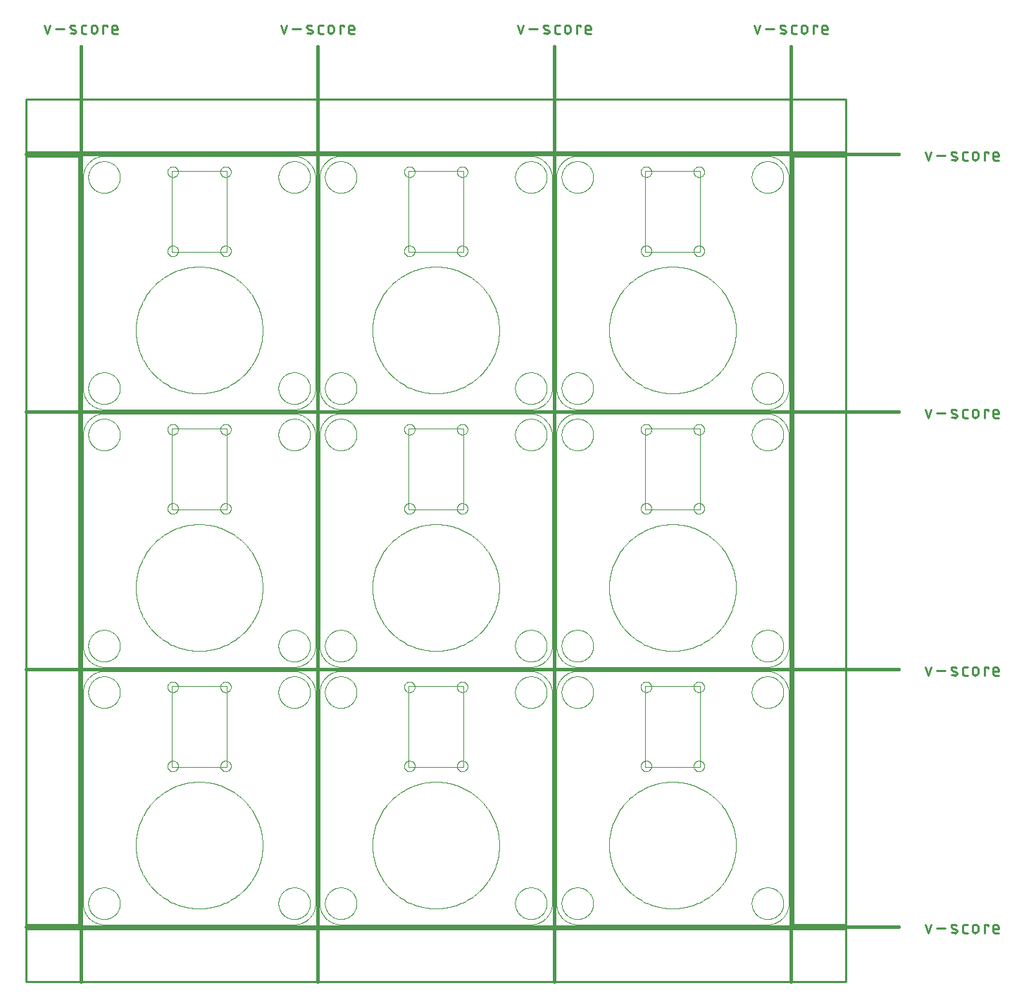
<source format=gko>
G04 EAGLE Gerber RS-274X export*
G75*
%MOMM*%
%FSLAX34Y34*%
%LPD*%
%IN*%
%IPPOS*%
%AMOC8*
5,1,8,0,0,1.08239X$1,22.5*%
G01*
%ADD10C,0.000000*%
%ADD11C,0.025400*%
%ADD12C,0.381000*%
%ADD13C,0.279400*%
%ADD14C,0.254000*%


D10*
X91Y279479D02*
X9Y25408D01*
X16Y24794D01*
X38Y24181D01*
X75Y23568D01*
X126Y22956D01*
X193Y22346D01*
X274Y21738D01*
X369Y21131D01*
X480Y20528D01*
X605Y19927D01*
X744Y19329D01*
X898Y18735D01*
X1066Y18144D01*
X1248Y17558D01*
X1445Y16977D01*
X1655Y16400D01*
X1880Y15829D01*
X2118Y15263D01*
X2369Y14703D01*
X2635Y14149D01*
X2913Y13602D01*
X3205Y13062D01*
X3509Y12529D01*
X3827Y12004D01*
X4157Y11486D01*
X4499Y10977D01*
X4853Y10476D01*
X5220Y9983D01*
X5598Y9500D01*
X5988Y9026D01*
X6390Y8562D01*
X6802Y8107D01*
X7225Y7662D01*
X7659Y7228D01*
X8104Y6805D01*
X8558Y6392D01*
X9022Y5990D01*
X9496Y5600D01*
X9979Y5221D01*
X10471Y4854D01*
X10972Y4500D01*
X11481Y4157D01*
X11998Y3827D01*
X12524Y3509D01*
X13056Y3204D01*
X13596Y2912D01*
X14143Y2633D01*
X14697Y2368D01*
X15256Y2116D01*
X15822Y1877D01*
X16393Y1652D01*
X16970Y1442D01*
X17551Y1245D01*
X18137Y1062D01*
X18727Y893D01*
X19321Y739D01*
X19919Y599D01*
X20520Y474D01*
X21124Y363D01*
X21730Y267D01*
X22338Y186D01*
X22949Y119D01*
X23560Y67D01*
X24173Y30D01*
X24786Y8D01*
X25400Y0D01*
X254000Y0D01*
X254622Y8D01*
X255243Y30D01*
X255864Y69D01*
X256483Y122D01*
X257101Y190D01*
X257717Y274D01*
X258331Y373D01*
X258943Y486D01*
X259551Y615D01*
X260156Y759D01*
X260757Y917D01*
X261354Y1090D01*
X261947Y1277D01*
X262535Y1480D01*
X263118Y1696D01*
X263696Y1927D01*
X264267Y2171D01*
X264833Y2430D01*
X265391Y2703D01*
X265944Y2989D01*
X266488Y3288D01*
X267026Y3601D01*
X267555Y3927D01*
X268077Y4266D01*
X268590Y4617D01*
X269094Y4981D01*
X269589Y5357D01*
X270075Y5746D01*
X270551Y6146D01*
X271017Y6557D01*
X271473Y6980D01*
X271918Y7414D01*
X272352Y7859D01*
X272776Y8314D01*
X273188Y8779D01*
X273589Y9255D01*
X273978Y9740D01*
X274355Y10234D01*
X274720Y10738D01*
X275072Y11250D01*
X275411Y11771D01*
X275738Y12300D01*
X276052Y12837D01*
X276352Y13382D01*
X276639Y13933D01*
X276912Y14492D01*
X277172Y15057D01*
X277418Y15628D01*
X277649Y16205D01*
X277866Y16788D01*
X278069Y17375D01*
X278258Y17968D01*
X278432Y18565D01*
X278591Y19166D01*
X278736Y19771D01*
X278865Y20379D01*
X278980Y20990D01*
X279079Y21604D01*
X279164Y22220D01*
X279233Y22838D01*
X279288Y23457D01*
X279327Y24077D01*
X279350Y24699D01*
X279359Y25321D01*
X279440Y277908D01*
X279432Y278558D01*
X279409Y279207D01*
X279370Y279855D01*
X279316Y280503D01*
X279246Y281149D01*
X279160Y281793D01*
X279059Y282434D01*
X278942Y283073D01*
X278810Y283709D01*
X278662Y284342D01*
X278499Y284971D01*
X278321Y285596D01*
X278128Y286216D01*
X277920Y286832D01*
X277698Y287442D01*
X277460Y288047D01*
X277208Y288646D01*
X276942Y289238D01*
X276661Y289824D01*
X276366Y290403D01*
X276058Y290975D01*
X275736Y291539D01*
X275400Y292095D01*
X275050Y292643D01*
X274688Y293182D01*
X274313Y293712D01*
X273925Y294233D01*
X273524Y294745D01*
X273112Y295247D01*
X272687Y295738D01*
X272250Y296219D01*
X271802Y296690D01*
X271343Y297149D01*
X270873Y297598D01*
X270392Y298035D01*
X269901Y298460D01*
X269399Y298873D01*
X268888Y299274D01*
X268367Y299662D01*
X267837Y300038D01*
X267298Y300400D01*
X266751Y300750D01*
X266195Y301086D01*
X265631Y301409D01*
X265059Y301718D01*
X264481Y302013D01*
X263895Y302294D01*
X263303Y302561D01*
X262704Y302813D01*
X262099Y303051D01*
X261489Y303274D01*
X260874Y303483D01*
X260254Y303676D01*
X259629Y303854D01*
X259000Y304018D01*
X258368Y304166D01*
X257732Y304298D01*
X257093Y304415D01*
X256451Y304517D01*
X255807Y304603D01*
X255161Y304674D01*
X254514Y304729D01*
X253865Y304768D01*
X253216Y304792D01*
X252566Y304800D01*
X252567Y304800D02*
X25400Y304800D01*
X24788Y304793D01*
X24177Y304770D01*
X23566Y304733D01*
X22957Y304682D01*
X22348Y304615D01*
X21742Y304534D01*
X21138Y304439D01*
X20536Y304328D01*
X19937Y304203D01*
X19341Y304064D01*
X18749Y303911D01*
X18161Y303743D01*
X17577Y303561D01*
X16997Y303364D01*
X16423Y303154D01*
X15853Y302930D01*
X15290Y302693D01*
X14732Y302442D01*
X14180Y302177D01*
X13635Y301899D01*
X13097Y301608D01*
X12566Y301305D01*
X12042Y300988D01*
X11527Y300659D01*
X11019Y300317D01*
X10520Y299964D01*
X10030Y299598D01*
X9548Y299221D01*
X9076Y298832D01*
X8613Y298432D01*
X8160Y298020D01*
X7717Y297598D01*
X7285Y297165D01*
X6863Y296722D01*
X6452Y296269D01*
X6052Y295806D01*
X5663Y295334D01*
X5286Y294852D01*
X4921Y294362D01*
X4567Y293862D01*
X4226Y293355D01*
X3897Y292839D01*
X3581Y292315D01*
X3277Y291784D01*
X2986Y291246D01*
X2709Y290700D01*
X2444Y290149D01*
X2193Y289591D01*
X1956Y289027D01*
X1733Y288457D01*
X1523Y287883D01*
X1327Y287303D01*
X1145Y286719D01*
X977Y286131D01*
X824Y285538D01*
X685Y284943D01*
X561Y284344D01*
X451Y283742D01*
X355Y283137D01*
X274Y282531D01*
X208Y281923D01*
X157Y281313D01*
X120Y280703D01*
X98Y280091D01*
X91Y279479D01*
X101600Y285750D02*
X101602Y285909D01*
X101608Y286068D01*
X101618Y286226D01*
X101632Y286385D01*
X101650Y286543D01*
X101671Y286700D01*
X101697Y286857D01*
X101727Y287013D01*
X101760Y287169D01*
X101798Y287323D01*
X101839Y287477D01*
X101884Y287629D01*
X101933Y287780D01*
X101986Y287930D01*
X102042Y288079D01*
X102103Y288226D01*
X102166Y288371D01*
X102234Y288515D01*
X102305Y288658D01*
X102379Y288798D01*
X102457Y288936D01*
X102539Y289073D01*
X102624Y289207D01*
X102712Y289340D01*
X102803Y289470D01*
X102898Y289597D01*
X102996Y289722D01*
X103097Y289845D01*
X103201Y289965D01*
X103308Y290083D01*
X103418Y290198D01*
X103531Y290310D01*
X103646Y290419D01*
X103764Y290525D01*
X103885Y290629D01*
X104009Y290729D01*
X104134Y290826D01*
X104263Y290920D01*
X104393Y291010D01*
X104526Y291098D01*
X104661Y291182D01*
X104798Y291262D01*
X104937Y291340D01*
X105078Y291413D01*
X105220Y291483D01*
X105365Y291550D01*
X105511Y291613D01*
X105658Y291672D01*
X105807Y291728D01*
X105958Y291779D01*
X106109Y291827D01*
X106262Y291871D01*
X106416Y291912D01*
X106570Y291948D01*
X106726Y291981D01*
X106882Y292010D01*
X107039Y292034D01*
X107197Y292055D01*
X107355Y292072D01*
X107513Y292085D01*
X107672Y292094D01*
X107831Y292099D01*
X107990Y292100D01*
X108149Y292097D01*
X108307Y292090D01*
X108466Y292079D01*
X108624Y292064D01*
X108782Y292045D01*
X108939Y292022D01*
X109096Y291996D01*
X109252Y291965D01*
X109407Y291931D01*
X109561Y291892D01*
X109715Y291850D01*
X109867Y291804D01*
X110018Y291754D01*
X110167Y291700D01*
X110316Y291643D01*
X110462Y291582D01*
X110608Y291517D01*
X110751Y291449D01*
X110893Y291377D01*
X111033Y291301D01*
X111171Y291223D01*
X111307Y291140D01*
X111441Y291055D01*
X111572Y290966D01*
X111702Y290873D01*
X111829Y290778D01*
X111953Y290679D01*
X112076Y290577D01*
X112195Y290473D01*
X112312Y290365D01*
X112426Y290254D01*
X112537Y290141D01*
X112646Y290025D01*
X112751Y289906D01*
X112854Y289784D01*
X112953Y289660D01*
X113050Y289534D01*
X113143Y289405D01*
X113233Y289274D01*
X113319Y289140D01*
X113402Y289005D01*
X113482Y288867D01*
X113558Y288728D01*
X113631Y288587D01*
X113700Y288444D01*
X113766Y288299D01*
X113828Y288152D01*
X113886Y288005D01*
X113941Y287855D01*
X113992Y287705D01*
X114039Y287553D01*
X114082Y287400D01*
X114121Y287246D01*
X114157Y287091D01*
X114188Y286935D01*
X114216Y286779D01*
X114240Y286622D01*
X114260Y286464D01*
X114276Y286306D01*
X114288Y286147D01*
X114296Y285988D01*
X114300Y285829D01*
X114300Y285671D01*
X114296Y285512D01*
X114288Y285353D01*
X114276Y285194D01*
X114260Y285036D01*
X114240Y284878D01*
X114216Y284721D01*
X114188Y284565D01*
X114157Y284409D01*
X114121Y284254D01*
X114082Y284100D01*
X114039Y283947D01*
X113992Y283795D01*
X113941Y283645D01*
X113886Y283495D01*
X113828Y283348D01*
X113766Y283201D01*
X113700Y283056D01*
X113631Y282913D01*
X113558Y282772D01*
X113482Y282633D01*
X113402Y282495D01*
X113319Y282360D01*
X113233Y282226D01*
X113143Y282095D01*
X113050Y281966D01*
X112953Y281840D01*
X112854Y281716D01*
X112751Y281594D01*
X112646Y281475D01*
X112537Y281359D01*
X112426Y281246D01*
X112312Y281135D01*
X112195Y281027D01*
X112076Y280923D01*
X111953Y280821D01*
X111829Y280722D01*
X111702Y280627D01*
X111572Y280534D01*
X111441Y280445D01*
X111307Y280360D01*
X111171Y280277D01*
X111033Y280199D01*
X110893Y280123D01*
X110751Y280051D01*
X110608Y279983D01*
X110462Y279918D01*
X110316Y279857D01*
X110167Y279800D01*
X110018Y279746D01*
X109867Y279696D01*
X109715Y279650D01*
X109561Y279608D01*
X109407Y279569D01*
X109252Y279535D01*
X109096Y279504D01*
X108939Y279478D01*
X108782Y279455D01*
X108624Y279436D01*
X108466Y279421D01*
X108307Y279410D01*
X108149Y279403D01*
X107990Y279400D01*
X107831Y279401D01*
X107672Y279406D01*
X107513Y279415D01*
X107355Y279428D01*
X107197Y279445D01*
X107039Y279466D01*
X106882Y279490D01*
X106726Y279519D01*
X106570Y279552D01*
X106416Y279588D01*
X106262Y279629D01*
X106109Y279673D01*
X105958Y279721D01*
X105807Y279772D01*
X105658Y279828D01*
X105511Y279887D01*
X105365Y279950D01*
X105220Y280017D01*
X105078Y280087D01*
X104937Y280160D01*
X104798Y280238D01*
X104661Y280318D01*
X104526Y280402D01*
X104393Y280490D01*
X104263Y280580D01*
X104134Y280674D01*
X104009Y280771D01*
X103885Y280871D01*
X103764Y280975D01*
X103646Y281081D01*
X103531Y281190D01*
X103418Y281302D01*
X103308Y281417D01*
X103201Y281535D01*
X103097Y281655D01*
X102996Y281778D01*
X102898Y281903D01*
X102803Y282030D01*
X102712Y282160D01*
X102624Y282293D01*
X102539Y282427D01*
X102457Y282564D01*
X102379Y282702D01*
X102305Y282842D01*
X102234Y282985D01*
X102166Y283129D01*
X102103Y283274D01*
X102042Y283421D01*
X101986Y283570D01*
X101933Y283720D01*
X101884Y283871D01*
X101839Y284023D01*
X101798Y284177D01*
X101760Y284331D01*
X101727Y284487D01*
X101697Y284643D01*
X101671Y284800D01*
X101650Y284957D01*
X101632Y285115D01*
X101618Y285274D01*
X101608Y285432D01*
X101602Y285591D01*
X101600Y285750D01*
X165100Y285750D02*
X165102Y285909D01*
X165108Y286068D01*
X165118Y286226D01*
X165132Y286385D01*
X165150Y286543D01*
X165171Y286700D01*
X165197Y286857D01*
X165227Y287013D01*
X165260Y287169D01*
X165298Y287323D01*
X165339Y287477D01*
X165384Y287629D01*
X165433Y287780D01*
X165486Y287930D01*
X165542Y288079D01*
X165603Y288226D01*
X165666Y288371D01*
X165734Y288515D01*
X165805Y288658D01*
X165879Y288798D01*
X165957Y288936D01*
X166039Y289073D01*
X166124Y289207D01*
X166212Y289340D01*
X166303Y289470D01*
X166398Y289597D01*
X166496Y289722D01*
X166597Y289845D01*
X166701Y289965D01*
X166808Y290083D01*
X166918Y290198D01*
X167031Y290310D01*
X167146Y290419D01*
X167264Y290525D01*
X167385Y290629D01*
X167509Y290729D01*
X167634Y290826D01*
X167763Y290920D01*
X167893Y291010D01*
X168026Y291098D01*
X168161Y291182D01*
X168298Y291262D01*
X168437Y291340D01*
X168578Y291413D01*
X168720Y291483D01*
X168865Y291550D01*
X169011Y291613D01*
X169158Y291672D01*
X169307Y291728D01*
X169458Y291779D01*
X169609Y291827D01*
X169762Y291871D01*
X169916Y291912D01*
X170070Y291948D01*
X170226Y291981D01*
X170382Y292010D01*
X170539Y292034D01*
X170697Y292055D01*
X170855Y292072D01*
X171013Y292085D01*
X171172Y292094D01*
X171331Y292099D01*
X171490Y292100D01*
X171649Y292097D01*
X171807Y292090D01*
X171966Y292079D01*
X172124Y292064D01*
X172282Y292045D01*
X172439Y292022D01*
X172596Y291996D01*
X172752Y291965D01*
X172907Y291931D01*
X173061Y291892D01*
X173215Y291850D01*
X173367Y291804D01*
X173518Y291754D01*
X173667Y291700D01*
X173816Y291643D01*
X173962Y291582D01*
X174108Y291517D01*
X174251Y291449D01*
X174393Y291377D01*
X174533Y291301D01*
X174671Y291223D01*
X174807Y291140D01*
X174941Y291055D01*
X175072Y290966D01*
X175202Y290873D01*
X175329Y290778D01*
X175453Y290679D01*
X175576Y290577D01*
X175695Y290473D01*
X175812Y290365D01*
X175926Y290254D01*
X176037Y290141D01*
X176146Y290025D01*
X176251Y289906D01*
X176354Y289784D01*
X176453Y289660D01*
X176550Y289534D01*
X176643Y289405D01*
X176733Y289274D01*
X176819Y289140D01*
X176902Y289005D01*
X176982Y288867D01*
X177058Y288728D01*
X177131Y288587D01*
X177200Y288444D01*
X177266Y288299D01*
X177328Y288152D01*
X177386Y288005D01*
X177441Y287855D01*
X177492Y287705D01*
X177539Y287553D01*
X177582Y287400D01*
X177621Y287246D01*
X177657Y287091D01*
X177688Y286935D01*
X177716Y286779D01*
X177740Y286622D01*
X177760Y286464D01*
X177776Y286306D01*
X177788Y286147D01*
X177796Y285988D01*
X177800Y285829D01*
X177800Y285671D01*
X177796Y285512D01*
X177788Y285353D01*
X177776Y285194D01*
X177760Y285036D01*
X177740Y284878D01*
X177716Y284721D01*
X177688Y284565D01*
X177657Y284409D01*
X177621Y284254D01*
X177582Y284100D01*
X177539Y283947D01*
X177492Y283795D01*
X177441Y283645D01*
X177386Y283495D01*
X177328Y283348D01*
X177266Y283201D01*
X177200Y283056D01*
X177131Y282913D01*
X177058Y282772D01*
X176982Y282633D01*
X176902Y282495D01*
X176819Y282360D01*
X176733Y282226D01*
X176643Y282095D01*
X176550Y281966D01*
X176453Y281840D01*
X176354Y281716D01*
X176251Y281594D01*
X176146Y281475D01*
X176037Y281359D01*
X175926Y281246D01*
X175812Y281135D01*
X175695Y281027D01*
X175576Y280923D01*
X175453Y280821D01*
X175329Y280722D01*
X175202Y280627D01*
X175072Y280534D01*
X174941Y280445D01*
X174807Y280360D01*
X174671Y280277D01*
X174533Y280199D01*
X174393Y280123D01*
X174251Y280051D01*
X174108Y279983D01*
X173962Y279918D01*
X173816Y279857D01*
X173667Y279800D01*
X173518Y279746D01*
X173367Y279696D01*
X173215Y279650D01*
X173061Y279608D01*
X172907Y279569D01*
X172752Y279535D01*
X172596Y279504D01*
X172439Y279478D01*
X172282Y279455D01*
X172124Y279436D01*
X171966Y279421D01*
X171807Y279410D01*
X171649Y279403D01*
X171490Y279400D01*
X171331Y279401D01*
X171172Y279406D01*
X171013Y279415D01*
X170855Y279428D01*
X170697Y279445D01*
X170539Y279466D01*
X170382Y279490D01*
X170226Y279519D01*
X170070Y279552D01*
X169916Y279588D01*
X169762Y279629D01*
X169609Y279673D01*
X169458Y279721D01*
X169307Y279772D01*
X169158Y279828D01*
X169011Y279887D01*
X168865Y279950D01*
X168720Y280017D01*
X168578Y280087D01*
X168437Y280160D01*
X168298Y280238D01*
X168161Y280318D01*
X168026Y280402D01*
X167893Y280490D01*
X167763Y280580D01*
X167634Y280674D01*
X167509Y280771D01*
X167385Y280871D01*
X167264Y280975D01*
X167146Y281081D01*
X167031Y281190D01*
X166918Y281302D01*
X166808Y281417D01*
X166701Y281535D01*
X166597Y281655D01*
X166496Y281778D01*
X166398Y281903D01*
X166303Y282030D01*
X166212Y282160D01*
X166124Y282293D01*
X166039Y282427D01*
X165957Y282564D01*
X165879Y282702D01*
X165805Y282842D01*
X165734Y282985D01*
X165666Y283129D01*
X165603Y283274D01*
X165542Y283421D01*
X165486Y283570D01*
X165433Y283720D01*
X165384Y283871D01*
X165339Y284023D01*
X165298Y284177D01*
X165260Y284331D01*
X165227Y284487D01*
X165197Y284643D01*
X165171Y284800D01*
X165150Y284957D01*
X165132Y285115D01*
X165118Y285274D01*
X165108Y285432D01*
X165102Y285591D01*
X165100Y285750D01*
X101600Y190500D02*
X101602Y190659D01*
X101608Y190818D01*
X101618Y190976D01*
X101632Y191135D01*
X101650Y191293D01*
X101671Y191450D01*
X101697Y191607D01*
X101727Y191763D01*
X101760Y191919D01*
X101798Y192073D01*
X101839Y192227D01*
X101884Y192379D01*
X101933Y192530D01*
X101986Y192680D01*
X102042Y192829D01*
X102103Y192976D01*
X102166Y193121D01*
X102234Y193265D01*
X102305Y193408D01*
X102379Y193548D01*
X102457Y193686D01*
X102539Y193823D01*
X102624Y193957D01*
X102712Y194090D01*
X102803Y194220D01*
X102898Y194347D01*
X102996Y194472D01*
X103097Y194595D01*
X103201Y194715D01*
X103308Y194833D01*
X103418Y194948D01*
X103531Y195060D01*
X103646Y195169D01*
X103764Y195275D01*
X103885Y195379D01*
X104009Y195479D01*
X104134Y195576D01*
X104263Y195670D01*
X104393Y195760D01*
X104526Y195848D01*
X104661Y195932D01*
X104798Y196012D01*
X104937Y196090D01*
X105078Y196163D01*
X105220Y196233D01*
X105365Y196300D01*
X105511Y196363D01*
X105658Y196422D01*
X105807Y196478D01*
X105958Y196529D01*
X106109Y196577D01*
X106262Y196621D01*
X106416Y196662D01*
X106570Y196698D01*
X106726Y196731D01*
X106882Y196760D01*
X107039Y196784D01*
X107197Y196805D01*
X107355Y196822D01*
X107513Y196835D01*
X107672Y196844D01*
X107831Y196849D01*
X107990Y196850D01*
X108149Y196847D01*
X108307Y196840D01*
X108466Y196829D01*
X108624Y196814D01*
X108782Y196795D01*
X108939Y196772D01*
X109096Y196746D01*
X109252Y196715D01*
X109407Y196681D01*
X109561Y196642D01*
X109715Y196600D01*
X109867Y196554D01*
X110018Y196504D01*
X110167Y196450D01*
X110316Y196393D01*
X110462Y196332D01*
X110608Y196267D01*
X110751Y196199D01*
X110893Y196127D01*
X111033Y196051D01*
X111171Y195973D01*
X111307Y195890D01*
X111441Y195805D01*
X111572Y195716D01*
X111702Y195623D01*
X111829Y195528D01*
X111953Y195429D01*
X112076Y195327D01*
X112195Y195223D01*
X112312Y195115D01*
X112426Y195004D01*
X112537Y194891D01*
X112646Y194775D01*
X112751Y194656D01*
X112854Y194534D01*
X112953Y194410D01*
X113050Y194284D01*
X113143Y194155D01*
X113233Y194024D01*
X113319Y193890D01*
X113402Y193755D01*
X113482Y193617D01*
X113558Y193478D01*
X113631Y193337D01*
X113700Y193194D01*
X113766Y193049D01*
X113828Y192902D01*
X113886Y192755D01*
X113941Y192605D01*
X113992Y192455D01*
X114039Y192303D01*
X114082Y192150D01*
X114121Y191996D01*
X114157Y191841D01*
X114188Y191685D01*
X114216Y191529D01*
X114240Y191372D01*
X114260Y191214D01*
X114276Y191056D01*
X114288Y190897D01*
X114296Y190738D01*
X114300Y190579D01*
X114300Y190421D01*
X114296Y190262D01*
X114288Y190103D01*
X114276Y189944D01*
X114260Y189786D01*
X114240Y189628D01*
X114216Y189471D01*
X114188Y189315D01*
X114157Y189159D01*
X114121Y189004D01*
X114082Y188850D01*
X114039Y188697D01*
X113992Y188545D01*
X113941Y188395D01*
X113886Y188245D01*
X113828Y188098D01*
X113766Y187951D01*
X113700Y187806D01*
X113631Y187663D01*
X113558Y187522D01*
X113482Y187383D01*
X113402Y187245D01*
X113319Y187110D01*
X113233Y186976D01*
X113143Y186845D01*
X113050Y186716D01*
X112953Y186590D01*
X112854Y186466D01*
X112751Y186344D01*
X112646Y186225D01*
X112537Y186109D01*
X112426Y185996D01*
X112312Y185885D01*
X112195Y185777D01*
X112076Y185673D01*
X111953Y185571D01*
X111829Y185472D01*
X111702Y185377D01*
X111572Y185284D01*
X111441Y185195D01*
X111307Y185110D01*
X111171Y185027D01*
X111033Y184949D01*
X110893Y184873D01*
X110751Y184801D01*
X110608Y184733D01*
X110462Y184668D01*
X110316Y184607D01*
X110167Y184550D01*
X110018Y184496D01*
X109867Y184446D01*
X109715Y184400D01*
X109561Y184358D01*
X109407Y184319D01*
X109252Y184285D01*
X109096Y184254D01*
X108939Y184228D01*
X108782Y184205D01*
X108624Y184186D01*
X108466Y184171D01*
X108307Y184160D01*
X108149Y184153D01*
X107990Y184150D01*
X107831Y184151D01*
X107672Y184156D01*
X107513Y184165D01*
X107355Y184178D01*
X107197Y184195D01*
X107039Y184216D01*
X106882Y184240D01*
X106726Y184269D01*
X106570Y184302D01*
X106416Y184338D01*
X106262Y184379D01*
X106109Y184423D01*
X105958Y184471D01*
X105807Y184522D01*
X105658Y184578D01*
X105511Y184637D01*
X105365Y184700D01*
X105220Y184767D01*
X105078Y184837D01*
X104937Y184910D01*
X104798Y184988D01*
X104661Y185068D01*
X104526Y185152D01*
X104393Y185240D01*
X104263Y185330D01*
X104134Y185424D01*
X104009Y185521D01*
X103885Y185621D01*
X103764Y185725D01*
X103646Y185831D01*
X103531Y185940D01*
X103418Y186052D01*
X103308Y186167D01*
X103201Y186285D01*
X103097Y186405D01*
X102996Y186528D01*
X102898Y186653D01*
X102803Y186780D01*
X102712Y186910D01*
X102624Y187043D01*
X102539Y187177D01*
X102457Y187314D01*
X102379Y187452D01*
X102305Y187592D01*
X102234Y187735D01*
X102166Y187879D01*
X102103Y188024D01*
X102042Y188171D01*
X101986Y188320D01*
X101933Y188470D01*
X101884Y188621D01*
X101839Y188773D01*
X101798Y188927D01*
X101760Y189081D01*
X101727Y189237D01*
X101697Y189393D01*
X101671Y189550D01*
X101650Y189707D01*
X101632Y189865D01*
X101618Y190024D01*
X101608Y190182D01*
X101602Y190341D01*
X101600Y190500D01*
X165100Y190500D02*
X165102Y190659D01*
X165108Y190818D01*
X165118Y190976D01*
X165132Y191135D01*
X165150Y191293D01*
X165171Y191450D01*
X165197Y191607D01*
X165227Y191763D01*
X165260Y191919D01*
X165298Y192073D01*
X165339Y192227D01*
X165384Y192379D01*
X165433Y192530D01*
X165486Y192680D01*
X165542Y192829D01*
X165603Y192976D01*
X165666Y193121D01*
X165734Y193265D01*
X165805Y193408D01*
X165879Y193548D01*
X165957Y193686D01*
X166039Y193823D01*
X166124Y193957D01*
X166212Y194090D01*
X166303Y194220D01*
X166398Y194347D01*
X166496Y194472D01*
X166597Y194595D01*
X166701Y194715D01*
X166808Y194833D01*
X166918Y194948D01*
X167031Y195060D01*
X167146Y195169D01*
X167264Y195275D01*
X167385Y195379D01*
X167509Y195479D01*
X167634Y195576D01*
X167763Y195670D01*
X167893Y195760D01*
X168026Y195848D01*
X168161Y195932D01*
X168298Y196012D01*
X168437Y196090D01*
X168578Y196163D01*
X168720Y196233D01*
X168865Y196300D01*
X169011Y196363D01*
X169158Y196422D01*
X169307Y196478D01*
X169458Y196529D01*
X169609Y196577D01*
X169762Y196621D01*
X169916Y196662D01*
X170070Y196698D01*
X170226Y196731D01*
X170382Y196760D01*
X170539Y196784D01*
X170697Y196805D01*
X170855Y196822D01*
X171013Y196835D01*
X171172Y196844D01*
X171331Y196849D01*
X171490Y196850D01*
X171649Y196847D01*
X171807Y196840D01*
X171966Y196829D01*
X172124Y196814D01*
X172282Y196795D01*
X172439Y196772D01*
X172596Y196746D01*
X172752Y196715D01*
X172907Y196681D01*
X173061Y196642D01*
X173215Y196600D01*
X173367Y196554D01*
X173518Y196504D01*
X173667Y196450D01*
X173816Y196393D01*
X173962Y196332D01*
X174108Y196267D01*
X174251Y196199D01*
X174393Y196127D01*
X174533Y196051D01*
X174671Y195973D01*
X174807Y195890D01*
X174941Y195805D01*
X175072Y195716D01*
X175202Y195623D01*
X175329Y195528D01*
X175453Y195429D01*
X175576Y195327D01*
X175695Y195223D01*
X175812Y195115D01*
X175926Y195004D01*
X176037Y194891D01*
X176146Y194775D01*
X176251Y194656D01*
X176354Y194534D01*
X176453Y194410D01*
X176550Y194284D01*
X176643Y194155D01*
X176733Y194024D01*
X176819Y193890D01*
X176902Y193755D01*
X176982Y193617D01*
X177058Y193478D01*
X177131Y193337D01*
X177200Y193194D01*
X177266Y193049D01*
X177328Y192902D01*
X177386Y192755D01*
X177441Y192605D01*
X177492Y192455D01*
X177539Y192303D01*
X177582Y192150D01*
X177621Y191996D01*
X177657Y191841D01*
X177688Y191685D01*
X177716Y191529D01*
X177740Y191372D01*
X177760Y191214D01*
X177776Y191056D01*
X177788Y190897D01*
X177796Y190738D01*
X177800Y190579D01*
X177800Y190421D01*
X177796Y190262D01*
X177788Y190103D01*
X177776Y189944D01*
X177760Y189786D01*
X177740Y189628D01*
X177716Y189471D01*
X177688Y189315D01*
X177657Y189159D01*
X177621Y189004D01*
X177582Y188850D01*
X177539Y188697D01*
X177492Y188545D01*
X177441Y188395D01*
X177386Y188245D01*
X177328Y188098D01*
X177266Y187951D01*
X177200Y187806D01*
X177131Y187663D01*
X177058Y187522D01*
X176982Y187383D01*
X176902Y187245D01*
X176819Y187110D01*
X176733Y186976D01*
X176643Y186845D01*
X176550Y186716D01*
X176453Y186590D01*
X176354Y186466D01*
X176251Y186344D01*
X176146Y186225D01*
X176037Y186109D01*
X175926Y185996D01*
X175812Y185885D01*
X175695Y185777D01*
X175576Y185673D01*
X175453Y185571D01*
X175329Y185472D01*
X175202Y185377D01*
X175072Y185284D01*
X174941Y185195D01*
X174807Y185110D01*
X174671Y185027D01*
X174533Y184949D01*
X174393Y184873D01*
X174251Y184801D01*
X174108Y184733D01*
X173962Y184668D01*
X173816Y184607D01*
X173667Y184550D01*
X173518Y184496D01*
X173367Y184446D01*
X173215Y184400D01*
X173061Y184358D01*
X172907Y184319D01*
X172752Y184285D01*
X172596Y184254D01*
X172439Y184228D01*
X172282Y184205D01*
X172124Y184186D01*
X171966Y184171D01*
X171807Y184160D01*
X171649Y184153D01*
X171490Y184150D01*
X171331Y184151D01*
X171172Y184156D01*
X171013Y184165D01*
X170855Y184178D01*
X170697Y184195D01*
X170539Y184216D01*
X170382Y184240D01*
X170226Y184269D01*
X170070Y184302D01*
X169916Y184338D01*
X169762Y184379D01*
X169609Y184423D01*
X169458Y184471D01*
X169307Y184522D01*
X169158Y184578D01*
X169011Y184637D01*
X168865Y184700D01*
X168720Y184767D01*
X168578Y184837D01*
X168437Y184910D01*
X168298Y184988D01*
X168161Y185068D01*
X168026Y185152D01*
X167893Y185240D01*
X167763Y185330D01*
X167634Y185424D01*
X167509Y185521D01*
X167385Y185621D01*
X167264Y185725D01*
X167146Y185831D01*
X167031Y185940D01*
X166918Y186052D01*
X166808Y186167D01*
X166701Y186285D01*
X166597Y186405D01*
X166496Y186528D01*
X166398Y186653D01*
X166303Y186780D01*
X166212Y186910D01*
X166124Y187043D01*
X166039Y187177D01*
X165957Y187314D01*
X165879Y187452D01*
X165805Y187592D01*
X165734Y187735D01*
X165666Y187879D01*
X165603Y188024D01*
X165542Y188171D01*
X165486Y188320D01*
X165433Y188470D01*
X165384Y188621D01*
X165339Y188773D01*
X165298Y188927D01*
X165260Y189081D01*
X165227Y189237D01*
X165197Y189393D01*
X165171Y189550D01*
X165150Y189707D01*
X165132Y189865D01*
X165118Y190024D01*
X165108Y190182D01*
X165102Y190341D01*
X165100Y190500D01*
X106680Y189230D02*
X106680Y287020D01*
X106680Y189230D02*
X172720Y189230D01*
X172720Y287020D01*
X106680Y287020D01*
D11*
X63500Y95250D02*
X63523Y97120D01*
X63592Y98989D01*
X63706Y100856D01*
X63867Y102719D01*
X64073Y104578D01*
X64325Y106431D01*
X64622Y108277D01*
X64964Y110116D01*
X65351Y111946D01*
X65784Y113765D01*
X66260Y115574D01*
X66781Y117370D01*
X67346Y119153D01*
X67954Y120921D01*
X68606Y122674D01*
X69300Y124410D01*
X70037Y126129D01*
X70816Y127830D01*
X71636Y129510D01*
X72498Y131170D01*
X73399Y132809D01*
X74341Y134425D01*
X75322Y136017D01*
X76342Y137584D01*
X77400Y139127D01*
X78496Y140642D01*
X79628Y142131D01*
X80797Y143591D01*
X82001Y145022D01*
X83240Y146423D01*
X84512Y147793D01*
X85818Y149132D01*
X87157Y150438D01*
X88527Y151710D01*
X89928Y152949D01*
X91359Y154153D01*
X92819Y155322D01*
X94308Y156454D01*
X95823Y157550D01*
X97366Y158608D01*
X98933Y159628D01*
X100525Y160609D01*
X102141Y161551D01*
X103780Y162452D01*
X105440Y163314D01*
X107120Y164134D01*
X108821Y164913D01*
X110540Y165650D01*
X112276Y166344D01*
X114029Y166996D01*
X115797Y167604D01*
X117580Y168169D01*
X119376Y168690D01*
X121185Y169166D01*
X123004Y169599D01*
X124834Y169986D01*
X126673Y170328D01*
X128519Y170625D01*
X130372Y170877D01*
X132231Y171083D01*
X134094Y171244D01*
X135961Y171358D01*
X137830Y171427D01*
X139700Y171450D01*
X141570Y171427D01*
X143439Y171358D01*
X145306Y171244D01*
X147169Y171083D01*
X149028Y170877D01*
X150881Y170625D01*
X152727Y170328D01*
X154566Y169986D01*
X156396Y169599D01*
X158215Y169166D01*
X160024Y168690D01*
X161820Y168169D01*
X163603Y167604D01*
X165371Y166996D01*
X167124Y166344D01*
X168860Y165650D01*
X170579Y164913D01*
X172280Y164134D01*
X173960Y163314D01*
X175620Y162452D01*
X177259Y161551D01*
X178875Y160609D01*
X180467Y159628D01*
X182034Y158608D01*
X183577Y157550D01*
X185092Y156454D01*
X186581Y155322D01*
X188041Y154153D01*
X189472Y152949D01*
X190873Y151710D01*
X192243Y150438D01*
X193582Y149132D01*
X194888Y147793D01*
X196160Y146423D01*
X197399Y145022D01*
X198603Y143591D01*
X199772Y142131D01*
X200904Y140642D01*
X202000Y139127D01*
X203058Y137584D01*
X204078Y136017D01*
X205059Y134425D01*
X206001Y132809D01*
X206902Y131170D01*
X207764Y129510D01*
X208584Y127830D01*
X209363Y126129D01*
X210100Y124410D01*
X210794Y122674D01*
X211446Y120921D01*
X212054Y119153D01*
X212619Y117370D01*
X213140Y115574D01*
X213616Y113765D01*
X214049Y111946D01*
X214436Y110116D01*
X214778Y108277D01*
X215075Y106431D01*
X215327Y104578D01*
X215533Y102719D01*
X215694Y100856D01*
X215808Y98989D01*
X215877Y97120D01*
X215900Y95250D01*
X215877Y93380D01*
X215808Y91511D01*
X215694Y89644D01*
X215533Y87781D01*
X215327Y85922D01*
X215075Y84069D01*
X214778Y82223D01*
X214436Y80384D01*
X214049Y78554D01*
X213616Y76735D01*
X213140Y74926D01*
X212619Y73130D01*
X212054Y71347D01*
X211446Y69579D01*
X210794Y67826D01*
X210100Y66090D01*
X209363Y64371D01*
X208584Y62670D01*
X207764Y60990D01*
X206902Y59330D01*
X206001Y57691D01*
X205059Y56075D01*
X204078Y54483D01*
X203058Y52916D01*
X202000Y51373D01*
X200904Y49858D01*
X199772Y48369D01*
X198603Y46909D01*
X197399Y45478D01*
X196160Y44077D01*
X194888Y42707D01*
X193582Y41368D01*
X192243Y40062D01*
X190873Y38790D01*
X189472Y37551D01*
X188041Y36347D01*
X186581Y35178D01*
X185092Y34046D01*
X183577Y32950D01*
X182034Y31892D01*
X180467Y30872D01*
X178875Y29891D01*
X177259Y28949D01*
X175620Y28048D01*
X173960Y27186D01*
X172280Y26366D01*
X170579Y25587D01*
X168860Y24850D01*
X167124Y24156D01*
X165371Y23504D01*
X163603Y22896D01*
X161820Y22331D01*
X160024Y21810D01*
X158215Y21334D01*
X156396Y20901D01*
X154566Y20514D01*
X152727Y20172D01*
X150881Y19875D01*
X149028Y19623D01*
X147169Y19417D01*
X145306Y19256D01*
X143439Y19142D01*
X141570Y19073D01*
X139700Y19050D01*
X137830Y19073D01*
X135961Y19142D01*
X134094Y19256D01*
X132231Y19417D01*
X130372Y19623D01*
X128519Y19875D01*
X126673Y20172D01*
X124834Y20514D01*
X123004Y20901D01*
X121185Y21334D01*
X119376Y21810D01*
X117580Y22331D01*
X115797Y22896D01*
X114029Y23504D01*
X112276Y24156D01*
X110540Y24850D01*
X108821Y25587D01*
X107120Y26366D01*
X105440Y27186D01*
X103780Y28048D01*
X102141Y28949D01*
X100525Y29891D01*
X98933Y30872D01*
X97366Y31892D01*
X95823Y32950D01*
X94308Y34046D01*
X92819Y35178D01*
X91359Y36347D01*
X89928Y37551D01*
X88527Y38790D01*
X87157Y40062D01*
X85818Y41368D01*
X84512Y42707D01*
X83240Y44077D01*
X82001Y45478D01*
X80797Y46909D01*
X79628Y48369D01*
X78496Y49858D01*
X77400Y51373D01*
X76342Y52916D01*
X75322Y54483D01*
X74341Y56075D01*
X73399Y57691D01*
X72498Y59330D01*
X71636Y60990D01*
X70816Y62670D01*
X70037Y64371D01*
X69300Y66090D01*
X68606Y67826D01*
X67954Y69579D01*
X67346Y71347D01*
X66781Y73130D01*
X66260Y74926D01*
X65784Y76735D01*
X65351Y78554D01*
X64964Y80384D01*
X64622Y82223D01*
X64325Y84069D01*
X64073Y85922D01*
X63867Y87781D01*
X63706Y89644D01*
X63592Y91511D01*
X63523Y93380D01*
X63500Y95250D01*
D10*
X284515Y25408D02*
X284596Y279479D01*
X284514Y25408D02*
X284521Y24794D01*
X284543Y24181D01*
X284580Y23568D01*
X284631Y22956D01*
X284698Y22346D01*
X284779Y21738D01*
X284874Y21131D01*
X284985Y20528D01*
X285110Y19927D01*
X285249Y19329D01*
X285403Y18735D01*
X285571Y18144D01*
X285753Y17558D01*
X285950Y16977D01*
X286160Y16400D01*
X286385Y15829D01*
X286623Y15263D01*
X286874Y14703D01*
X287140Y14149D01*
X287418Y13602D01*
X287710Y13062D01*
X288014Y12529D01*
X288332Y12004D01*
X288662Y11486D01*
X289004Y10977D01*
X289358Y10476D01*
X289725Y9983D01*
X290103Y9500D01*
X290493Y9026D01*
X290895Y8562D01*
X291307Y8107D01*
X291730Y7662D01*
X292164Y7228D01*
X292609Y6805D01*
X293063Y6392D01*
X293527Y5990D01*
X294001Y5600D01*
X294484Y5221D01*
X294976Y4854D01*
X295477Y4500D01*
X295986Y4157D01*
X296503Y3827D01*
X297029Y3509D01*
X297561Y3204D01*
X298101Y2912D01*
X298648Y2633D01*
X299202Y2368D01*
X299761Y2116D01*
X300327Y1877D01*
X300898Y1652D01*
X301475Y1442D01*
X302056Y1245D01*
X302642Y1062D01*
X303232Y893D01*
X303826Y739D01*
X304424Y599D01*
X305025Y474D01*
X305629Y363D01*
X306235Y267D01*
X306843Y186D01*
X307454Y119D01*
X308065Y67D01*
X308678Y30D01*
X309291Y8D01*
X309905Y0D01*
X538505Y0D01*
X539127Y8D01*
X539748Y30D01*
X540369Y69D01*
X540988Y122D01*
X541606Y190D01*
X542222Y274D01*
X542836Y373D01*
X543448Y486D01*
X544056Y615D01*
X544661Y759D01*
X545262Y917D01*
X545859Y1090D01*
X546452Y1277D01*
X547040Y1480D01*
X547623Y1696D01*
X548201Y1927D01*
X548772Y2171D01*
X549338Y2430D01*
X549896Y2703D01*
X550449Y2989D01*
X550993Y3288D01*
X551531Y3601D01*
X552060Y3927D01*
X552582Y4266D01*
X553095Y4617D01*
X553599Y4981D01*
X554094Y5357D01*
X554580Y5746D01*
X555056Y6146D01*
X555522Y6557D01*
X555978Y6980D01*
X556423Y7414D01*
X556857Y7859D01*
X557281Y8314D01*
X557693Y8779D01*
X558094Y9255D01*
X558483Y9740D01*
X558860Y10234D01*
X559225Y10738D01*
X559577Y11250D01*
X559916Y11771D01*
X560243Y12300D01*
X560557Y12837D01*
X560857Y13382D01*
X561144Y13933D01*
X561417Y14492D01*
X561677Y15057D01*
X561923Y15628D01*
X562154Y16205D01*
X562371Y16788D01*
X562574Y17375D01*
X562763Y17968D01*
X562937Y18565D01*
X563096Y19166D01*
X563241Y19771D01*
X563370Y20379D01*
X563485Y20990D01*
X563584Y21604D01*
X563669Y22220D01*
X563738Y22838D01*
X563793Y23457D01*
X563832Y24077D01*
X563855Y24699D01*
X563864Y25321D01*
X563946Y277908D01*
X563938Y278558D01*
X563915Y279207D01*
X563876Y279855D01*
X563822Y280503D01*
X563752Y281149D01*
X563666Y281793D01*
X563565Y282434D01*
X563448Y283073D01*
X563316Y283709D01*
X563168Y284342D01*
X563005Y284971D01*
X562827Y285596D01*
X562634Y286216D01*
X562426Y286832D01*
X562204Y287442D01*
X561966Y288047D01*
X561714Y288646D01*
X561448Y289238D01*
X561167Y289824D01*
X560872Y290403D01*
X560564Y290975D01*
X560242Y291539D01*
X559906Y292095D01*
X559556Y292643D01*
X559194Y293182D01*
X558819Y293712D01*
X558431Y294233D01*
X558030Y294745D01*
X557618Y295247D01*
X557193Y295738D01*
X556756Y296219D01*
X556308Y296690D01*
X555849Y297149D01*
X555379Y297598D01*
X554898Y298035D01*
X554407Y298460D01*
X553905Y298873D01*
X553394Y299274D01*
X552873Y299662D01*
X552343Y300038D01*
X551804Y300400D01*
X551257Y300750D01*
X550701Y301086D01*
X550137Y301409D01*
X549565Y301718D01*
X548987Y302013D01*
X548401Y302294D01*
X547809Y302561D01*
X547210Y302813D01*
X546605Y303051D01*
X545995Y303274D01*
X545380Y303483D01*
X544760Y303676D01*
X544135Y303854D01*
X543506Y304018D01*
X542874Y304166D01*
X542238Y304298D01*
X541599Y304415D01*
X540957Y304517D01*
X540313Y304603D01*
X539667Y304674D01*
X539020Y304729D01*
X538371Y304768D01*
X537722Y304792D01*
X537072Y304800D01*
X309905Y304800D01*
X309293Y304793D01*
X308682Y304770D01*
X308071Y304733D01*
X307462Y304682D01*
X306853Y304615D01*
X306247Y304534D01*
X305643Y304439D01*
X305041Y304328D01*
X304442Y304203D01*
X303846Y304064D01*
X303254Y303911D01*
X302666Y303743D01*
X302082Y303561D01*
X301502Y303364D01*
X300928Y303154D01*
X300358Y302930D01*
X299795Y302693D01*
X299237Y302442D01*
X298685Y302177D01*
X298140Y301899D01*
X297602Y301608D01*
X297071Y301305D01*
X296547Y300988D01*
X296032Y300659D01*
X295524Y300317D01*
X295025Y299964D01*
X294535Y299598D01*
X294053Y299221D01*
X293581Y298832D01*
X293118Y298432D01*
X292665Y298020D01*
X292222Y297598D01*
X291790Y297165D01*
X291368Y296722D01*
X290957Y296269D01*
X290557Y295806D01*
X290168Y295334D01*
X289791Y294852D01*
X289426Y294362D01*
X289072Y293862D01*
X288731Y293355D01*
X288402Y292839D01*
X288086Y292315D01*
X287782Y291784D01*
X287491Y291246D01*
X287214Y290700D01*
X286949Y290149D01*
X286698Y289591D01*
X286461Y289027D01*
X286238Y288457D01*
X286028Y287883D01*
X285832Y287303D01*
X285650Y286719D01*
X285482Y286131D01*
X285329Y285538D01*
X285190Y284943D01*
X285066Y284344D01*
X284956Y283742D01*
X284860Y283137D01*
X284779Y282531D01*
X284713Y281923D01*
X284662Y281313D01*
X284625Y280703D01*
X284603Y280091D01*
X284596Y279479D01*
X386105Y285750D02*
X386107Y285909D01*
X386113Y286068D01*
X386123Y286226D01*
X386137Y286385D01*
X386155Y286543D01*
X386176Y286700D01*
X386202Y286857D01*
X386232Y287013D01*
X386265Y287169D01*
X386303Y287323D01*
X386344Y287477D01*
X386389Y287629D01*
X386438Y287780D01*
X386491Y287930D01*
X386547Y288079D01*
X386608Y288226D01*
X386671Y288371D01*
X386739Y288515D01*
X386810Y288658D01*
X386884Y288798D01*
X386962Y288936D01*
X387044Y289073D01*
X387129Y289207D01*
X387217Y289340D01*
X387308Y289470D01*
X387403Y289597D01*
X387501Y289722D01*
X387602Y289845D01*
X387706Y289965D01*
X387813Y290083D01*
X387923Y290198D01*
X388036Y290310D01*
X388151Y290419D01*
X388269Y290525D01*
X388390Y290629D01*
X388514Y290729D01*
X388639Y290826D01*
X388768Y290920D01*
X388898Y291010D01*
X389031Y291098D01*
X389166Y291182D01*
X389303Y291262D01*
X389442Y291340D01*
X389583Y291413D01*
X389725Y291483D01*
X389870Y291550D01*
X390016Y291613D01*
X390163Y291672D01*
X390312Y291728D01*
X390463Y291779D01*
X390614Y291827D01*
X390767Y291871D01*
X390921Y291912D01*
X391075Y291948D01*
X391231Y291981D01*
X391387Y292010D01*
X391544Y292034D01*
X391702Y292055D01*
X391860Y292072D01*
X392018Y292085D01*
X392177Y292094D01*
X392336Y292099D01*
X392495Y292100D01*
X392654Y292097D01*
X392812Y292090D01*
X392971Y292079D01*
X393129Y292064D01*
X393287Y292045D01*
X393444Y292022D01*
X393601Y291996D01*
X393757Y291965D01*
X393912Y291931D01*
X394066Y291892D01*
X394220Y291850D01*
X394372Y291804D01*
X394523Y291754D01*
X394672Y291700D01*
X394821Y291643D01*
X394967Y291582D01*
X395113Y291517D01*
X395256Y291449D01*
X395398Y291377D01*
X395538Y291301D01*
X395676Y291223D01*
X395812Y291140D01*
X395946Y291055D01*
X396077Y290966D01*
X396207Y290873D01*
X396334Y290778D01*
X396458Y290679D01*
X396581Y290577D01*
X396700Y290473D01*
X396817Y290365D01*
X396931Y290254D01*
X397042Y290141D01*
X397151Y290025D01*
X397256Y289906D01*
X397359Y289784D01*
X397458Y289660D01*
X397555Y289534D01*
X397648Y289405D01*
X397738Y289274D01*
X397824Y289140D01*
X397907Y289005D01*
X397987Y288867D01*
X398063Y288728D01*
X398136Y288587D01*
X398205Y288444D01*
X398271Y288299D01*
X398333Y288152D01*
X398391Y288005D01*
X398446Y287855D01*
X398497Y287705D01*
X398544Y287553D01*
X398587Y287400D01*
X398626Y287246D01*
X398662Y287091D01*
X398693Y286935D01*
X398721Y286779D01*
X398745Y286622D01*
X398765Y286464D01*
X398781Y286306D01*
X398793Y286147D01*
X398801Y285988D01*
X398805Y285829D01*
X398805Y285671D01*
X398801Y285512D01*
X398793Y285353D01*
X398781Y285194D01*
X398765Y285036D01*
X398745Y284878D01*
X398721Y284721D01*
X398693Y284565D01*
X398662Y284409D01*
X398626Y284254D01*
X398587Y284100D01*
X398544Y283947D01*
X398497Y283795D01*
X398446Y283645D01*
X398391Y283495D01*
X398333Y283348D01*
X398271Y283201D01*
X398205Y283056D01*
X398136Y282913D01*
X398063Y282772D01*
X397987Y282633D01*
X397907Y282495D01*
X397824Y282360D01*
X397738Y282226D01*
X397648Y282095D01*
X397555Y281966D01*
X397458Y281840D01*
X397359Y281716D01*
X397256Y281594D01*
X397151Y281475D01*
X397042Y281359D01*
X396931Y281246D01*
X396817Y281135D01*
X396700Y281027D01*
X396581Y280923D01*
X396458Y280821D01*
X396334Y280722D01*
X396207Y280627D01*
X396077Y280534D01*
X395946Y280445D01*
X395812Y280360D01*
X395676Y280277D01*
X395538Y280199D01*
X395398Y280123D01*
X395256Y280051D01*
X395113Y279983D01*
X394967Y279918D01*
X394821Y279857D01*
X394672Y279800D01*
X394523Y279746D01*
X394372Y279696D01*
X394220Y279650D01*
X394066Y279608D01*
X393912Y279569D01*
X393757Y279535D01*
X393601Y279504D01*
X393444Y279478D01*
X393287Y279455D01*
X393129Y279436D01*
X392971Y279421D01*
X392812Y279410D01*
X392654Y279403D01*
X392495Y279400D01*
X392336Y279401D01*
X392177Y279406D01*
X392018Y279415D01*
X391860Y279428D01*
X391702Y279445D01*
X391544Y279466D01*
X391387Y279490D01*
X391231Y279519D01*
X391075Y279552D01*
X390921Y279588D01*
X390767Y279629D01*
X390614Y279673D01*
X390463Y279721D01*
X390312Y279772D01*
X390163Y279828D01*
X390016Y279887D01*
X389870Y279950D01*
X389725Y280017D01*
X389583Y280087D01*
X389442Y280160D01*
X389303Y280238D01*
X389166Y280318D01*
X389031Y280402D01*
X388898Y280490D01*
X388768Y280580D01*
X388639Y280674D01*
X388514Y280771D01*
X388390Y280871D01*
X388269Y280975D01*
X388151Y281081D01*
X388036Y281190D01*
X387923Y281302D01*
X387813Y281417D01*
X387706Y281535D01*
X387602Y281655D01*
X387501Y281778D01*
X387403Y281903D01*
X387308Y282030D01*
X387217Y282160D01*
X387129Y282293D01*
X387044Y282427D01*
X386962Y282564D01*
X386884Y282702D01*
X386810Y282842D01*
X386739Y282985D01*
X386671Y283129D01*
X386608Y283274D01*
X386547Y283421D01*
X386491Y283570D01*
X386438Y283720D01*
X386389Y283871D01*
X386344Y284023D01*
X386303Y284177D01*
X386265Y284331D01*
X386232Y284487D01*
X386202Y284643D01*
X386176Y284800D01*
X386155Y284957D01*
X386137Y285115D01*
X386123Y285274D01*
X386113Y285432D01*
X386107Y285591D01*
X386105Y285750D01*
X449605Y285750D02*
X449607Y285909D01*
X449613Y286068D01*
X449623Y286226D01*
X449637Y286385D01*
X449655Y286543D01*
X449676Y286700D01*
X449702Y286857D01*
X449732Y287013D01*
X449765Y287169D01*
X449803Y287323D01*
X449844Y287477D01*
X449889Y287629D01*
X449938Y287780D01*
X449991Y287930D01*
X450047Y288079D01*
X450108Y288226D01*
X450171Y288371D01*
X450239Y288515D01*
X450310Y288658D01*
X450384Y288798D01*
X450462Y288936D01*
X450544Y289073D01*
X450629Y289207D01*
X450717Y289340D01*
X450808Y289470D01*
X450903Y289597D01*
X451001Y289722D01*
X451102Y289845D01*
X451206Y289965D01*
X451313Y290083D01*
X451423Y290198D01*
X451536Y290310D01*
X451651Y290419D01*
X451769Y290525D01*
X451890Y290629D01*
X452014Y290729D01*
X452139Y290826D01*
X452268Y290920D01*
X452398Y291010D01*
X452531Y291098D01*
X452666Y291182D01*
X452803Y291262D01*
X452942Y291340D01*
X453083Y291413D01*
X453225Y291483D01*
X453370Y291550D01*
X453516Y291613D01*
X453663Y291672D01*
X453812Y291728D01*
X453963Y291779D01*
X454114Y291827D01*
X454267Y291871D01*
X454421Y291912D01*
X454575Y291948D01*
X454731Y291981D01*
X454887Y292010D01*
X455044Y292034D01*
X455202Y292055D01*
X455360Y292072D01*
X455518Y292085D01*
X455677Y292094D01*
X455836Y292099D01*
X455995Y292100D01*
X456154Y292097D01*
X456312Y292090D01*
X456471Y292079D01*
X456629Y292064D01*
X456787Y292045D01*
X456944Y292022D01*
X457101Y291996D01*
X457257Y291965D01*
X457412Y291931D01*
X457566Y291892D01*
X457720Y291850D01*
X457872Y291804D01*
X458023Y291754D01*
X458172Y291700D01*
X458321Y291643D01*
X458467Y291582D01*
X458613Y291517D01*
X458756Y291449D01*
X458898Y291377D01*
X459038Y291301D01*
X459176Y291223D01*
X459312Y291140D01*
X459446Y291055D01*
X459577Y290966D01*
X459707Y290873D01*
X459834Y290778D01*
X459958Y290679D01*
X460081Y290577D01*
X460200Y290473D01*
X460317Y290365D01*
X460431Y290254D01*
X460542Y290141D01*
X460651Y290025D01*
X460756Y289906D01*
X460859Y289784D01*
X460958Y289660D01*
X461055Y289534D01*
X461148Y289405D01*
X461238Y289274D01*
X461324Y289140D01*
X461407Y289005D01*
X461487Y288867D01*
X461563Y288728D01*
X461636Y288587D01*
X461705Y288444D01*
X461771Y288299D01*
X461833Y288152D01*
X461891Y288005D01*
X461946Y287855D01*
X461997Y287705D01*
X462044Y287553D01*
X462087Y287400D01*
X462126Y287246D01*
X462162Y287091D01*
X462193Y286935D01*
X462221Y286779D01*
X462245Y286622D01*
X462265Y286464D01*
X462281Y286306D01*
X462293Y286147D01*
X462301Y285988D01*
X462305Y285829D01*
X462305Y285671D01*
X462301Y285512D01*
X462293Y285353D01*
X462281Y285194D01*
X462265Y285036D01*
X462245Y284878D01*
X462221Y284721D01*
X462193Y284565D01*
X462162Y284409D01*
X462126Y284254D01*
X462087Y284100D01*
X462044Y283947D01*
X461997Y283795D01*
X461946Y283645D01*
X461891Y283495D01*
X461833Y283348D01*
X461771Y283201D01*
X461705Y283056D01*
X461636Y282913D01*
X461563Y282772D01*
X461487Y282633D01*
X461407Y282495D01*
X461324Y282360D01*
X461238Y282226D01*
X461148Y282095D01*
X461055Y281966D01*
X460958Y281840D01*
X460859Y281716D01*
X460756Y281594D01*
X460651Y281475D01*
X460542Y281359D01*
X460431Y281246D01*
X460317Y281135D01*
X460200Y281027D01*
X460081Y280923D01*
X459958Y280821D01*
X459834Y280722D01*
X459707Y280627D01*
X459577Y280534D01*
X459446Y280445D01*
X459312Y280360D01*
X459176Y280277D01*
X459038Y280199D01*
X458898Y280123D01*
X458756Y280051D01*
X458613Y279983D01*
X458467Y279918D01*
X458321Y279857D01*
X458172Y279800D01*
X458023Y279746D01*
X457872Y279696D01*
X457720Y279650D01*
X457566Y279608D01*
X457412Y279569D01*
X457257Y279535D01*
X457101Y279504D01*
X456944Y279478D01*
X456787Y279455D01*
X456629Y279436D01*
X456471Y279421D01*
X456312Y279410D01*
X456154Y279403D01*
X455995Y279400D01*
X455836Y279401D01*
X455677Y279406D01*
X455518Y279415D01*
X455360Y279428D01*
X455202Y279445D01*
X455044Y279466D01*
X454887Y279490D01*
X454731Y279519D01*
X454575Y279552D01*
X454421Y279588D01*
X454267Y279629D01*
X454114Y279673D01*
X453963Y279721D01*
X453812Y279772D01*
X453663Y279828D01*
X453516Y279887D01*
X453370Y279950D01*
X453225Y280017D01*
X453083Y280087D01*
X452942Y280160D01*
X452803Y280238D01*
X452666Y280318D01*
X452531Y280402D01*
X452398Y280490D01*
X452268Y280580D01*
X452139Y280674D01*
X452014Y280771D01*
X451890Y280871D01*
X451769Y280975D01*
X451651Y281081D01*
X451536Y281190D01*
X451423Y281302D01*
X451313Y281417D01*
X451206Y281535D01*
X451102Y281655D01*
X451001Y281778D01*
X450903Y281903D01*
X450808Y282030D01*
X450717Y282160D01*
X450629Y282293D01*
X450544Y282427D01*
X450462Y282564D01*
X450384Y282702D01*
X450310Y282842D01*
X450239Y282985D01*
X450171Y283129D01*
X450108Y283274D01*
X450047Y283421D01*
X449991Y283570D01*
X449938Y283720D01*
X449889Y283871D01*
X449844Y284023D01*
X449803Y284177D01*
X449765Y284331D01*
X449732Y284487D01*
X449702Y284643D01*
X449676Y284800D01*
X449655Y284957D01*
X449637Y285115D01*
X449623Y285274D01*
X449613Y285432D01*
X449607Y285591D01*
X449605Y285750D01*
X386105Y190500D02*
X386107Y190659D01*
X386113Y190818D01*
X386123Y190976D01*
X386137Y191135D01*
X386155Y191293D01*
X386176Y191450D01*
X386202Y191607D01*
X386232Y191763D01*
X386265Y191919D01*
X386303Y192073D01*
X386344Y192227D01*
X386389Y192379D01*
X386438Y192530D01*
X386491Y192680D01*
X386547Y192829D01*
X386608Y192976D01*
X386671Y193121D01*
X386739Y193265D01*
X386810Y193408D01*
X386884Y193548D01*
X386962Y193686D01*
X387044Y193823D01*
X387129Y193957D01*
X387217Y194090D01*
X387308Y194220D01*
X387403Y194347D01*
X387501Y194472D01*
X387602Y194595D01*
X387706Y194715D01*
X387813Y194833D01*
X387923Y194948D01*
X388036Y195060D01*
X388151Y195169D01*
X388269Y195275D01*
X388390Y195379D01*
X388514Y195479D01*
X388639Y195576D01*
X388768Y195670D01*
X388898Y195760D01*
X389031Y195848D01*
X389166Y195932D01*
X389303Y196012D01*
X389442Y196090D01*
X389583Y196163D01*
X389725Y196233D01*
X389870Y196300D01*
X390016Y196363D01*
X390163Y196422D01*
X390312Y196478D01*
X390463Y196529D01*
X390614Y196577D01*
X390767Y196621D01*
X390921Y196662D01*
X391075Y196698D01*
X391231Y196731D01*
X391387Y196760D01*
X391544Y196784D01*
X391702Y196805D01*
X391860Y196822D01*
X392018Y196835D01*
X392177Y196844D01*
X392336Y196849D01*
X392495Y196850D01*
X392654Y196847D01*
X392812Y196840D01*
X392971Y196829D01*
X393129Y196814D01*
X393287Y196795D01*
X393444Y196772D01*
X393601Y196746D01*
X393757Y196715D01*
X393912Y196681D01*
X394066Y196642D01*
X394220Y196600D01*
X394372Y196554D01*
X394523Y196504D01*
X394672Y196450D01*
X394821Y196393D01*
X394967Y196332D01*
X395113Y196267D01*
X395256Y196199D01*
X395398Y196127D01*
X395538Y196051D01*
X395676Y195973D01*
X395812Y195890D01*
X395946Y195805D01*
X396077Y195716D01*
X396207Y195623D01*
X396334Y195528D01*
X396458Y195429D01*
X396581Y195327D01*
X396700Y195223D01*
X396817Y195115D01*
X396931Y195004D01*
X397042Y194891D01*
X397151Y194775D01*
X397256Y194656D01*
X397359Y194534D01*
X397458Y194410D01*
X397555Y194284D01*
X397648Y194155D01*
X397738Y194024D01*
X397824Y193890D01*
X397907Y193755D01*
X397987Y193617D01*
X398063Y193478D01*
X398136Y193337D01*
X398205Y193194D01*
X398271Y193049D01*
X398333Y192902D01*
X398391Y192755D01*
X398446Y192605D01*
X398497Y192455D01*
X398544Y192303D01*
X398587Y192150D01*
X398626Y191996D01*
X398662Y191841D01*
X398693Y191685D01*
X398721Y191529D01*
X398745Y191372D01*
X398765Y191214D01*
X398781Y191056D01*
X398793Y190897D01*
X398801Y190738D01*
X398805Y190579D01*
X398805Y190421D01*
X398801Y190262D01*
X398793Y190103D01*
X398781Y189944D01*
X398765Y189786D01*
X398745Y189628D01*
X398721Y189471D01*
X398693Y189315D01*
X398662Y189159D01*
X398626Y189004D01*
X398587Y188850D01*
X398544Y188697D01*
X398497Y188545D01*
X398446Y188395D01*
X398391Y188245D01*
X398333Y188098D01*
X398271Y187951D01*
X398205Y187806D01*
X398136Y187663D01*
X398063Y187522D01*
X397987Y187383D01*
X397907Y187245D01*
X397824Y187110D01*
X397738Y186976D01*
X397648Y186845D01*
X397555Y186716D01*
X397458Y186590D01*
X397359Y186466D01*
X397256Y186344D01*
X397151Y186225D01*
X397042Y186109D01*
X396931Y185996D01*
X396817Y185885D01*
X396700Y185777D01*
X396581Y185673D01*
X396458Y185571D01*
X396334Y185472D01*
X396207Y185377D01*
X396077Y185284D01*
X395946Y185195D01*
X395812Y185110D01*
X395676Y185027D01*
X395538Y184949D01*
X395398Y184873D01*
X395256Y184801D01*
X395113Y184733D01*
X394967Y184668D01*
X394821Y184607D01*
X394672Y184550D01*
X394523Y184496D01*
X394372Y184446D01*
X394220Y184400D01*
X394066Y184358D01*
X393912Y184319D01*
X393757Y184285D01*
X393601Y184254D01*
X393444Y184228D01*
X393287Y184205D01*
X393129Y184186D01*
X392971Y184171D01*
X392812Y184160D01*
X392654Y184153D01*
X392495Y184150D01*
X392336Y184151D01*
X392177Y184156D01*
X392018Y184165D01*
X391860Y184178D01*
X391702Y184195D01*
X391544Y184216D01*
X391387Y184240D01*
X391231Y184269D01*
X391075Y184302D01*
X390921Y184338D01*
X390767Y184379D01*
X390614Y184423D01*
X390463Y184471D01*
X390312Y184522D01*
X390163Y184578D01*
X390016Y184637D01*
X389870Y184700D01*
X389725Y184767D01*
X389583Y184837D01*
X389442Y184910D01*
X389303Y184988D01*
X389166Y185068D01*
X389031Y185152D01*
X388898Y185240D01*
X388768Y185330D01*
X388639Y185424D01*
X388514Y185521D01*
X388390Y185621D01*
X388269Y185725D01*
X388151Y185831D01*
X388036Y185940D01*
X387923Y186052D01*
X387813Y186167D01*
X387706Y186285D01*
X387602Y186405D01*
X387501Y186528D01*
X387403Y186653D01*
X387308Y186780D01*
X387217Y186910D01*
X387129Y187043D01*
X387044Y187177D01*
X386962Y187314D01*
X386884Y187452D01*
X386810Y187592D01*
X386739Y187735D01*
X386671Y187879D01*
X386608Y188024D01*
X386547Y188171D01*
X386491Y188320D01*
X386438Y188470D01*
X386389Y188621D01*
X386344Y188773D01*
X386303Y188927D01*
X386265Y189081D01*
X386232Y189237D01*
X386202Y189393D01*
X386176Y189550D01*
X386155Y189707D01*
X386137Y189865D01*
X386123Y190024D01*
X386113Y190182D01*
X386107Y190341D01*
X386105Y190500D01*
X449605Y190500D02*
X449607Y190659D01*
X449613Y190818D01*
X449623Y190976D01*
X449637Y191135D01*
X449655Y191293D01*
X449676Y191450D01*
X449702Y191607D01*
X449732Y191763D01*
X449765Y191919D01*
X449803Y192073D01*
X449844Y192227D01*
X449889Y192379D01*
X449938Y192530D01*
X449991Y192680D01*
X450047Y192829D01*
X450108Y192976D01*
X450171Y193121D01*
X450239Y193265D01*
X450310Y193408D01*
X450384Y193548D01*
X450462Y193686D01*
X450544Y193823D01*
X450629Y193957D01*
X450717Y194090D01*
X450808Y194220D01*
X450903Y194347D01*
X451001Y194472D01*
X451102Y194595D01*
X451206Y194715D01*
X451313Y194833D01*
X451423Y194948D01*
X451536Y195060D01*
X451651Y195169D01*
X451769Y195275D01*
X451890Y195379D01*
X452014Y195479D01*
X452139Y195576D01*
X452268Y195670D01*
X452398Y195760D01*
X452531Y195848D01*
X452666Y195932D01*
X452803Y196012D01*
X452942Y196090D01*
X453083Y196163D01*
X453225Y196233D01*
X453370Y196300D01*
X453516Y196363D01*
X453663Y196422D01*
X453812Y196478D01*
X453963Y196529D01*
X454114Y196577D01*
X454267Y196621D01*
X454421Y196662D01*
X454575Y196698D01*
X454731Y196731D01*
X454887Y196760D01*
X455044Y196784D01*
X455202Y196805D01*
X455360Y196822D01*
X455518Y196835D01*
X455677Y196844D01*
X455836Y196849D01*
X455995Y196850D01*
X456154Y196847D01*
X456312Y196840D01*
X456471Y196829D01*
X456629Y196814D01*
X456787Y196795D01*
X456944Y196772D01*
X457101Y196746D01*
X457257Y196715D01*
X457412Y196681D01*
X457566Y196642D01*
X457720Y196600D01*
X457872Y196554D01*
X458023Y196504D01*
X458172Y196450D01*
X458321Y196393D01*
X458467Y196332D01*
X458613Y196267D01*
X458756Y196199D01*
X458898Y196127D01*
X459038Y196051D01*
X459176Y195973D01*
X459312Y195890D01*
X459446Y195805D01*
X459577Y195716D01*
X459707Y195623D01*
X459834Y195528D01*
X459958Y195429D01*
X460081Y195327D01*
X460200Y195223D01*
X460317Y195115D01*
X460431Y195004D01*
X460542Y194891D01*
X460651Y194775D01*
X460756Y194656D01*
X460859Y194534D01*
X460958Y194410D01*
X461055Y194284D01*
X461148Y194155D01*
X461238Y194024D01*
X461324Y193890D01*
X461407Y193755D01*
X461487Y193617D01*
X461563Y193478D01*
X461636Y193337D01*
X461705Y193194D01*
X461771Y193049D01*
X461833Y192902D01*
X461891Y192755D01*
X461946Y192605D01*
X461997Y192455D01*
X462044Y192303D01*
X462087Y192150D01*
X462126Y191996D01*
X462162Y191841D01*
X462193Y191685D01*
X462221Y191529D01*
X462245Y191372D01*
X462265Y191214D01*
X462281Y191056D01*
X462293Y190897D01*
X462301Y190738D01*
X462305Y190579D01*
X462305Y190421D01*
X462301Y190262D01*
X462293Y190103D01*
X462281Y189944D01*
X462265Y189786D01*
X462245Y189628D01*
X462221Y189471D01*
X462193Y189315D01*
X462162Y189159D01*
X462126Y189004D01*
X462087Y188850D01*
X462044Y188697D01*
X461997Y188545D01*
X461946Y188395D01*
X461891Y188245D01*
X461833Y188098D01*
X461771Y187951D01*
X461705Y187806D01*
X461636Y187663D01*
X461563Y187522D01*
X461487Y187383D01*
X461407Y187245D01*
X461324Y187110D01*
X461238Y186976D01*
X461148Y186845D01*
X461055Y186716D01*
X460958Y186590D01*
X460859Y186466D01*
X460756Y186344D01*
X460651Y186225D01*
X460542Y186109D01*
X460431Y185996D01*
X460317Y185885D01*
X460200Y185777D01*
X460081Y185673D01*
X459958Y185571D01*
X459834Y185472D01*
X459707Y185377D01*
X459577Y185284D01*
X459446Y185195D01*
X459312Y185110D01*
X459176Y185027D01*
X459038Y184949D01*
X458898Y184873D01*
X458756Y184801D01*
X458613Y184733D01*
X458467Y184668D01*
X458321Y184607D01*
X458172Y184550D01*
X458023Y184496D01*
X457872Y184446D01*
X457720Y184400D01*
X457566Y184358D01*
X457412Y184319D01*
X457257Y184285D01*
X457101Y184254D01*
X456944Y184228D01*
X456787Y184205D01*
X456629Y184186D01*
X456471Y184171D01*
X456312Y184160D01*
X456154Y184153D01*
X455995Y184150D01*
X455836Y184151D01*
X455677Y184156D01*
X455518Y184165D01*
X455360Y184178D01*
X455202Y184195D01*
X455044Y184216D01*
X454887Y184240D01*
X454731Y184269D01*
X454575Y184302D01*
X454421Y184338D01*
X454267Y184379D01*
X454114Y184423D01*
X453963Y184471D01*
X453812Y184522D01*
X453663Y184578D01*
X453516Y184637D01*
X453370Y184700D01*
X453225Y184767D01*
X453083Y184837D01*
X452942Y184910D01*
X452803Y184988D01*
X452666Y185068D01*
X452531Y185152D01*
X452398Y185240D01*
X452268Y185330D01*
X452139Y185424D01*
X452014Y185521D01*
X451890Y185621D01*
X451769Y185725D01*
X451651Y185831D01*
X451536Y185940D01*
X451423Y186052D01*
X451313Y186167D01*
X451206Y186285D01*
X451102Y186405D01*
X451001Y186528D01*
X450903Y186653D01*
X450808Y186780D01*
X450717Y186910D01*
X450629Y187043D01*
X450544Y187177D01*
X450462Y187314D01*
X450384Y187452D01*
X450310Y187592D01*
X450239Y187735D01*
X450171Y187879D01*
X450108Y188024D01*
X450047Y188171D01*
X449991Y188320D01*
X449938Y188470D01*
X449889Y188621D01*
X449844Y188773D01*
X449803Y188927D01*
X449765Y189081D01*
X449732Y189237D01*
X449702Y189393D01*
X449676Y189550D01*
X449655Y189707D01*
X449637Y189865D01*
X449623Y190024D01*
X449613Y190182D01*
X449607Y190341D01*
X449605Y190500D01*
X391185Y189230D02*
X391185Y287020D01*
X391185Y189230D02*
X457225Y189230D01*
X457225Y287020D01*
X391185Y287020D01*
D11*
X348005Y95250D02*
X348028Y97120D01*
X348097Y98989D01*
X348211Y100856D01*
X348372Y102719D01*
X348578Y104578D01*
X348830Y106431D01*
X349127Y108277D01*
X349469Y110116D01*
X349856Y111946D01*
X350289Y113765D01*
X350765Y115574D01*
X351286Y117370D01*
X351851Y119153D01*
X352459Y120921D01*
X353111Y122674D01*
X353805Y124410D01*
X354542Y126129D01*
X355321Y127830D01*
X356141Y129510D01*
X357003Y131170D01*
X357904Y132809D01*
X358846Y134425D01*
X359827Y136017D01*
X360847Y137584D01*
X361905Y139127D01*
X363001Y140642D01*
X364133Y142131D01*
X365302Y143591D01*
X366506Y145022D01*
X367745Y146423D01*
X369017Y147793D01*
X370323Y149132D01*
X371662Y150438D01*
X373032Y151710D01*
X374433Y152949D01*
X375864Y154153D01*
X377324Y155322D01*
X378813Y156454D01*
X380328Y157550D01*
X381871Y158608D01*
X383438Y159628D01*
X385030Y160609D01*
X386646Y161551D01*
X388285Y162452D01*
X389945Y163314D01*
X391625Y164134D01*
X393326Y164913D01*
X395045Y165650D01*
X396781Y166344D01*
X398534Y166996D01*
X400302Y167604D01*
X402085Y168169D01*
X403881Y168690D01*
X405690Y169166D01*
X407509Y169599D01*
X409339Y169986D01*
X411178Y170328D01*
X413024Y170625D01*
X414877Y170877D01*
X416736Y171083D01*
X418599Y171244D01*
X420466Y171358D01*
X422335Y171427D01*
X424205Y171450D01*
X426075Y171427D01*
X427944Y171358D01*
X429811Y171244D01*
X431674Y171083D01*
X433533Y170877D01*
X435386Y170625D01*
X437232Y170328D01*
X439071Y169986D01*
X440901Y169599D01*
X442720Y169166D01*
X444529Y168690D01*
X446325Y168169D01*
X448108Y167604D01*
X449876Y166996D01*
X451629Y166344D01*
X453365Y165650D01*
X455084Y164913D01*
X456785Y164134D01*
X458465Y163314D01*
X460125Y162452D01*
X461764Y161551D01*
X463380Y160609D01*
X464972Y159628D01*
X466539Y158608D01*
X468082Y157550D01*
X469597Y156454D01*
X471086Y155322D01*
X472546Y154153D01*
X473977Y152949D01*
X475378Y151710D01*
X476748Y150438D01*
X478087Y149132D01*
X479393Y147793D01*
X480665Y146423D01*
X481904Y145022D01*
X483108Y143591D01*
X484277Y142131D01*
X485409Y140642D01*
X486505Y139127D01*
X487563Y137584D01*
X488583Y136017D01*
X489564Y134425D01*
X490506Y132809D01*
X491407Y131170D01*
X492269Y129510D01*
X493089Y127830D01*
X493868Y126129D01*
X494605Y124410D01*
X495299Y122674D01*
X495951Y120921D01*
X496559Y119153D01*
X497124Y117370D01*
X497645Y115574D01*
X498121Y113765D01*
X498554Y111946D01*
X498941Y110116D01*
X499283Y108277D01*
X499580Y106431D01*
X499832Y104578D01*
X500038Y102719D01*
X500199Y100856D01*
X500313Y98989D01*
X500382Y97120D01*
X500405Y95250D01*
X500382Y93380D01*
X500313Y91511D01*
X500199Y89644D01*
X500038Y87781D01*
X499832Y85922D01*
X499580Y84069D01*
X499283Y82223D01*
X498941Y80384D01*
X498554Y78554D01*
X498121Y76735D01*
X497645Y74926D01*
X497124Y73130D01*
X496559Y71347D01*
X495951Y69579D01*
X495299Y67826D01*
X494605Y66090D01*
X493868Y64371D01*
X493089Y62670D01*
X492269Y60990D01*
X491407Y59330D01*
X490506Y57691D01*
X489564Y56075D01*
X488583Y54483D01*
X487563Y52916D01*
X486505Y51373D01*
X485409Y49858D01*
X484277Y48369D01*
X483108Y46909D01*
X481904Y45478D01*
X480665Y44077D01*
X479393Y42707D01*
X478087Y41368D01*
X476748Y40062D01*
X475378Y38790D01*
X473977Y37551D01*
X472546Y36347D01*
X471086Y35178D01*
X469597Y34046D01*
X468082Y32950D01*
X466539Y31892D01*
X464972Y30872D01*
X463380Y29891D01*
X461764Y28949D01*
X460125Y28048D01*
X458465Y27186D01*
X456785Y26366D01*
X455084Y25587D01*
X453365Y24850D01*
X451629Y24156D01*
X449876Y23504D01*
X448108Y22896D01*
X446325Y22331D01*
X444529Y21810D01*
X442720Y21334D01*
X440901Y20901D01*
X439071Y20514D01*
X437232Y20172D01*
X435386Y19875D01*
X433533Y19623D01*
X431674Y19417D01*
X429811Y19256D01*
X427944Y19142D01*
X426075Y19073D01*
X424205Y19050D01*
X422335Y19073D01*
X420466Y19142D01*
X418599Y19256D01*
X416736Y19417D01*
X414877Y19623D01*
X413024Y19875D01*
X411178Y20172D01*
X409339Y20514D01*
X407509Y20901D01*
X405690Y21334D01*
X403881Y21810D01*
X402085Y22331D01*
X400302Y22896D01*
X398534Y23504D01*
X396781Y24156D01*
X395045Y24850D01*
X393326Y25587D01*
X391625Y26366D01*
X389945Y27186D01*
X388285Y28048D01*
X386646Y28949D01*
X385030Y29891D01*
X383438Y30872D01*
X381871Y31892D01*
X380328Y32950D01*
X378813Y34046D01*
X377324Y35178D01*
X375864Y36347D01*
X374433Y37551D01*
X373032Y38790D01*
X371662Y40062D01*
X370323Y41368D01*
X369017Y42707D01*
X367745Y44077D01*
X366506Y45478D01*
X365302Y46909D01*
X364133Y48369D01*
X363001Y49858D01*
X361905Y51373D01*
X360847Y52916D01*
X359827Y54483D01*
X358846Y56075D01*
X357904Y57691D01*
X357003Y59330D01*
X356141Y60990D01*
X355321Y62670D01*
X354542Y64371D01*
X353805Y66090D01*
X353111Y67826D01*
X352459Y69579D01*
X351851Y71347D01*
X351286Y73130D01*
X350765Y74926D01*
X350289Y76735D01*
X349856Y78554D01*
X349469Y80384D01*
X349127Y82223D01*
X348830Y84069D01*
X348578Y85922D01*
X348372Y87781D01*
X348211Y89644D01*
X348097Y91511D01*
X348028Y93380D01*
X348005Y95250D01*
D10*
X569020Y25408D02*
X569102Y279479D01*
X569020Y25408D02*
X569027Y24794D01*
X569049Y24181D01*
X569086Y23568D01*
X569137Y22956D01*
X569204Y22346D01*
X569285Y21738D01*
X569380Y21131D01*
X569491Y20528D01*
X569616Y19927D01*
X569755Y19329D01*
X569909Y18735D01*
X570077Y18144D01*
X570259Y17558D01*
X570456Y16977D01*
X570666Y16400D01*
X570891Y15829D01*
X571129Y15263D01*
X571380Y14703D01*
X571646Y14149D01*
X571924Y13602D01*
X572216Y13062D01*
X572520Y12529D01*
X572838Y12004D01*
X573168Y11486D01*
X573510Y10977D01*
X573864Y10476D01*
X574231Y9983D01*
X574609Y9500D01*
X574999Y9026D01*
X575401Y8562D01*
X575813Y8107D01*
X576236Y7662D01*
X576670Y7228D01*
X577115Y6805D01*
X577569Y6392D01*
X578033Y5990D01*
X578507Y5600D01*
X578990Y5221D01*
X579482Y4854D01*
X579983Y4500D01*
X580492Y4157D01*
X581009Y3827D01*
X581535Y3509D01*
X582067Y3204D01*
X582607Y2912D01*
X583154Y2633D01*
X583708Y2368D01*
X584267Y2116D01*
X584833Y1877D01*
X585404Y1652D01*
X585981Y1442D01*
X586562Y1245D01*
X587148Y1062D01*
X587738Y893D01*
X588332Y739D01*
X588930Y599D01*
X589531Y474D01*
X590135Y363D01*
X590741Y267D01*
X591349Y186D01*
X591960Y119D01*
X592571Y67D01*
X593184Y30D01*
X593797Y8D01*
X594411Y0D01*
X823011Y0D01*
X823633Y8D01*
X824254Y30D01*
X824875Y69D01*
X825494Y122D01*
X826112Y190D01*
X826728Y274D01*
X827342Y373D01*
X827954Y486D01*
X828562Y615D01*
X829167Y759D01*
X829768Y917D01*
X830365Y1090D01*
X830958Y1277D01*
X831546Y1480D01*
X832129Y1696D01*
X832707Y1927D01*
X833278Y2171D01*
X833844Y2430D01*
X834402Y2703D01*
X834955Y2989D01*
X835499Y3288D01*
X836037Y3601D01*
X836566Y3927D01*
X837088Y4266D01*
X837601Y4617D01*
X838105Y4981D01*
X838600Y5357D01*
X839086Y5746D01*
X839562Y6146D01*
X840028Y6557D01*
X840484Y6980D01*
X840929Y7414D01*
X841363Y7859D01*
X841787Y8314D01*
X842199Y8779D01*
X842600Y9255D01*
X842989Y9740D01*
X843366Y10234D01*
X843731Y10738D01*
X844083Y11250D01*
X844422Y11771D01*
X844749Y12300D01*
X845063Y12837D01*
X845363Y13382D01*
X845650Y13933D01*
X845923Y14492D01*
X846183Y15057D01*
X846429Y15628D01*
X846660Y16205D01*
X846877Y16788D01*
X847080Y17375D01*
X847269Y17968D01*
X847443Y18565D01*
X847602Y19166D01*
X847747Y19771D01*
X847876Y20379D01*
X847991Y20990D01*
X848090Y21604D01*
X848175Y22220D01*
X848244Y22838D01*
X848299Y23457D01*
X848338Y24077D01*
X848361Y24699D01*
X848370Y25321D01*
X848451Y277908D01*
X848443Y278558D01*
X848420Y279207D01*
X848381Y279855D01*
X848327Y280503D01*
X848257Y281149D01*
X848171Y281793D01*
X848070Y282434D01*
X847953Y283073D01*
X847821Y283709D01*
X847673Y284342D01*
X847510Y284971D01*
X847332Y285596D01*
X847139Y286216D01*
X846931Y286832D01*
X846709Y287442D01*
X846471Y288047D01*
X846219Y288646D01*
X845953Y289238D01*
X845672Y289824D01*
X845377Y290403D01*
X845069Y290975D01*
X844747Y291539D01*
X844411Y292095D01*
X844061Y292643D01*
X843699Y293182D01*
X843324Y293712D01*
X842936Y294233D01*
X842535Y294745D01*
X842123Y295247D01*
X841698Y295738D01*
X841261Y296219D01*
X840813Y296690D01*
X840354Y297149D01*
X839884Y297598D01*
X839403Y298035D01*
X838912Y298460D01*
X838410Y298873D01*
X837899Y299274D01*
X837378Y299662D01*
X836848Y300038D01*
X836309Y300400D01*
X835762Y300750D01*
X835206Y301086D01*
X834642Y301409D01*
X834070Y301718D01*
X833492Y302013D01*
X832906Y302294D01*
X832314Y302561D01*
X831715Y302813D01*
X831110Y303051D01*
X830500Y303274D01*
X829885Y303483D01*
X829265Y303676D01*
X828640Y303854D01*
X828011Y304018D01*
X827379Y304166D01*
X826743Y304298D01*
X826104Y304415D01*
X825462Y304517D01*
X824818Y304603D01*
X824172Y304674D01*
X823525Y304729D01*
X822876Y304768D01*
X822227Y304792D01*
X821577Y304800D01*
X821578Y304800D02*
X594411Y304800D01*
X593799Y304793D01*
X593188Y304770D01*
X592577Y304733D01*
X591968Y304682D01*
X591359Y304615D01*
X590753Y304534D01*
X590149Y304439D01*
X589547Y304328D01*
X588948Y304203D01*
X588352Y304064D01*
X587760Y303911D01*
X587172Y303743D01*
X586588Y303561D01*
X586008Y303364D01*
X585434Y303154D01*
X584864Y302930D01*
X584301Y302693D01*
X583743Y302442D01*
X583191Y302177D01*
X582646Y301899D01*
X582108Y301608D01*
X581577Y301305D01*
X581053Y300988D01*
X580538Y300659D01*
X580030Y300317D01*
X579531Y299964D01*
X579041Y299598D01*
X578559Y299221D01*
X578087Y298832D01*
X577624Y298432D01*
X577171Y298020D01*
X576728Y297598D01*
X576296Y297165D01*
X575874Y296722D01*
X575463Y296269D01*
X575063Y295806D01*
X574674Y295334D01*
X574297Y294852D01*
X573932Y294362D01*
X573578Y293862D01*
X573237Y293355D01*
X572908Y292839D01*
X572592Y292315D01*
X572288Y291784D01*
X571997Y291246D01*
X571720Y290700D01*
X571455Y290149D01*
X571204Y289591D01*
X570967Y289027D01*
X570744Y288457D01*
X570534Y287883D01*
X570338Y287303D01*
X570156Y286719D01*
X569988Y286131D01*
X569835Y285538D01*
X569696Y284943D01*
X569572Y284344D01*
X569462Y283742D01*
X569366Y283137D01*
X569285Y282531D01*
X569219Y281923D01*
X569168Y281313D01*
X569131Y280703D01*
X569109Y280091D01*
X569102Y279479D01*
X670611Y285750D02*
X670613Y285909D01*
X670619Y286068D01*
X670629Y286226D01*
X670643Y286385D01*
X670661Y286543D01*
X670682Y286700D01*
X670708Y286857D01*
X670738Y287013D01*
X670771Y287169D01*
X670809Y287323D01*
X670850Y287477D01*
X670895Y287629D01*
X670944Y287780D01*
X670997Y287930D01*
X671053Y288079D01*
X671114Y288226D01*
X671177Y288371D01*
X671245Y288515D01*
X671316Y288658D01*
X671390Y288798D01*
X671468Y288936D01*
X671550Y289073D01*
X671635Y289207D01*
X671723Y289340D01*
X671814Y289470D01*
X671909Y289597D01*
X672007Y289722D01*
X672108Y289845D01*
X672212Y289965D01*
X672319Y290083D01*
X672429Y290198D01*
X672542Y290310D01*
X672657Y290419D01*
X672775Y290525D01*
X672896Y290629D01*
X673020Y290729D01*
X673145Y290826D01*
X673274Y290920D01*
X673404Y291010D01*
X673537Y291098D01*
X673672Y291182D01*
X673809Y291262D01*
X673948Y291340D01*
X674089Y291413D01*
X674231Y291483D01*
X674376Y291550D01*
X674522Y291613D01*
X674669Y291672D01*
X674818Y291728D01*
X674969Y291779D01*
X675120Y291827D01*
X675273Y291871D01*
X675427Y291912D01*
X675581Y291948D01*
X675737Y291981D01*
X675893Y292010D01*
X676050Y292034D01*
X676208Y292055D01*
X676366Y292072D01*
X676524Y292085D01*
X676683Y292094D01*
X676842Y292099D01*
X677001Y292100D01*
X677160Y292097D01*
X677318Y292090D01*
X677477Y292079D01*
X677635Y292064D01*
X677793Y292045D01*
X677950Y292022D01*
X678107Y291996D01*
X678263Y291965D01*
X678418Y291931D01*
X678572Y291892D01*
X678726Y291850D01*
X678878Y291804D01*
X679029Y291754D01*
X679178Y291700D01*
X679327Y291643D01*
X679473Y291582D01*
X679619Y291517D01*
X679762Y291449D01*
X679904Y291377D01*
X680044Y291301D01*
X680182Y291223D01*
X680318Y291140D01*
X680452Y291055D01*
X680583Y290966D01*
X680713Y290873D01*
X680840Y290778D01*
X680964Y290679D01*
X681087Y290577D01*
X681206Y290473D01*
X681323Y290365D01*
X681437Y290254D01*
X681548Y290141D01*
X681657Y290025D01*
X681762Y289906D01*
X681865Y289784D01*
X681964Y289660D01*
X682061Y289534D01*
X682154Y289405D01*
X682244Y289274D01*
X682330Y289140D01*
X682413Y289005D01*
X682493Y288867D01*
X682569Y288728D01*
X682642Y288587D01*
X682711Y288444D01*
X682777Y288299D01*
X682839Y288152D01*
X682897Y288005D01*
X682952Y287855D01*
X683003Y287705D01*
X683050Y287553D01*
X683093Y287400D01*
X683132Y287246D01*
X683168Y287091D01*
X683199Y286935D01*
X683227Y286779D01*
X683251Y286622D01*
X683271Y286464D01*
X683287Y286306D01*
X683299Y286147D01*
X683307Y285988D01*
X683311Y285829D01*
X683311Y285671D01*
X683307Y285512D01*
X683299Y285353D01*
X683287Y285194D01*
X683271Y285036D01*
X683251Y284878D01*
X683227Y284721D01*
X683199Y284565D01*
X683168Y284409D01*
X683132Y284254D01*
X683093Y284100D01*
X683050Y283947D01*
X683003Y283795D01*
X682952Y283645D01*
X682897Y283495D01*
X682839Y283348D01*
X682777Y283201D01*
X682711Y283056D01*
X682642Y282913D01*
X682569Y282772D01*
X682493Y282633D01*
X682413Y282495D01*
X682330Y282360D01*
X682244Y282226D01*
X682154Y282095D01*
X682061Y281966D01*
X681964Y281840D01*
X681865Y281716D01*
X681762Y281594D01*
X681657Y281475D01*
X681548Y281359D01*
X681437Y281246D01*
X681323Y281135D01*
X681206Y281027D01*
X681087Y280923D01*
X680964Y280821D01*
X680840Y280722D01*
X680713Y280627D01*
X680583Y280534D01*
X680452Y280445D01*
X680318Y280360D01*
X680182Y280277D01*
X680044Y280199D01*
X679904Y280123D01*
X679762Y280051D01*
X679619Y279983D01*
X679473Y279918D01*
X679327Y279857D01*
X679178Y279800D01*
X679029Y279746D01*
X678878Y279696D01*
X678726Y279650D01*
X678572Y279608D01*
X678418Y279569D01*
X678263Y279535D01*
X678107Y279504D01*
X677950Y279478D01*
X677793Y279455D01*
X677635Y279436D01*
X677477Y279421D01*
X677318Y279410D01*
X677160Y279403D01*
X677001Y279400D01*
X676842Y279401D01*
X676683Y279406D01*
X676524Y279415D01*
X676366Y279428D01*
X676208Y279445D01*
X676050Y279466D01*
X675893Y279490D01*
X675737Y279519D01*
X675581Y279552D01*
X675427Y279588D01*
X675273Y279629D01*
X675120Y279673D01*
X674969Y279721D01*
X674818Y279772D01*
X674669Y279828D01*
X674522Y279887D01*
X674376Y279950D01*
X674231Y280017D01*
X674089Y280087D01*
X673948Y280160D01*
X673809Y280238D01*
X673672Y280318D01*
X673537Y280402D01*
X673404Y280490D01*
X673274Y280580D01*
X673145Y280674D01*
X673020Y280771D01*
X672896Y280871D01*
X672775Y280975D01*
X672657Y281081D01*
X672542Y281190D01*
X672429Y281302D01*
X672319Y281417D01*
X672212Y281535D01*
X672108Y281655D01*
X672007Y281778D01*
X671909Y281903D01*
X671814Y282030D01*
X671723Y282160D01*
X671635Y282293D01*
X671550Y282427D01*
X671468Y282564D01*
X671390Y282702D01*
X671316Y282842D01*
X671245Y282985D01*
X671177Y283129D01*
X671114Y283274D01*
X671053Y283421D01*
X670997Y283570D01*
X670944Y283720D01*
X670895Y283871D01*
X670850Y284023D01*
X670809Y284177D01*
X670771Y284331D01*
X670738Y284487D01*
X670708Y284643D01*
X670682Y284800D01*
X670661Y284957D01*
X670643Y285115D01*
X670629Y285274D01*
X670619Y285432D01*
X670613Y285591D01*
X670611Y285750D01*
X734111Y285750D02*
X734113Y285909D01*
X734119Y286068D01*
X734129Y286226D01*
X734143Y286385D01*
X734161Y286543D01*
X734182Y286700D01*
X734208Y286857D01*
X734238Y287013D01*
X734271Y287169D01*
X734309Y287323D01*
X734350Y287477D01*
X734395Y287629D01*
X734444Y287780D01*
X734497Y287930D01*
X734553Y288079D01*
X734614Y288226D01*
X734677Y288371D01*
X734745Y288515D01*
X734816Y288658D01*
X734890Y288798D01*
X734968Y288936D01*
X735050Y289073D01*
X735135Y289207D01*
X735223Y289340D01*
X735314Y289470D01*
X735409Y289597D01*
X735507Y289722D01*
X735608Y289845D01*
X735712Y289965D01*
X735819Y290083D01*
X735929Y290198D01*
X736042Y290310D01*
X736157Y290419D01*
X736275Y290525D01*
X736396Y290629D01*
X736520Y290729D01*
X736645Y290826D01*
X736774Y290920D01*
X736904Y291010D01*
X737037Y291098D01*
X737172Y291182D01*
X737309Y291262D01*
X737448Y291340D01*
X737589Y291413D01*
X737731Y291483D01*
X737876Y291550D01*
X738022Y291613D01*
X738169Y291672D01*
X738318Y291728D01*
X738469Y291779D01*
X738620Y291827D01*
X738773Y291871D01*
X738927Y291912D01*
X739081Y291948D01*
X739237Y291981D01*
X739393Y292010D01*
X739550Y292034D01*
X739708Y292055D01*
X739866Y292072D01*
X740024Y292085D01*
X740183Y292094D01*
X740342Y292099D01*
X740501Y292100D01*
X740660Y292097D01*
X740818Y292090D01*
X740977Y292079D01*
X741135Y292064D01*
X741293Y292045D01*
X741450Y292022D01*
X741607Y291996D01*
X741763Y291965D01*
X741918Y291931D01*
X742072Y291892D01*
X742226Y291850D01*
X742378Y291804D01*
X742529Y291754D01*
X742678Y291700D01*
X742827Y291643D01*
X742973Y291582D01*
X743119Y291517D01*
X743262Y291449D01*
X743404Y291377D01*
X743544Y291301D01*
X743682Y291223D01*
X743818Y291140D01*
X743952Y291055D01*
X744083Y290966D01*
X744213Y290873D01*
X744340Y290778D01*
X744464Y290679D01*
X744587Y290577D01*
X744706Y290473D01*
X744823Y290365D01*
X744937Y290254D01*
X745048Y290141D01*
X745157Y290025D01*
X745262Y289906D01*
X745365Y289784D01*
X745464Y289660D01*
X745561Y289534D01*
X745654Y289405D01*
X745744Y289274D01*
X745830Y289140D01*
X745913Y289005D01*
X745993Y288867D01*
X746069Y288728D01*
X746142Y288587D01*
X746211Y288444D01*
X746277Y288299D01*
X746339Y288152D01*
X746397Y288005D01*
X746452Y287855D01*
X746503Y287705D01*
X746550Y287553D01*
X746593Y287400D01*
X746632Y287246D01*
X746668Y287091D01*
X746699Y286935D01*
X746727Y286779D01*
X746751Y286622D01*
X746771Y286464D01*
X746787Y286306D01*
X746799Y286147D01*
X746807Y285988D01*
X746811Y285829D01*
X746811Y285671D01*
X746807Y285512D01*
X746799Y285353D01*
X746787Y285194D01*
X746771Y285036D01*
X746751Y284878D01*
X746727Y284721D01*
X746699Y284565D01*
X746668Y284409D01*
X746632Y284254D01*
X746593Y284100D01*
X746550Y283947D01*
X746503Y283795D01*
X746452Y283645D01*
X746397Y283495D01*
X746339Y283348D01*
X746277Y283201D01*
X746211Y283056D01*
X746142Y282913D01*
X746069Y282772D01*
X745993Y282633D01*
X745913Y282495D01*
X745830Y282360D01*
X745744Y282226D01*
X745654Y282095D01*
X745561Y281966D01*
X745464Y281840D01*
X745365Y281716D01*
X745262Y281594D01*
X745157Y281475D01*
X745048Y281359D01*
X744937Y281246D01*
X744823Y281135D01*
X744706Y281027D01*
X744587Y280923D01*
X744464Y280821D01*
X744340Y280722D01*
X744213Y280627D01*
X744083Y280534D01*
X743952Y280445D01*
X743818Y280360D01*
X743682Y280277D01*
X743544Y280199D01*
X743404Y280123D01*
X743262Y280051D01*
X743119Y279983D01*
X742973Y279918D01*
X742827Y279857D01*
X742678Y279800D01*
X742529Y279746D01*
X742378Y279696D01*
X742226Y279650D01*
X742072Y279608D01*
X741918Y279569D01*
X741763Y279535D01*
X741607Y279504D01*
X741450Y279478D01*
X741293Y279455D01*
X741135Y279436D01*
X740977Y279421D01*
X740818Y279410D01*
X740660Y279403D01*
X740501Y279400D01*
X740342Y279401D01*
X740183Y279406D01*
X740024Y279415D01*
X739866Y279428D01*
X739708Y279445D01*
X739550Y279466D01*
X739393Y279490D01*
X739237Y279519D01*
X739081Y279552D01*
X738927Y279588D01*
X738773Y279629D01*
X738620Y279673D01*
X738469Y279721D01*
X738318Y279772D01*
X738169Y279828D01*
X738022Y279887D01*
X737876Y279950D01*
X737731Y280017D01*
X737589Y280087D01*
X737448Y280160D01*
X737309Y280238D01*
X737172Y280318D01*
X737037Y280402D01*
X736904Y280490D01*
X736774Y280580D01*
X736645Y280674D01*
X736520Y280771D01*
X736396Y280871D01*
X736275Y280975D01*
X736157Y281081D01*
X736042Y281190D01*
X735929Y281302D01*
X735819Y281417D01*
X735712Y281535D01*
X735608Y281655D01*
X735507Y281778D01*
X735409Y281903D01*
X735314Y282030D01*
X735223Y282160D01*
X735135Y282293D01*
X735050Y282427D01*
X734968Y282564D01*
X734890Y282702D01*
X734816Y282842D01*
X734745Y282985D01*
X734677Y283129D01*
X734614Y283274D01*
X734553Y283421D01*
X734497Y283570D01*
X734444Y283720D01*
X734395Y283871D01*
X734350Y284023D01*
X734309Y284177D01*
X734271Y284331D01*
X734238Y284487D01*
X734208Y284643D01*
X734182Y284800D01*
X734161Y284957D01*
X734143Y285115D01*
X734129Y285274D01*
X734119Y285432D01*
X734113Y285591D01*
X734111Y285750D01*
X670611Y190500D02*
X670613Y190659D01*
X670619Y190818D01*
X670629Y190976D01*
X670643Y191135D01*
X670661Y191293D01*
X670682Y191450D01*
X670708Y191607D01*
X670738Y191763D01*
X670771Y191919D01*
X670809Y192073D01*
X670850Y192227D01*
X670895Y192379D01*
X670944Y192530D01*
X670997Y192680D01*
X671053Y192829D01*
X671114Y192976D01*
X671177Y193121D01*
X671245Y193265D01*
X671316Y193408D01*
X671390Y193548D01*
X671468Y193686D01*
X671550Y193823D01*
X671635Y193957D01*
X671723Y194090D01*
X671814Y194220D01*
X671909Y194347D01*
X672007Y194472D01*
X672108Y194595D01*
X672212Y194715D01*
X672319Y194833D01*
X672429Y194948D01*
X672542Y195060D01*
X672657Y195169D01*
X672775Y195275D01*
X672896Y195379D01*
X673020Y195479D01*
X673145Y195576D01*
X673274Y195670D01*
X673404Y195760D01*
X673537Y195848D01*
X673672Y195932D01*
X673809Y196012D01*
X673948Y196090D01*
X674089Y196163D01*
X674231Y196233D01*
X674376Y196300D01*
X674522Y196363D01*
X674669Y196422D01*
X674818Y196478D01*
X674969Y196529D01*
X675120Y196577D01*
X675273Y196621D01*
X675427Y196662D01*
X675581Y196698D01*
X675737Y196731D01*
X675893Y196760D01*
X676050Y196784D01*
X676208Y196805D01*
X676366Y196822D01*
X676524Y196835D01*
X676683Y196844D01*
X676842Y196849D01*
X677001Y196850D01*
X677160Y196847D01*
X677318Y196840D01*
X677477Y196829D01*
X677635Y196814D01*
X677793Y196795D01*
X677950Y196772D01*
X678107Y196746D01*
X678263Y196715D01*
X678418Y196681D01*
X678572Y196642D01*
X678726Y196600D01*
X678878Y196554D01*
X679029Y196504D01*
X679178Y196450D01*
X679327Y196393D01*
X679473Y196332D01*
X679619Y196267D01*
X679762Y196199D01*
X679904Y196127D01*
X680044Y196051D01*
X680182Y195973D01*
X680318Y195890D01*
X680452Y195805D01*
X680583Y195716D01*
X680713Y195623D01*
X680840Y195528D01*
X680964Y195429D01*
X681087Y195327D01*
X681206Y195223D01*
X681323Y195115D01*
X681437Y195004D01*
X681548Y194891D01*
X681657Y194775D01*
X681762Y194656D01*
X681865Y194534D01*
X681964Y194410D01*
X682061Y194284D01*
X682154Y194155D01*
X682244Y194024D01*
X682330Y193890D01*
X682413Y193755D01*
X682493Y193617D01*
X682569Y193478D01*
X682642Y193337D01*
X682711Y193194D01*
X682777Y193049D01*
X682839Y192902D01*
X682897Y192755D01*
X682952Y192605D01*
X683003Y192455D01*
X683050Y192303D01*
X683093Y192150D01*
X683132Y191996D01*
X683168Y191841D01*
X683199Y191685D01*
X683227Y191529D01*
X683251Y191372D01*
X683271Y191214D01*
X683287Y191056D01*
X683299Y190897D01*
X683307Y190738D01*
X683311Y190579D01*
X683311Y190421D01*
X683307Y190262D01*
X683299Y190103D01*
X683287Y189944D01*
X683271Y189786D01*
X683251Y189628D01*
X683227Y189471D01*
X683199Y189315D01*
X683168Y189159D01*
X683132Y189004D01*
X683093Y188850D01*
X683050Y188697D01*
X683003Y188545D01*
X682952Y188395D01*
X682897Y188245D01*
X682839Y188098D01*
X682777Y187951D01*
X682711Y187806D01*
X682642Y187663D01*
X682569Y187522D01*
X682493Y187383D01*
X682413Y187245D01*
X682330Y187110D01*
X682244Y186976D01*
X682154Y186845D01*
X682061Y186716D01*
X681964Y186590D01*
X681865Y186466D01*
X681762Y186344D01*
X681657Y186225D01*
X681548Y186109D01*
X681437Y185996D01*
X681323Y185885D01*
X681206Y185777D01*
X681087Y185673D01*
X680964Y185571D01*
X680840Y185472D01*
X680713Y185377D01*
X680583Y185284D01*
X680452Y185195D01*
X680318Y185110D01*
X680182Y185027D01*
X680044Y184949D01*
X679904Y184873D01*
X679762Y184801D01*
X679619Y184733D01*
X679473Y184668D01*
X679327Y184607D01*
X679178Y184550D01*
X679029Y184496D01*
X678878Y184446D01*
X678726Y184400D01*
X678572Y184358D01*
X678418Y184319D01*
X678263Y184285D01*
X678107Y184254D01*
X677950Y184228D01*
X677793Y184205D01*
X677635Y184186D01*
X677477Y184171D01*
X677318Y184160D01*
X677160Y184153D01*
X677001Y184150D01*
X676842Y184151D01*
X676683Y184156D01*
X676524Y184165D01*
X676366Y184178D01*
X676208Y184195D01*
X676050Y184216D01*
X675893Y184240D01*
X675737Y184269D01*
X675581Y184302D01*
X675427Y184338D01*
X675273Y184379D01*
X675120Y184423D01*
X674969Y184471D01*
X674818Y184522D01*
X674669Y184578D01*
X674522Y184637D01*
X674376Y184700D01*
X674231Y184767D01*
X674089Y184837D01*
X673948Y184910D01*
X673809Y184988D01*
X673672Y185068D01*
X673537Y185152D01*
X673404Y185240D01*
X673274Y185330D01*
X673145Y185424D01*
X673020Y185521D01*
X672896Y185621D01*
X672775Y185725D01*
X672657Y185831D01*
X672542Y185940D01*
X672429Y186052D01*
X672319Y186167D01*
X672212Y186285D01*
X672108Y186405D01*
X672007Y186528D01*
X671909Y186653D01*
X671814Y186780D01*
X671723Y186910D01*
X671635Y187043D01*
X671550Y187177D01*
X671468Y187314D01*
X671390Y187452D01*
X671316Y187592D01*
X671245Y187735D01*
X671177Y187879D01*
X671114Y188024D01*
X671053Y188171D01*
X670997Y188320D01*
X670944Y188470D01*
X670895Y188621D01*
X670850Y188773D01*
X670809Y188927D01*
X670771Y189081D01*
X670738Y189237D01*
X670708Y189393D01*
X670682Y189550D01*
X670661Y189707D01*
X670643Y189865D01*
X670629Y190024D01*
X670619Y190182D01*
X670613Y190341D01*
X670611Y190500D01*
X734111Y190500D02*
X734113Y190659D01*
X734119Y190818D01*
X734129Y190976D01*
X734143Y191135D01*
X734161Y191293D01*
X734182Y191450D01*
X734208Y191607D01*
X734238Y191763D01*
X734271Y191919D01*
X734309Y192073D01*
X734350Y192227D01*
X734395Y192379D01*
X734444Y192530D01*
X734497Y192680D01*
X734553Y192829D01*
X734614Y192976D01*
X734677Y193121D01*
X734745Y193265D01*
X734816Y193408D01*
X734890Y193548D01*
X734968Y193686D01*
X735050Y193823D01*
X735135Y193957D01*
X735223Y194090D01*
X735314Y194220D01*
X735409Y194347D01*
X735507Y194472D01*
X735608Y194595D01*
X735712Y194715D01*
X735819Y194833D01*
X735929Y194948D01*
X736042Y195060D01*
X736157Y195169D01*
X736275Y195275D01*
X736396Y195379D01*
X736520Y195479D01*
X736645Y195576D01*
X736774Y195670D01*
X736904Y195760D01*
X737037Y195848D01*
X737172Y195932D01*
X737309Y196012D01*
X737448Y196090D01*
X737589Y196163D01*
X737731Y196233D01*
X737876Y196300D01*
X738022Y196363D01*
X738169Y196422D01*
X738318Y196478D01*
X738469Y196529D01*
X738620Y196577D01*
X738773Y196621D01*
X738927Y196662D01*
X739081Y196698D01*
X739237Y196731D01*
X739393Y196760D01*
X739550Y196784D01*
X739708Y196805D01*
X739866Y196822D01*
X740024Y196835D01*
X740183Y196844D01*
X740342Y196849D01*
X740501Y196850D01*
X740660Y196847D01*
X740818Y196840D01*
X740977Y196829D01*
X741135Y196814D01*
X741293Y196795D01*
X741450Y196772D01*
X741607Y196746D01*
X741763Y196715D01*
X741918Y196681D01*
X742072Y196642D01*
X742226Y196600D01*
X742378Y196554D01*
X742529Y196504D01*
X742678Y196450D01*
X742827Y196393D01*
X742973Y196332D01*
X743119Y196267D01*
X743262Y196199D01*
X743404Y196127D01*
X743544Y196051D01*
X743682Y195973D01*
X743818Y195890D01*
X743952Y195805D01*
X744083Y195716D01*
X744213Y195623D01*
X744340Y195528D01*
X744464Y195429D01*
X744587Y195327D01*
X744706Y195223D01*
X744823Y195115D01*
X744937Y195004D01*
X745048Y194891D01*
X745157Y194775D01*
X745262Y194656D01*
X745365Y194534D01*
X745464Y194410D01*
X745561Y194284D01*
X745654Y194155D01*
X745744Y194024D01*
X745830Y193890D01*
X745913Y193755D01*
X745993Y193617D01*
X746069Y193478D01*
X746142Y193337D01*
X746211Y193194D01*
X746277Y193049D01*
X746339Y192902D01*
X746397Y192755D01*
X746452Y192605D01*
X746503Y192455D01*
X746550Y192303D01*
X746593Y192150D01*
X746632Y191996D01*
X746668Y191841D01*
X746699Y191685D01*
X746727Y191529D01*
X746751Y191372D01*
X746771Y191214D01*
X746787Y191056D01*
X746799Y190897D01*
X746807Y190738D01*
X746811Y190579D01*
X746811Y190421D01*
X746807Y190262D01*
X746799Y190103D01*
X746787Y189944D01*
X746771Y189786D01*
X746751Y189628D01*
X746727Y189471D01*
X746699Y189315D01*
X746668Y189159D01*
X746632Y189004D01*
X746593Y188850D01*
X746550Y188697D01*
X746503Y188545D01*
X746452Y188395D01*
X746397Y188245D01*
X746339Y188098D01*
X746277Y187951D01*
X746211Y187806D01*
X746142Y187663D01*
X746069Y187522D01*
X745993Y187383D01*
X745913Y187245D01*
X745830Y187110D01*
X745744Y186976D01*
X745654Y186845D01*
X745561Y186716D01*
X745464Y186590D01*
X745365Y186466D01*
X745262Y186344D01*
X745157Y186225D01*
X745048Y186109D01*
X744937Y185996D01*
X744823Y185885D01*
X744706Y185777D01*
X744587Y185673D01*
X744464Y185571D01*
X744340Y185472D01*
X744213Y185377D01*
X744083Y185284D01*
X743952Y185195D01*
X743818Y185110D01*
X743682Y185027D01*
X743544Y184949D01*
X743404Y184873D01*
X743262Y184801D01*
X743119Y184733D01*
X742973Y184668D01*
X742827Y184607D01*
X742678Y184550D01*
X742529Y184496D01*
X742378Y184446D01*
X742226Y184400D01*
X742072Y184358D01*
X741918Y184319D01*
X741763Y184285D01*
X741607Y184254D01*
X741450Y184228D01*
X741293Y184205D01*
X741135Y184186D01*
X740977Y184171D01*
X740818Y184160D01*
X740660Y184153D01*
X740501Y184150D01*
X740342Y184151D01*
X740183Y184156D01*
X740024Y184165D01*
X739866Y184178D01*
X739708Y184195D01*
X739550Y184216D01*
X739393Y184240D01*
X739237Y184269D01*
X739081Y184302D01*
X738927Y184338D01*
X738773Y184379D01*
X738620Y184423D01*
X738469Y184471D01*
X738318Y184522D01*
X738169Y184578D01*
X738022Y184637D01*
X737876Y184700D01*
X737731Y184767D01*
X737589Y184837D01*
X737448Y184910D01*
X737309Y184988D01*
X737172Y185068D01*
X737037Y185152D01*
X736904Y185240D01*
X736774Y185330D01*
X736645Y185424D01*
X736520Y185521D01*
X736396Y185621D01*
X736275Y185725D01*
X736157Y185831D01*
X736042Y185940D01*
X735929Y186052D01*
X735819Y186167D01*
X735712Y186285D01*
X735608Y186405D01*
X735507Y186528D01*
X735409Y186653D01*
X735314Y186780D01*
X735223Y186910D01*
X735135Y187043D01*
X735050Y187177D01*
X734968Y187314D01*
X734890Y187452D01*
X734816Y187592D01*
X734745Y187735D01*
X734677Y187879D01*
X734614Y188024D01*
X734553Y188171D01*
X734497Y188320D01*
X734444Y188470D01*
X734395Y188621D01*
X734350Y188773D01*
X734309Y188927D01*
X734271Y189081D01*
X734238Y189237D01*
X734208Y189393D01*
X734182Y189550D01*
X734161Y189707D01*
X734143Y189865D01*
X734129Y190024D01*
X734119Y190182D01*
X734113Y190341D01*
X734111Y190500D01*
X675691Y189230D02*
X675691Y287020D01*
X675691Y189230D02*
X741731Y189230D01*
X741731Y287020D01*
X675691Y287020D01*
D11*
X632511Y95250D02*
X632534Y97120D01*
X632603Y98989D01*
X632717Y100856D01*
X632878Y102719D01*
X633084Y104578D01*
X633336Y106431D01*
X633633Y108277D01*
X633975Y110116D01*
X634362Y111946D01*
X634795Y113765D01*
X635271Y115574D01*
X635792Y117370D01*
X636357Y119153D01*
X636965Y120921D01*
X637617Y122674D01*
X638311Y124410D01*
X639048Y126129D01*
X639827Y127830D01*
X640647Y129510D01*
X641509Y131170D01*
X642410Y132809D01*
X643352Y134425D01*
X644333Y136017D01*
X645353Y137584D01*
X646411Y139127D01*
X647507Y140642D01*
X648639Y142131D01*
X649808Y143591D01*
X651012Y145022D01*
X652251Y146423D01*
X653523Y147793D01*
X654829Y149132D01*
X656168Y150438D01*
X657538Y151710D01*
X658939Y152949D01*
X660370Y154153D01*
X661830Y155322D01*
X663319Y156454D01*
X664834Y157550D01*
X666377Y158608D01*
X667944Y159628D01*
X669536Y160609D01*
X671152Y161551D01*
X672791Y162452D01*
X674451Y163314D01*
X676131Y164134D01*
X677832Y164913D01*
X679551Y165650D01*
X681287Y166344D01*
X683040Y166996D01*
X684808Y167604D01*
X686591Y168169D01*
X688387Y168690D01*
X690196Y169166D01*
X692015Y169599D01*
X693845Y169986D01*
X695684Y170328D01*
X697530Y170625D01*
X699383Y170877D01*
X701242Y171083D01*
X703105Y171244D01*
X704972Y171358D01*
X706841Y171427D01*
X708711Y171450D01*
X710581Y171427D01*
X712450Y171358D01*
X714317Y171244D01*
X716180Y171083D01*
X718039Y170877D01*
X719892Y170625D01*
X721738Y170328D01*
X723577Y169986D01*
X725407Y169599D01*
X727226Y169166D01*
X729035Y168690D01*
X730831Y168169D01*
X732614Y167604D01*
X734382Y166996D01*
X736135Y166344D01*
X737871Y165650D01*
X739590Y164913D01*
X741291Y164134D01*
X742971Y163314D01*
X744631Y162452D01*
X746270Y161551D01*
X747886Y160609D01*
X749478Y159628D01*
X751045Y158608D01*
X752588Y157550D01*
X754103Y156454D01*
X755592Y155322D01*
X757052Y154153D01*
X758483Y152949D01*
X759884Y151710D01*
X761254Y150438D01*
X762593Y149132D01*
X763899Y147793D01*
X765171Y146423D01*
X766410Y145022D01*
X767614Y143591D01*
X768783Y142131D01*
X769915Y140642D01*
X771011Y139127D01*
X772069Y137584D01*
X773089Y136017D01*
X774070Y134425D01*
X775012Y132809D01*
X775913Y131170D01*
X776775Y129510D01*
X777595Y127830D01*
X778374Y126129D01*
X779111Y124410D01*
X779805Y122674D01*
X780457Y120921D01*
X781065Y119153D01*
X781630Y117370D01*
X782151Y115574D01*
X782627Y113765D01*
X783060Y111946D01*
X783447Y110116D01*
X783789Y108277D01*
X784086Y106431D01*
X784338Y104578D01*
X784544Y102719D01*
X784705Y100856D01*
X784819Y98989D01*
X784888Y97120D01*
X784911Y95250D01*
X784888Y93380D01*
X784819Y91511D01*
X784705Y89644D01*
X784544Y87781D01*
X784338Y85922D01*
X784086Y84069D01*
X783789Y82223D01*
X783447Y80384D01*
X783060Y78554D01*
X782627Y76735D01*
X782151Y74926D01*
X781630Y73130D01*
X781065Y71347D01*
X780457Y69579D01*
X779805Y67826D01*
X779111Y66090D01*
X778374Y64371D01*
X777595Y62670D01*
X776775Y60990D01*
X775913Y59330D01*
X775012Y57691D01*
X774070Y56075D01*
X773089Y54483D01*
X772069Y52916D01*
X771011Y51373D01*
X769915Y49858D01*
X768783Y48369D01*
X767614Y46909D01*
X766410Y45478D01*
X765171Y44077D01*
X763899Y42707D01*
X762593Y41368D01*
X761254Y40062D01*
X759884Y38790D01*
X758483Y37551D01*
X757052Y36347D01*
X755592Y35178D01*
X754103Y34046D01*
X752588Y32950D01*
X751045Y31892D01*
X749478Y30872D01*
X747886Y29891D01*
X746270Y28949D01*
X744631Y28048D01*
X742971Y27186D01*
X741291Y26366D01*
X739590Y25587D01*
X737871Y24850D01*
X736135Y24156D01*
X734382Y23504D01*
X732614Y22896D01*
X730831Y22331D01*
X729035Y21810D01*
X727226Y21334D01*
X725407Y20901D01*
X723577Y20514D01*
X721738Y20172D01*
X719892Y19875D01*
X718039Y19623D01*
X716180Y19417D01*
X714317Y19256D01*
X712450Y19142D01*
X710581Y19073D01*
X708711Y19050D01*
X706841Y19073D01*
X704972Y19142D01*
X703105Y19256D01*
X701242Y19417D01*
X699383Y19623D01*
X697530Y19875D01*
X695684Y20172D01*
X693845Y20514D01*
X692015Y20901D01*
X690196Y21334D01*
X688387Y21810D01*
X686591Y22331D01*
X684808Y22896D01*
X683040Y23504D01*
X681287Y24156D01*
X679551Y24850D01*
X677832Y25587D01*
X676131Y26366D01*
X674451Y27186D01*
X672791Y28048D01*
X671152Y28949D01*
X669536Y29891D01*
X667944Y30872D01*
X666377Y31892D01*
X664834Y32950D01*
X663319Y34046D01*
X661830Y35178D01*
X660370Y36347D01*
X658939Y37551D01*
X657538Y38790D01*
X656168Y40062D01*
X654829Y41368D01*
X653523Y42707D01*
X652251Y44077D01*
X651012Y45478D01*
X649808Y46909D01*
X648639Y48369D01*
X647507Y49858D01*
X646411Y51373D01*
X645353Y52916D01*
X644333Y54483D01*
X643352Y56075D01*
X642410Y57691D01*
X641509Y59330D01*
X640647Y60990D01*
X639827Y62670D01*
X639048Y64371D01*
X638311Y66090D01*
X637617Y67826D01*
X636965Y69579D01*
X636357Y71347D01*
X635792Y73130D01*
X635271Y74926D01*
X634795Y76735D01*
X634362Y78554D01*
X633975Y80384D01*
X633633Y82223D01*
X633336Y84069D01*
X633084Y85922D01*
X632878Y87781D01*
X632717Y89644D01*
X632603Y91511D01*
X632534Y93380D01*
X632511Y95250D01*
D10*
X9Y335288D02*
X91Y589359D01*
X9Y335288D02*
X16Y334674D01*
X38Y334061D01*
X75Y333448D01*
X126Y332836D01*
X193Y332226D01*
X274Y331618D01*
X369Y331011D01*
X480Y330408D01*
X605Y329807D01*
X744Y329209D01*
X898Y328615D01*
X1066Y328024D01*
X1248Y327438D01*
X1445Y326857D01*
X1655Y326280D01*
X1880Y325709D01*
X2118Y325143D01*
X2369Y324583D01*
X2635Y324029D01*
X2913Y323482D01*
X3205Y322942D01*
X3509Y322409D01*
X3827Y321884D01*
X4157Y321366D01*
X4499Y320857D01*
X4853Y320356D01*
X5220Y319863D01*
X5598Y319380D01*
X5988Y318906D01*
X6390Y318442D01*
X6802Y317987D01*
X7225Y317542D01*
X7659Y317108D01*
X8104Y316685D01*
X8558Y316272D01*
X9022Y315870D01*
X9496Y315480D01*
X9979Y315101D01*
X10471Y314734D01*
X10972Y314380D01*
X11481Y314037D01*
X11998Y313707D01*
X12524Y313389D01*
X13056Y313084D01*
X13596Y312792D01*
X14143Y312513D01*
X14697Y312248D01*
X15256Y311996D01*
X15822Y311757D01*
X16393Y311532D01*
X16970Y311322D01*
X17551Y311125D01*
X18137Y310942D01*
X18727Y310773D01*
X19321Y310619D01*
X19919Y310479D01*
X20520Y310354D01*
X21124Y310243D01*
X21730Y310147D01*
X22338Y310066D01*
X22949Y309999D01*
X23560Y309947D01*
X24173Y309910D01*
X24786Y309888D01*
X25400Y309880D01*
X254000Y309880D01*
X254622Y309888D01*
X255243Y309910D01*
X255864Y309949D01*
X256483Y310002D01*
X257101Y310070D01*
X257717Y310154D01*
X258331Y310253D01*
X258943Y310366D01*
X259551Y310495D01*
X260156Y310639D01*
X260757Y310797D01*
X261354Y310970D01*
X261947Y311157D01*
X262535Y311360D01*
X263118Y311576D01*
X263696Y311807D01*
X264267Y312051D01*
X264833Y312310D01*
X265391Y312583D01*
X265944Y312869D01*
X266488Y313168D01*
X267026Y313481D01*
X267555Y313807D01*
X268077Y314146D01*
X268590Y314497D01*
X269094Y314861D01*
X269589Y315237D01*
X270075Y315626D01*
X270551Y316026D01*
X271017Y316437D01*
X271473Y316860D01*
X271918Y317294D01*
X272352Y317739D01*
X272776Y318194D01*
X273188Y318659D01*
X273589Y319135D01*
X273978Y319620D01*
X274355Y320114D01*
X274720Y320618D01*
X275072Y321130D01*
X275411Y321651D01*
X275738Y322180D01*
X276052Y322717D01*
X276352Y323262D01*
X276639Y323813D01*
X276912Y324372D01*
X277172Y324937D01*
X277418Y325508D01*
X277649Y326085D01*
X277866Y326668D01*
X278069Y327255D01*
X278258Y327848D01*
X278432Y328445D01*
X278591Y329046D01*
X278736Y329651D01*
X278865Y330259D01*
X278980Y330870D01*
X279079Y331484D01*
X279164Y332100D01*
X279233Y332718D01*
X279288Y333337D01*
X279327Y333957D01*
X279350Y334579D01*
X279359Y335201D01*
X279440Y587788D01*
X279432Y588438D01*
X279409Y589087D01*
X279370Y589735D01*
X279316Y590383D01*
X279246Y591029D01*
X279160Y591673D01*
X279059Y592314D01*
X278942Y592953D01*
X278810Y593589D01*
X278662Y594222D01*
X278499Y594851D01*
X278321Y595476D01*
X278128Y596096D01*
X277920Y596712D01*
X277698Y597322D01*
X277460Y597927D01*
X277208Y598526D01*
X276942Y599118D01*
X276661Y599704D01*
X276366Y600283D01*
X276058Y600855D01*
X275736Y601419D01*
X275400Y601975D01*
X275050Y602523D01*
X274688Y603062D01*
X274313Y603592D01*
X273925Y604113D01*
X273524Y604625D01*
X273112Y605127D01*
X272687Y605618D01*
X272250Y606099D01*
X271802Y606570D01*
X271343Y607029D01*
X270873Y607478D01*
X270392Y607915D01*
X269901Y608340D01*
X269399Y608753D01*
X268888Y609154D01*
X268367Y609542D01*
X267837Y609918D01*
X267298Y610280D01*
X266751Y610630D01*
X266195Y610966D01*
X265631Y611289D01*
X265059Y611598D01*
X264481Y611893D01*
X263895Y612174D01*
X263303Y612441D01*
X262704Y612693D01*
X262099Y612931D01*
X261489Y613154D01*
X260874Y613363D01*
X260254Y613556D01*
X259629Y613734D01*
X259000Y613898D01*
X258368Y614046D01*
X257732Y614178D01*
X257093Y614295D01*
X256451Y614397D01*
X255807Y614483D01*
X255161Y614554D01*
X254514Y614609D01*
X253865Y614648D01*
X253216Y614672D01*
X252566Y614680D01*
X252567Y614680D02*
X25400Y614680D01*
X24788Y614673D01*
X24177Y614650D01*
X23566Y614613D01*
X22957Y614562D01*
X22348Y614495D01*
X21742Y614414D01*
X21138Y614319D01*
X20536Y614208D01*
X19937Y614083D01*
X19341Y613944D01*
X18749Y613791D01*
X18161Y613623D01*
X17577Y613441D01*
X16997Y613244D01*
X16423Y613034D01*
X15853Y612810D01*
X15290Y612573D01*
X14732Y612322D01*
X14180Y612057D01*
X13635Y611779D01*
X13097Y611488D01*
X12566Y611185D01*
X12042Y610868D01*
X11527Y610539D01*
X11019Y610197D01*
X10520Y609844D01*
X10030Y609478D01*
X9548Y609101D01*
X9076Y608712D01*
X8613Y608312D01*
X8160Y607900D01*
X7717Y607478D01*
X7285Y607045D01*
X6863Y606602D01*
X6452Y606149D01*
X6052Y605686D01*
X5663Y605214D01*
X5286Y604732D01*
X4921Y604242D01*
X4567Y603742D01*
X4226Y603235D01*
X3897Y602719D01*
X3581Y602195D01*
X3277Y601664D01*
X2986Y601126D01*
X2709Y600580D01*
X2444Y600029D01*
X2193Y599471D01*
X1956Y598907D01*
X1733Y598337D01*
X1523Y597763D01*
X1327Y597183D01*
X1145Y596599D01*
X977Y596011D01*
X824Y595418D01*
X685Y594823D01*
X561Y594224D01*
X451Y593622D01*
X355Y593017D01*
X274Y592411D01*
X208Y591803D01*
X157Y591193D01*
X120Y590583D01*
X98Y589971D01*
X91Y589359D01*
X101600Y595630D02*
X101602Y595789D01*
X101608Y595948D01*
X101618Y596106D01*
X101632Y596265D01*
X101650Y596423D01*
X101671Y596580D01*
X101697Y596737D01*
X101727Y596893D01*
X101760Y597049D01*
X101798Y597203D01*
X101839Y597357D01*
X101884Y597509D01*
X101933Y597660D01*
X101986Y597810D01*
X102042Y597959D01*
X102103Y598106D01*
X102166Y598251D01*
X102234Y598395D01*
X102305Y598538D01*
X102379Y598678D01*
X102457Y598816D01*
X102539Y598953D01*
X102624Y599087D01*
X102712Y599220D01*
X102803Y599350D01*
X102898Y599477D01*
X102996Y599602D01*
X103097Y599725D01*
X103201Y599845D01*
X103308Y599963D01*
X103418Y600078D01*
X103531Y600190D01*
X103646Y600299D01*
X103764Y600405D01*
X103885Y600509D01*
X104009Y600609D01*
X104134Y600706D01*
X104263Y600800D01*
X104393Y600890D01*
X104526Y600978D01*
X104661Y601062D01*
X104798Y601142D01*
X104937Y601220D01*
X105078Y601293D01*
X105220Y601363D01*
X105365Y601430D01*
X105511Y601493D01*
X105658Y601552D01*
X105807Y601608D01*
X105958Y601659D01*
X106109Y601707D01*
X106262Y601751D01*
X106416Y601792D01*
X106570Y601828D01*
X106726Y601861D01*
X106882Y601890D01*
X107039Y601914D01*
X107197Y601935D01*
X107355Y601952D01*
X107513Y601965D01*
X107672Y601974D01*
X107831Y601979D01*
X107990Y601980D01*
X108149Y601977D01*
X108307Y601970D01*
X108466Y601959D01*
X108624Y601944D01*
X108782Y601925D01*
X108939Y601902D01*
X109096Y601876D01*
X109252Y601845D01*
X109407Y601811D01*
X109561Y601772D01*
X109715Y601730D01*
X109867Y601684D01*
X110018Y601634D01*
X110167Y601580D01*
X110316Y601523D01*
X110462Y601462D01*
X110608Y601397D01*
X110751Y601329D01*
X110893Y601257D01*
X111033Y601181D01*
X111171Y601103D01*
X111307Y601020D01*
X111441Y600935D01*
X111572Y600846D01*
X111702Y600753D01*
X111829Y600658D01*
X111953Y600559D01*
X112076Y600457D01*
X112195Y600353D01*
X112312Y600245D01*
X112426Y600134D01*
X112537Y600021D01*
X112646Y599905D01*
X112751Y599786D01*
X112854Y599664D01*
X112953Y599540D01*
X113050Y599414D01*
X113143Y599285D01*
X113233Y599154D01*
X113319Y599020D01*
X113402Y598885D01*
X113482Y598747D01*
X113558Y598608D01*
X113631Y598467D01*
X113700Y598324D01*
X113766Y598179D01*
X113828Y598032D01*
X113886Y597885D01*
X113941Y597735D01*
X113992Y597585D01*
X114039Y597433D01*
X114082Y597280D01*
X114121Y597126D01*
X114157Y596971D01*
X114188Y596815D01*
X114216Y596659D01*
X114240Y596502D01*
X114260Y596344D01*
X114276Y596186D01*
X114288Y596027D01*
X114296Y595868D01*
X114300Y595709D01*
X114300Y595551D01*
X114296Y595392D01*
X114288Y595233D01*
X114276Y595074D01*
X114260Y594916D01*
X114240Y594758D01*
X114216Y594601D01*
X114188Y594445D01*
X114157Y594289D01*
X114121Y594134D01*
X114082Y593980D01*
X114039Y593827D01*
X113992Y593675D01*
X113941Y593525D01*
X113886Y593375D01*
X113828Y593228D01*
X113766Y593081D01*
X113700Y592936D01*
X113631Y592793D01*
X113558Y592652D01*
X113482Y592513D01*
X113402Y592375D01*
X113319Y592240D01*
X113233Y592106D01*
X113143Y591975D01*
X113050Y591846D01*
X112953Y591720D01*
X112854Y591596D01*
X112751Y591474D01*
X112646Y591355D01*
X112537Y591239D01*
X112426Y591126D01*
X112312Y591015D01*
X112195Y590907D01*
X112076Y590803D01*
X111953Y590701D01*
X111829Y590602D01*
X111702Y590507D01*
X111572Y590414D01*
X111441Y590325D01*
X111307Y590240D01*
X111171Y590157D01*
X111033Y590079D01*
X110893Y590003D01*
X110751Y589931D01*
X110608Y589863D01*
X110462Y589798D01*
X110316Y589737D01*
X110167Y589680D01*
X110018Y589626D01*
X109867Y589576D01*
X109715Y589530D01*
X109561Y589488D01*
X109407Y589449D01*
X109252Y589415D01*
X109096Y589384D01*
X108939Y589358D01*
X108782Y589335D01*
X108624Y589316D01*
X108466Y589301D01*
X108307Y589290D01*
X108149Y589283D01*
X107990Y589280D01*
X107831Y589281D01*
X107672Y589286D01*
X107513Y589295D01*
X107355Y589308D01*
X107197Y589325D01*
X107039Y589346D01*
X106882Y589370D01*
X106726Y589399D01*
X106570Y589432D01*
X106416Y589468D01*
X106262Y589509D01*
X106109Y589553D01*
X105958Y589601D01*
X105807Y589652D01*
X105658Y589708D01*
X105511Y589767D01*
X105365Y589830D01*
X105220Y589897D01*
X105078Y589967D01*
X104937Y590040D01*
X104798Y590118D01*
X104661Y590198D01*
X104526Y590282D01*
X104393Y590370D01*
X104263Y590460D01*
X104134Y590554D01*
X104009Y590651D01*
X103885Y590751D01*
X103764Y590855D01*
X103646Y590961D01*
X103531Y591070D01*
X103418Y591182D01*
X103308Y591297D01*
X103201Y591415D01*
X103097Y591535D01*
X102996Y591658D01*
X102898Y591783D01*
X102803Y591910D01*
X102712Y592040D01*
X102624Y592173D01*
X102539Y592307D01*
X102457Y592444D01*
X102379Y592582D01*
X102305Y592722D01*
X102234Y592865D01*
X102166Y593009D01*
X102103Y593154D01*
X102042Y593301D01*
X101986Y593450D01*
X101933Y593600D01*
X101884Y593751D01*
X101839Y593903D01*
X101798Y594057D01*
X101760Y594211D01*
X101727Y594367D01*
X101697Y594523D01*
X101671Y594680D01*
X101650Y594837D01*
X101632Y594995D01*
X101618Y595154D01*
X101608Y595312D01*
X101602Y595471D01*
X101600Y595630D01*
X165100Y595630D02*
X165102Y595789D01*
X165108Y595948D01*
X165118Y596106D01*
X165132Y596265D01*
X165150Y596423D01*
X165171Y596580D01*
X165197Y596737D01*
X165227Y596893D01*
X165260Y597049D01*
X165298Y597203D01*
X165339Y597357D01*
X165384Y597509D01*
X165433Y597660D01*
X165486Y597810D01*
X165542Y597959D01*
X165603Y598106D01*
X165666Y598251D01*
X165734Y598395D01*
X165805Y598538D01*
X165879Y598678D01*
X165957Y598816D01*
X166039Y598953D01*
X166124Y599087D01*
X166212Y599220D01*
X166303Y599350D01*
X166398Y599477D01*
X166496Y599602D01*
X166597Y599725D01*
X166701Y599845D01*
X166808Y599963D01*
X166918Y600078D01*
X167031Y600190D01*
X167146Y600299D01*
X167264Y600405D01*
X167385Y600509D01*
X167509Y600609D01*
X167634Y600706D01*
X167763Y600800D01*
X167893Y600890D01*
X168026Y600978D01*
X168161Y601062D01*
X168298Y601142D01*
X168437Y601220D01*
X168578Y601293D01*
X168720Y601363D01*
X168865Y601430D01*
X169011Y601493D01*
X169158Y601552D01*
X169307Y601608D01*
X169458Y601659D01*
X169609Y601707D01*
X169762Y601751D01*
X169916Y601792D01*
X170070Y601828D01*
X170226Y601861D01*
X170382Y601890D01*
X170539Y601914D01*
X170697Y601935D01*
X170855Y601952D01*
X171013Y601965D01*
X171172Y601974D01*
X171331Y601979D01*
X171490Y601980D01*
X171649Y601977D01*
X171807Y601970D01*
X171966Y601959D01*
X172124Y601944D01*
X172282Y601925D01*
X172439Y601902D01*
X172596Y601876D01*
X172752Y601845D01*
X172907Y601811D01*
X173061Y601772D01*
X173215Y601730D01*
X173367Y601684D01*
X173518Y601634D01*
X173667Y601580D01*
X173816Y601523D01*
X173962Y601462D01*
X174108Y601397D01*
X174251Y601329D01*
X174393Y601257D01*
X174533Y601181D01*
X174671Y601103D01*
X174807Y601020D01*
X174941Y600935D01*
X175072Y600846D01*
X175202Y600753D01*
X175329Y600658D01*
X175453Y600559D01*
X175576Y600457D01*
X175695Y600353D01*
X175812Y600245D01*
X175926Y600134D01*
X176037Y600021D01*
X176146Y599905D01*
X176251Y599786D01*
X176354Y599664D01*
X176453Y599540D01*
X176550Y599414D01*
X176643Y599285D01*
X176733Y599154D01*
X176819Y599020D01*
X176902Y598885D01*
X176982Y598747D01*
X177058Y598608D01*
X177131Y598467D01*
X177200Y598324D01*
X177266Y598179D01*
X177328Y598032D01*
X177386Y597885D01*
X177441Y597735D01*
X177492Y597585D01*
X177539Y597433D01*
X177582Y597280D01*
X177621Y597126D01*
X177657Y596971D01*
X177688Y596815D01*
X177716Y596659D01*
X177740Y596502D01*
X177760Y596344D01*
X177776Y596186D01*
X177788Y596027D01*
X177796Y595868D01*
X177800Y595709D01*
X177800Y595551D01*
X177796Y595392D01*
X177788Y595233D01*
X177776Y595074D01*
X177760Y594916D01*
X177740Y594758D01*
X177716Y594601D01*
X177688Y594445D01*
X177657Y594289D01*
X177621Y594134D01*
X177582Y593980D01*
X177539Y593827D01*
X177492Y593675D01*
X177441Y593525D01*
X177386Y593375D01*
X177328Y593228D01*
X177266Y593081D01*
X177200Y592936D01*
X177131Y592793D01*
X177058Y592652D01*
X176982Y592513D01*
X176902Y592375D01*
X176819Y592240D01*
X176733Y592106D01*
X176643Y591975D01*
X176550Y591846D01*
X176453Y591720D01*
X176354Y591596D01*
X176251Y591474D01*
X176146Y591355D01*
X176037Y591239D01*
X175926Y591126D01*
X175812Y591015D01*
X175695Y590907D01*
X175576Y590803D01*
X175453Y590701D01*
X175329Y590602D01*
X175202Y590507D01*
X175072Y590414D01*
X174941Y590325D01*
X174807Y590240D01*
X174671Y590157D01*
X174533Y590079D01*
X174393Y590003D01*
X174251Y589931D01*
X174108Y589863D01*
X173962Y589798D01*
X173816Y589737D01*
X173667Y589680D01*
X173518Y589626D01*
X173367Y589576D01*
X173215Y589530D01*
X173061Y589488D01*
X172907Y589449D01*
X172752Y589415D01*
X172596Y589384D01*
X172439Y589358D01*
X172282Y589335D01*
X172124Y589316D01*
X171966Y589301D01*
X171807Y589290D01*
X171649Y589283D01*
X171490Y589280D01*
X171331Y589281D01*
X171172Y589286D01*
X171013Y589295D01*
X170855Y589308D01*
X170697Y589325D01*
X170539Y589346D01*
X170382Y589370D01*
X170226Y589399D01*
X170070Y589432D01*
X169916Y589468D01*
X169762Y589509D01*
X169609Y589553D01*
X169458Y589601D01*
X169307Y589652D01*
X169158Y589708D01*
X169011Y589767D01*
X168865Y589830D01*
X168720Y589897D01*
X168578Y589967D01*
X168437Y590040D01*
X168298Y590118D01*
X168161Y590198D01*
X168026Y590282D01*
X167893Y590370D01*
X167763Y590460D01*
X167634Y590554D01*
X167509Y590651D01*
X167385Y590751D01*
X167264Y590855D01*
X167146Y590961D01*
X167031Y591070D01*
X166918Y591182D01*
X166808Y591297D01*
X166701Y591415D01*
X166597Y591535D01*
X166496Y591658D01*
X166398Y591783D01*
X166303Y591910D01*
X166212Y592040D01*
X166124Y592173D01*
X166039Y592307D01*
X165957Y592444D01*
X165879Y592582D01*
X165805Y592722D01*
X165734Y592865D01*
X165666Y593009D01*
X165603Y593154D01*
X165542Y593301D01*
X165486Y593450D01*
X165433Y593600D01*
X165384Y593751D01*
X165339Y593903D01*
X165298Y594057D01*
X165260Y594211D01*
X165227Y594367D01*
X165197Y594523D01*
X165171Y594680D01*
X165150Y594837D01*
X165132Y594995D01*
X165118Y595154D01*
X165108Y595312D01*
X165102Y595471D01*
X165100Y595630D01*
X101600Y500380D02*
X101602Y500539D01*
X101608Y500698D01*
X101618Y500856D01*
X101632Y501015D01*
X101650Y501173D01*
X101671Y501330D01*
X101697Y501487D01*
X101727Y501643D01*
X101760Y501799D01*
X101798Y501953D01*
X101839Y502107D01*
X101884Y502259D01*
X101933Y502410D01*
X101986Y502560D01*
X102042Y502709D01*
X102103Y502856D01*
X102166Y503001D01*
X102234Y503145D01*
X102305Y503288D01*
X102379Y503428D01*
X102457Y503566D01*
X102539Y503703D01*
X102624Y503837D01*
X102712Y503970D01*
X102803Y504100D01*
X102898Y504227D01*
X102996Y504352D01*
X103097Y504475D01*
X103201Y504595D01*
X103308Y504713D01*
X103418Y504828D01*
X103531Y504940D01*
X103646Y505049D01*
X103764Y505155D01*
X103885Y505259D01*
X104009Y505359D01*
X104134Y505456D01*
X104263Y505550D01*
X104393Y505640D01*
X104526Y505728D01*
X104661Y505812D01*
X104798Y505892D01*
X104937Y505970D01*
X105078Y506043D01*
X105220Y506113D01*
X105365Y506180D01*
X105511Y506243D01*
X105658Y506302D01*
X105807Y506358D01*
X105958Y506409D01*
X106109Y506457D01*
X106262Y506501D01*
X106416Y506542D01*
X106570Y506578D01*
X106726Y506611D01*
X106882Y506640D01*
X107039Y506664D01*
X107197Y506685D01*
X107355Y506702D01*
X107513Y506715D01*
X107672Y506724D01*
X107831Y506729D01*
X107990Y506730D01*
X108149Y506727D01*
X108307Y506720D01*
X108466Y506709D01*
X108624Y506694D01*
X108782Y506675D01*
X108939Y506652D01*
X109096Y506626D01*
X109252Y506595D01*
X109407Y506561D01*
X109561Y506522D01*
X109715Y506480D01*
X109867Y506434D01*
X110018Y506384D01*
X110167Y506330D01*
X110316Y506273D01*
X110462Y506212D01*
X110608Y506147D01*
X110751Y506079D01*
X110893Y506007D01*
X111033Y505931D01*
X111171Y505853D01*
X111307Y505770D01*
X111441Y505685D01*
X111572Y505596D01*
X111702Y505503D01*
X111829Y505408D01*
X111953Y505309D01*
X112076Y505207D01*
X112195Y505103D01*
X112312Y504995D01*
X112426Y504884D01*
X112537Y504771D01*
X112646Y504655D01*
X112751Y504536D01*
X112854Y504414D01*
X112953Y504290D01*
X113050Y504164D01*
X113143Y504035D01*
X113233Y503904D01*
X113319Y503770D01*
X113402Y503635D01*
X113482Y503497D01*
X113558Y503358D01*
X113631Y503217D01*
X113700Y503074D01*
X113766Y502929D01*
X113828Y502782D01*
X113886Y502635D01*
X113941Y502485D01*
X113992Y502335D01*
X114039Y502183D01*
X114082Y502030D01*
X114121Y501876D01*
X114157Y501721D01*
X114188Y501565D01*
X114216Y501409D01*
X114240Y501252D01*
X114260Y501094D01*
X114276Y500936D01*
X114288Y500777D01*
X114296Y500618D01*
X114300Y500459D01*
X114300Y500301D01*
X114296Y500142D01*
X114288Y499983D01*
X114276Y499824D01*
X114260Y499666D01*
X114240Y499508D01*
X114216Y499351D01*
X114188Y499195D01*
X114157Y499039D01*
X114121Y498884D01*
X114082Y498730D01*
X114039Y498577D01*
X113992Y498425D01*
X113941Y498275D01*
X113886Y498125D01*
X113828Y497978D01*
X113766Y497831D01*
X113700Y497686D01*
X113631Y497543D01*
X113558Y497402D01*
X113482Y497263D01*
X113402Y497125D01*
X113319Y496990D01*
X113233Y496856D01*
X113143Y496725D01*
X113050Y496596D01*
X112953Y496470D01*
X112854Y496346D01*
X112751Y496224D01*
X112646Y496105D01*
X112537Y495989D01*
X112426Y495876D01*
X112312Y495765D01*
X112195Y495657D01*
X112076Y495553D01*
X111953Y495451D01*
X111829Y495352D01*
X111702Y495257D01*
X111572Y495164D01*
X111441Y495075D01*
X111307Y494990D01*
X111171Y494907D01*
X111033Y494829D01*
X110893Y494753D01*
X110751Y494681D01*
X110608Y494613D01*
X110462Y494548D01*
X110316Y494487D01*
X110167Y494430D01*
X110018Y494376D01*
X109867Y494326D01*
X109715Y494280D01*
X109561Y494238D01*
X109407Y494199D01*
X109252Y494165D01*
X109096Y494134D01*
X108939Y494108D01*
X108782Y494085D01*
X108624Y494066D01*
X108466Y494051D01*
X108307Y494040D01*
X108149Y494033D01*
X107990Y494030D01*
X107831Y494031D01*
X107672Y494036D01*
X107513Y494045D01*
X107355Y494058D01*
X107197Y494075D01*
X107039Y494096D01*
X106882Y494120D01*
X106726Y494149D01*
X106570Y494182D01*
X106416Y494218D01*
X106262Y494259D01*
X106109Y494303D01*
X105958Y494351D01*
X105807Y494402D01*
X105658Y494458D01*
X105511Y494517D01*
X105365Y494580D01*
X105220Y494647D01*
X105078Y494717D01*
X104937Y494790D01*
X104798Y494868D01*
X104661Y494948D01*
X104526Y495032D01*
X104393Y495120D01*
X104263Y495210D01*
X104134Y495304D01*
X104009Y495401D01*
X103885Y495501D01*
X103764Y495605D01*
X103646Y495711D01*
X103531Y495820D01*
X103418Y495932D01*
X103308Y496047D01*
X103201Y496165D01*
X103097Y496285D01*
X102996Y496408D01*
X102898Y496533D01*
X102803Y496660D01*
X102712Y496790D01*
X102624Y496923D01*
X102539Y497057D01*
X102457Y497194D01*
X102379Y497332D01*
X102305Y497472D01*
X102234Y497615D01*
X102166Y497759D01*
X102103Y497904D01*
X102042Y498051D01*
X101986Y498200D01*
X101933Y498350D01*
X101884Y498501D01*
X101839Y498653D01*
X101798Y498807D01*
X101760Y498961D01*
X101727Y499117D01*
X101697Y499273D01*
X101671Y499430D01*
X101650Y499587D01*
X101632Y499745D01*
X101618Y499904D01*
X101608Y500062D01*
X101602Y500221D01*
X101600Y500380D01*
X165100Y500380D02*
X165102Y500539D01*
X165108Y500698D01*
X165118Y500856D01*
X165132Y501015D01*
X165150Y501173D01*
X165171Y501330D01*
X165197Y501487D01*
X165227Y501643D01*
X165260Y501799D01*
X165298Y501953D01*
X165339Y502107D01*
X165384Y502259D01*
X165433Y502410D01*
X165486Y502560D01*
X165542Y502709D01*
X165603Y502856D01*
X165666Y503001D01*
X165734Y503145D01*
X165805Y503288D01*
X165879Y503428D01*
X165957Y503566D01*
X166039Y503703D01*
X166124Y503837D01*
X166212Y503970D01*
X166303Y504100D01*
X166398Y504227D01*
X166496Y504352D01*
X166597Y504475D01*
X166701Y504595D01*
X166808Y504713D01*
X166918Y504828D01*
X167031Y504940D01*
X167146Y505049D01*
X167264Y505155D01*
X167385Y505259D01*
X167509Y505359D01*
X167634Y505456D01*
X167763Y505550D01*
X167893Y505640D01*
X168026Y505728D01*
X168161Y505812D01*
X168298Y505892D01*
X168437Y505970D01*
X168578Y506043D01*
X168720Y506113D01*
X168865Y506180D01*
X169011Y506243D01*
X169158Y506302D01*
X169307Y506358D01*
X169458Y506409D01*
X169609Y506457D01*
X169762Y506501D01*
X169916Y506542D01*
X170070Y506578D01*
X170226Y506611D01*
X170382Y506640D01*
X170539Y506664D01*
X170697Y506685D01*
X170855Y506702D01*
X171013Y506715D01*
X171172Y506724D01*
X171331Y506729D01*
X171490Y506730D01*
X171649Y506727D01*
X171807Y506720D01*
X171966Y506709D01*
X172124Y506694D01*
X172282Y506675D01*
X172439Y506652D01*
X172596Y506626D01*
X172752Y506595D01*
X172907Y506561D01*
X173061Y506522D01*
X173215Y506480D01*
X173367Y506434D01*
X173518Y506384D01*
X173667Y506330D01*
X173816Y506273D01*
X173962Y506212D01*
X174108Y506147D01*
X174251Y506079D01*
X174393Y506007D01*
X174533Y505931D01*
X174671Y505853D01*
X174807Y505770D01*
X174941Y505685D01*
X175072Y505596D01*
X175202Y505503D01*
X175329Y505408D01*
X175453Y505309D01*
X175576Y505207D01*
X175695Y505103D01*
X175812Y504995D01*
X175926Y504884D01*
X176037Y504771D01*
X176146Y504655D01*
X176251Y504536D01*
X176354Y504414D01*
X176453Y504290D01*
X176550Y504164D01*
X176643Y504035D01*
X176733Y503904D01*
X176819Y503770D01*
X176902Y503635D01*
X176982Y503497D01*
X177058Y503358D01*
X177131Y503217D01*
X177200Y503074D01*
X177266Y502929D01*
X177328Y502782D01*
X177386Y502635D01*
X177441Y502485D01*
X177492Y502335D01*
X177539Y502183D01*
X177582Y502030D01*
X177621Y501876D01*
X177657Y501721D01*
X177688Y501565D01*
X177716Y501409D01*
X177740Y501252D01*
X177760Y501094D01*
X177776Y500936D01*
X177788Y500777D01*
X177796Y500618D01*
X177800Y500459D01*
X177800Y500301D01*
X177796Y500142D01*
X177788Y499983D01*
X177776Y499824D01*
X177760Y499666D01*
X177740Y499508D01*
X177716Y499351D01*
X177688Y499195D01*
X177657Y499039D01*
X177621Y498884D01*
X177582Y498730D01*
X177539Y498577D01*
X177492Y498425D01*
X177441Y498275D01*
X177386Y498125D01*
X177328Y497978D01*
X177266Y497831D01*
X177200Y497686D01*
X177131Y497543D01*
X177058Y497402D01*
X176982Y497263D01*
X176902Y497125D01*
X176819Y496990D01*
X176733Y496856D01*
X176643Y496725D01*
X176550Y496596D01*
X176453Y496470D01*
X176354Y496346D01*
X176251Y496224D01*
X176146Y496105D01*
X176037Y495989D01*
X175926Y495876D01*
X175812Y495765D01*
X175695Y495657D01*
X175576Y495553D01*
X175453Y495451D01*
X175329Y495352D01*
X175202Y495257D01*
X175072Y495164D01*
X174941Y495075D01*
X174807Y494990D01*
X174671Y494907D01*
X174533Y494829D01*
X174393Y494753D01*
X174251Y494681D01*
X174108Y494613D01*
X173962Y494548D01*
X173816Y494487D01*
X173667Y494430D01*
X173518Y494376D01*
X173367Y494326D01*
X173215Y494280D01*
X173061Y494238D01*
X172907Y494199D01*
X172752Y494165D01*
X172596Y494134D01*
X172439Y494108D01*
X172282Y494085D01*
X172124Y494066D01*
X171966Y494051D01*
X171807Y494040D01*
X171649Y494033D01*
X171490Y494030D01*
X171331Y494031D01*
X171172Y494036D01*
X171013Y494045D01*
X170855Y494058D01*
X170697Y494075D01*
X170539Y494096D01*
X170382Y494120D01*
X170226Y494149D01*
X170070Y494182D01*
X169916Y494218D01*
X169762Y494259D01*
X169609Y494303D01*
X169458Y494351D01*
X169307Y494402D01*
X169158Y494458D01*
X169011Y494517D01*
X168865Y494580D01*
X168720Y494647D01*
X168578Y494717D01*
X168437Y494790D01*
X168298Y494868D01*
X168161Y494948D01*
X168026Y495032D01*
X167893Y495120D01*
X167763Y495210D01*
X167634Y495304D01*
X167509Y495401D01*
X167385Y495501D01*
X167264Y495605D01*
X167146Y495711D01*
X167031Y495820D01*
X166918Y495932D01*
X166808Y496047D01*
X166701Y496165D01*
X166597Y496285D01*
X166496Y496408D01*
X166398Y496533D01*
X166303Y496660D01*
X166212Y496790D01*
X166124Y496923D01*
X166039Y497057D01*
X165957Y497194D01*
X165879Y497332D01*
X165805Y497472D01*
X165734Y497615D01*
X165666Y497759D01*
X165603Y497904D01*
X165542Y498051D01*
X165486Y498200D01*
X165433Y498350D01*
X165384Y498501D01*
X165339Y498653D01*
X165298Y498807D01*
X165260Y498961D01*
X165227Y499117D01*
X165197Y499273D01*
X165171Y499430D01*
X165150Y499587D01*
X165132Y499745D01*
X165118Y499904D01*
X165108Y500062D01*
X165102Y500221D01*
X165100Y500380D01*
X106680Y499110D02*
X106680Y596900D01*
X106680Y499110D02*
X172720Y499110D01*
X172720Y596900D01*
X106680Y596900D01*
D11*
X63500Y405130D02*
X63523Y407000D01*
X63592Y408869D01*
X63706Y410736D01*
X63867Y412599D01*
X64073Y414458D01*
X64325Y416311D01*
X64622Y418157D01*
X64964Y419996D01*
X65351Y421826D01*
X65784Y423645D01*
X66260Y425454D01*
X66781Y427250D01*
X67346Y429033D01*
X67954Y430801D01*
X68606Y432554D01*
X69300Y434290D01*
X70037Y436009D01*
X70816Y437710D01*
X71636Y439390D01*
X72498Y441050D01*
X73399Y442689D01*
X74341Y444305D01*
X75322Y445897D01*
X76342Y447464D01*
X77400Y449007D01*
X78496Y450522D01*
X79628Y452011D01*
X80797Y453471D01*
X82001Y454902D01*
X83240Y456303D01*
X84512Y457673D01*
X85818Y459012D01*
X87157Y460318D01*
X88527Y461590D01*
X89928Y462829D01*
X91359Y464033D01*
X92819Y465202D01*
X94308Y466334D01*
X95823Y467430D01*
X97366Y468488D01*
X98933Y469508D01*
X100525Y470489D01*
X102141Y471431D01*
X103780Y472332D01*
X105440Y473194D01*
X107120Y474014D01*
X108821Y474793D01*
X110540Y475530D01*
X112276Y476224D01*
X114029Y476876D01*
X115797Y477484D01*
X117580Y478049D01*
X119376Y478570D01*
X121185Y479046D01*
X123004Y479479D01*
X124834Y479866D01*
X126673Y480208D01*
X128519Y480505D01*
X130372Y480757D01*
X132231Y480963D01*
X134094Y481124D01*
X135961Y481238D01*
X137830Y481307D01*
X139700Y481330D01*
X141570Y481307D01*
X143439Y481238D01*
X145306Y481124D01*
X147169Y480963D01*
X149028Y480757D01*
X150881Y480505D01*
X152727Y480208D01*
X154566Y479866D01*
X156396Y479479D01*
X158215Y479046D01*
X160024Y478570D01*
X161820Y478049D01*
X163603Y477484D01*
X165371Y476876D01*
X167124Y476224D01*
X168860Y475530D01*
X170579Y474793D01*
X172280Y474014D01*
X173960Y473194D01*
X175620Y472332D01*
X177259Y471431D01*
X178875Y470489D01*
X180467Y469508D01*
X182034Y468488D01*
X183577Y467430D01*
X185092Y466334D01*
X186581Y465202D01*
X188041Y464033D01*
X189472Y462829D01*
X190873Y461590D01*
X192243Y460318D01*
X193582Y459012D01*
X194888Y457673D01*
X196160Y456303D01*
X197399Y454902D01*
X198603Y453471D01*
X199772Y452011D01*
X200904Y450522D01*
X202000Y449007D01*
X203058Y447464D01*
X204078Y445897D01*
X205059Y444305D01*
X206001Y442689D01*
X206902Y441050D01*
X207764Y439390D01*
X208584Y437710D01*
X209363Y436009D01*
X210100Y434290D01*
X210794Y432554D01*
X211446Y430801D01*
X212054Y429033D01*
X212619Y427250D01*
X213140Y425454D01*
X213616Y423645D01*
X214049Y421826D01*
X214436Y419996D01*
X214778Y418157D01*
X215075Y416311D01*
X215327Y414458D01*
X215533Y412599D01*
X215694Y410736D01*
X215808Y408869D01*
X215877Y407000D01*
X215900Y405130D01*
X215877Y403260D01*
X215808Y401391D01*
X215694Y399524D01*
X215533Y397661D01*
X215327Y395802D01*
X215075Y393949D01*
X214778Y392103D01*
X214436Y390264D01*
X214049Y388434D01*
X213616Y386615D01*
X213140Y384806D01*
X212619Y383010D01*
X212054Y381227D01*
X211446Y379459D01*
X210794Y377706D01*
X210100Y375970D01*
X209363Y374251D01*
X208584Y372550D01*
X207764Y370870D01*
X206902Y369210D01*
X206001Y367571D01*
X205059Y365955D01*
X204078Y364363D01*
X203058Y362796D01*
X202000Y361253D01*
X200904Y359738D01*
X199772Y358249D01*
X198603Y356789D01*
X197399Y355358D01*
X196160Y353957D01*
X194888Y352587D01*
X193582Y351248D01*
X192243Y349942D01*
X190873Y348670D01*
X189472Y347431D01*
X188041Y346227D01*
X186581Y345058D01*
X185092Y343926D01*
X183577Y342830D01*
X182034Y341772D01*
X180467Y340752D01*
X178875Y339771D01*
X177259Y338829D01*
X175620Y337928D01*
X173960Y337066D01*
X172280Y336246D01*
X170579Y335467D01*
X168860Y334730D01*
X167124Y334036D01*
X165371Y333384D01*
X163603Y332776D01*
X161820Y332211D01*
X160024Y331690D01*
X158215Y331214D01*
X156396Y330781D01*
X154566Y330394D01*
X152727Y330052D01*
X150881Y329755D01*
X149028Y329503D01*
X147169Y329297D01*
X145306Y329136D01*
X143439Y329022D01*
X141570Y328953D01*
X139700Y328930D01*
X137830Y328953D01*
X135961Y329022D01*
X134094Y329136D01*
X132231Y329297D01*
X130372Y329503D01*
X128519Y329755D01*
X126673Y330052D01*
X124834Y330394D01*
X123004Y330781D01*
X121185Y331214D01*
X119376Y331690D01*
X117580Y332211D01*
X115797Y332776D01*
X114029Y333384D01*
X112276Y334036D01*
X110540Y334730D01*
X108821Y335467D01*
X107120Y336246D01*
X105440Y337066D01*
X103780Y337928D01*
X102141Y338829D01*
X100525Y339771D01*
X98933Y340752D01*
X97366Y341772D01*
X95823Y342830D01*
X94308Y343926D01*
X92819Y345058D01*
X91359Y346227D01*
X89928Y347431D01*
X88527Y348670D01*
X87157Y349942D01*
X85818Y351248D01*
X84512Y352587D01*
X83240Y353957D01*
X82001Y355358D01*
X80797Y356789D01*
X79628Y358249D01*
X78496Y359738D01*
X77400Y361253D01*
X76342Y362796D01*
X75322Y364363D01*
X74341Y365955D01*
X73399Y367571D01*
X72498Y369210D01*
X71636Y370870D01*
X70816Y372550D01*
X70037Y374251D01*
X69300Y375970D01*
X68606Y377706D01*
X67954Y379459D01*
X67346Y381227D01*
X66781Y383010D01*
X66260Y384806D01*
X65784Y386615D01*
X65351Y388434D01*
X64964Y390264D01*
X64622Y392103D01*
X64325Y393949D01*
X64073Y395802D01*
X63867Y397661D01*
X63706Y399524D01*
X63592Y401391D01*
X63523Y403260D01*
X63500Y405130D01*
D10*
X284515Y335288D02*
X284596Y589359D01*
X284514Y335288D02*
X284521Y334674D01*
X284543Y334061D01*
X284580Y333448D01*
X284631Y332836D01*
X284698Y332226D01*
X284779Y331618D01*
X284874Y331011D01*
X284985Y330408D01*
X285110Y329807D01*
X285249Y329209D01*
X285403Y328615D01*
X285571Y328024D01*
X285753Y327438D01*
X285950Y326857D01*
X286160Y326280D01*
X286385Y325709D01*
X286623Y325143D01*
X286874Y324583D01*
X287140Y324029D01*
X287418Y323482D01*
X287710Y322942D01*
X288014Y322409D01*
X288332Y321884D01*
X288662Y321366D01*
X289004Y320857D01*
X289358Y320356D01*
X289725Y319863D01*
X290103Y319380D01*
X290493Y318906D01*
X290895Y318442D01*
X291307Y317987D01*
X291730Y317542D01*
X292164Y317108D01*
X292609Y316685D01*
X293063Y316272D01*
X293527Y315870D01*
X294001Y315480D01*
X294484Y315101D01*
X294976Y314734D01*
X295477Y314380D01*
X295986Y314037D01*
X296503Y313707D01*
X297029Y313389D01*
X297561Y313084D01*
X298101Y312792D01*
X298648Y312513D01*
X299202Y312248D01*
X299761Y311996D01*
X300327Y311757D01*
X300898Y311532D01*
X301475Y311322D01*
X302056Y311125D01*
X302642Y310942D01*
X303232Y310773D01*
X303826Y310619D01*
X304424Y310479D01*
X305025Y310354D01*
X305629Y310243D01*
X306235Y310147D01*
X306843Y310066D01*
X307454Y309999D01*
X308065Y309947D01*
X308678Y309910D01*
X309291Y309888D01*
X309905Y309880D01*
X538505Y309880D01*
X539127Y309888D01*
X539748Y309910D01*
X540369Y309949D01*
X540988Y310002D01*
X541606Y310070D01*
X542222Y310154D01*
X542836Y310253D01*
X543448Y310366D01*
X544056Y310495D01*
X544661Y310639D01*
X545262Y310797D01*
X545859Y310970D01*
X546452Y311157D01*
X547040Y311360D01*
X547623Y311576D01*
X548201Y311807D01*
X548772Y312051D01*
X549338Y312310D01*
X549896Y312583D01*
X550449Y312869D01*
X550993Y313168D01*
X551531Y313481D01*
X552060Y313807D01*
X552582Y314146D01*
X553095Y314497D01*
X553599Y314861D01*
X554094Y315237D01*
X554580Y315626D01*
X555056Y316026D01*
X555522Y316437D01*
X555978Y316860D01*
X556423Y317294D01*
X556857Y317739D01*
X557281Y318194D01*
X557693Y318659D01*
X558094Y319135D01*
X558483Y319620D01*
X558860Y320114D01*
X559225Y320618D01*
X559577Y321130D01*
X559916Y321651D01*
X560243Y322180D01*
X560557Y322717D01*
X560857Y323262D01*
X561144Y323813D01*
X561417Y324372D01*
X561677Y324937D01*
X561923Y325508D01*
X562154Y326085D01*
X562371Y326668D01*
X562574Y327255D01*
X562763Y327848D01*
X562937Y328445D01*
X563096Y329046D01*
X563241Y329651D01*
X563370Y330259D01*
X563485Y330870D01*
X563584Y331484D01*
X563669Y332100D01*
X563738Y332718D01*
X563793Y333337D01*
X563832Y333957D01*
X563855Y334579D01*
X563864Y335201D01*
X563946Y587788D01*
X563938Y588438D01*
X563915Y589087D01*
X563876Y589735D01*
X563822Y590383D01*
X563752Y591029D01*
X563666Y591673D01*
X563565Y592314D01*
X563448Y592953D01*
X563316Y593589D01*
X563168Y594222D01*
X563005Y594851D01*
X562827Y595476D01*
X562634Y596096D01*
X562426Y596712D01*
X562204Y597322D01*
X561966Y597927D01*
X561714Y598526D01*
X561448Y599118D01*
X561167Y599704D01*
X560872Y600283D01*
X560564Y600855D01*
X560242Y601419D01*
X559906Y601975D01*
X559556Y602523D01*
X559194Y603062D01*
X558819Y603592D01*
X558431Y604113D01*
X558030Y604625D01*
X557618Y605127D01*
X557193Y605618D01*
X556756Y606099D01*
X556308Y606570D01*
X555849Y607029D01*
X555379Y607478D01*
X554898Y607915D01*
X554407Y608340D01*
X553905Y608753D01*
X553394Y609154D01*
X552873Y609542D01*
X552343Y609918D01*
X551804Y610280D01*
X551257Y610630D01*
X550701Y610966D01*
X550137Y611289D01*
X549565Y611598D01*
X548987Y611893D01*
X548401Y612174D01*
X547809Y612441D01*
X547210Y612693D01*
X546605Y612931D01*
X545995Y613154D01*
X545380Y613363D01*
X544760Y613556D01*
X544135Y613734D01*
X543506Y613898D01*
X542874Y614046D01*
X542238Y614178D01*
X541599Y614295D01*
X540957Y614397D01*
X540313Y614483D01*
X539667Y614554D01*
X539020Y614609D01*
X538371Y614648D01*
X537722Y614672D01*
X537072Y614680D01*
X309905Y614680D01*
X309293Y614673D01*
X308682Y614650D01*
X308071Y614613D01*
X307462Y614562D01*
X306853Y614495D01*
X306247Y614414D01*
X305643Y614319D01*
X305041Y614208D01*
X304442Y614083D01*
X303846Y613944D01*
X303254Y613791D01*
X302666Y613623D01*
X302082Y613441D01*
X301502Y613244D01*
X300928Y613034D01*
X300358Y612810D01*
X299795Y612573D01*
X299237Y612322D01*
X298685Y612057D01*
X298140Y611779D01*
X297602Y611488D01*
X297071Y611185D01*
X296547Y610868D01*
X296032Y610539D01*
X295524Y610197D01*
X295025Y609844D01*
X294535Y609478D01*
X294053Y609101D01*
X293581Y608712D01*
X293118Y608312D01*
X292665Y607900D01*
X292222Y607478D01*
X291790Y607045D01*
X291368Y606602D01*
X290957Y606149D01*
X290557Y605686D01*
X290168Y605214D01*
X289791Y604732D01*
X289426Y604242D01*
X289072Y603742D01*
X288731Y603235D01*
X288402Y602719D01*
X288086Y602195D01*
X287782Y601664D01*
X287491Y601126D01*
X287214Y600580D01*
X286949Y600029D01*
X286698Y599471D01*
X286461Y598907D01*
X286238Y598337D01*
X286028Y597763D01*
X285832Y597183D01*
X285650Y596599D01*
X285482Y596011D01*
X285329Y595418D01*
X285190Y594823D01*
X285066Y594224D01*
X284956Y593622D01*
X284860Y593017D01*
X284779Y592411D01*
X284713Y591803D01*
X284662Y591193D01*
X284625Y590583D01*
X284603Y589971D01*
X284596Y589359D01*
X386105Y595630D02*
X386107Y595789D01*
X386113Y595948D01*
X386123Y596106D01*
X386137Y596265D01*
X386155Y596423D01*
X386176Y596580D01*
X386202Y596737D01*
X386232Y596893D01*
X386265Y597049D01*
X386303Y597203D01*
X386344Y597357D01*
X386389Y597509D01*
X386438Y597660D01*
X386491Y597810D01*
X386547Y597959D01*
X386608Y598106D01*
X386671Y598251D01*
X386739Y598395D01*
X386810Y598538D01*
X386884Y598678D01*
X386962Y598816D01*
X387044Y598953D01*
X387129Y599087D01*
X387217Y599220D01*
X387308Y599350D01*
X387403Y599477D01*
X387501Y599602D01*
X387602Y599725D01*
X387706Y599845D01*
X387813Y599963D01*
X387923Y600078D01*
X388036Y600190D01*
X388151Y600299D01*
X388269Y600405D01*
X388390Y600509D01*
X388514Y600609D01*
X388639Y600706D01*
X388768Y600800D01*
X388898Y600890D01*
X389031Y600978D01*
X389166Y601062D01*
X389303Y601142D01*
X389442Y601220D01*
X389583Y601293D01*
X389725Y601363D01*
X389870Y601430D01*
X390016Y601493D01*
X390163Y601552D01*
X390312Y601608D01*
X390463Y601659D01*
X390614Y601707D01*
X390767Y601751D01*
X390921Y601792D01*
X391075Y601828D01*
X391231Y601861D01*
X391387Y601890D01*
X391544Y601914D01*
X391702Y601935D01*
X391860Y601952D01*
X392018Y601965D01*
X392177Y601974D01*
X392336Y601979D01*
X392495Y601980D01*
X392654Y601977D01*
X392812Y601970D01*
X392971Y601959D01*
X393129Y601944D01*
X393287Y601925D01*
X393444Y601902D01*
X393601Y601876D01*
X393757Y601845D01*
X393912Y601811D01*
X394066Y601772D01*
X394220Y601730D01*
X394372Y601684D01*
X394523Y601634D01*
X394672Y601580D01*
X394821Y601523D01*
X394967Y601462D01*
X395113Y601397D01*
X395256Y601329D01*
X395398Y601257D01*
X395538Y601181D01*
X395676Y601103D01*
X395812Y601020D01*
X395946Y600935D01*
X396077Y600846D01*
X396207Y600753D01*
X396334Y600658D01*
X396458Y600559D01*
X396581Y600457D01*
X396700Y600353D01*
X396817Y600245D01*
X396931Y600134D01*
X397042Y600021D01*
X397151Y599905D01*
X397256Y599786D01*
X397359Y599664D01*
X397458Y599540D01*
X397555Y599414D01*
X397648Y599285D01*
X397738Y599154D01*
X397824Y599020D01*
X397907Y598885D01*
X397987Y598747D01*
X398063Y598608D01*
X398136Y598467D01*
X398205Y598324D01*
X398271Y598179D01*
X398333Y598032D01*
X398391Y597885D01*
X398446Y597735D01*
X398497Y597585D01*
X398544Y597433D01*
X398587Y597280D01*
X398626Y597126D01*
X398662Y596971D01*
X398693Y596815D01*
X398721Y596659D01*
X398745Y596502D01*
X398765Y596344D01*
X398781Y596186D01*
X398793Y596027D01*
X398801Y595868D01*
X398805Y595709D01*
X398805Y595551D01*
X398801Y595392D01*
X398793Y595233D01*
X398781Y595074D01*
X398765Y594916D01*
X398745Y594758D01*
X398721Y594601D01*
X398693Y594445D01*
X398662Y594289D01*
X398626Y594134D01*
X398587Y593980D01*
X398544Y593827D01*
X398497Y593675D01*
X398446Y593525D01*
X398391Y593375D01*
X398333Y593228D01*
X398271Y593081D01*
X398205Y592936D01*
X398136Y592793D01*
X398063Y592652D01*
X397987Y592513D01*
X397907Y592375D01*
X397824Y592240D01*
X397738Y592106D01*
X397648Y591975D01*
X397555Y591846D01*
X397458Y591720D01*
X397359Y591596D01*
X397256Y591474D01*
X397151Y591355D01*
X397042Y591239D01*
X396931Y591126D01*
X396817Y591015D01*
X396700Y590907D01*
X396581Y590803D01*
X396458Y590701D01*
X396334Y590602D01*
X396207Y590507D01*
X396077Y590414D01*
X395946Y590325D01*
X395812Y590240D01*
X395676Y590157D01*
X395538Y590079D01*
X395398Y590003D01*
X395256Y589931D01*
X395113Y589863D01*
X394967Y589798D01*
X394821Y589737D01*
X394672Y589680D01*
X394523Y589626D01*
X394372Y589576D01*
X394220Y589530D01*
X394066Y589488D01*
X393912Y589449D01*
X393757Y589415D01*
X393601Y589384D01*
X393444Y589358D01*
X393287Y589335D01*
X393129Y589316D01*
X392971Y589301D01*
X392812Y589290D01*
X392654Y589283D01*
X392495Y589280D01*
X392336Y589281D01*
X392177Y589286D01*
X392018Y589295D01*
X391860Y589308D01*
X391702Y589325D01*
X391544Y589346D01*
X391387Y589370D01*
X391231Y589399D01*
X391075Y589432D01*
X390921Y589468D01*
X390767Y589509D01*
X390614Y589553D01*
X390463Y589601D01*
X390312Y589652D01*
X390163Y589708D01*
X390016Y589767D01*
X389870Y589830D01*
X389725Y589897D01*
X389583Y589967D01*
X389442Y590040D01*
X389303Y590118D01*
X389166Y590198D01*
X389031Y590282D01*
X388898Y590370D01*
X388768Y590460D01*
X388639Y590554D01*
X388514Y590651D01*
X388390Y590751D01*
X388269Y590855D01*
X388151Y590961D01*
X388036Y591070D01*
X387923Y591182D01*
X387813Y591297D01*
X387706Y591415D01*
X387602Y591535D01*
X387501Y591658D01*
X387403Y591783D01*
X387308Y591910D01*
X387217Y592040D01*
X387129Y592173D01*
X387044Y592307D01*
X386962Y592444D01*
X386884Y592582D01*
X386810Y592722D01*
X386739Y592865D01*
X386671Y593009D01*
X386608Y593154D01*
X386547Y593301D01*
X386491Y593450D01*
X386438Y593600D01*
X386389Y593751D01*
X386344Y593903D01*
X386303Y594057D01*
X386265Y594211D01*
X386232Y594367D01*
X386202Y594523D01*
X386176Y594680D01*
X386155Y594837D01*
X386137Y594995D01*
X386123Y595154D01*
X386113Y595312D01*
X386107Y595471D01*
X386105Y595630D01*
X449605Y595630D02*
X449607Y595789D01*
X449613Y595948D01*
X449623Y596106D01*
X449637Y596265D01*
X449655Y596423D01*
X449676Y596580D01*
X449702Y596737D01*
X449732Y596893D01*
X449765Y597049D01*
X449803Y597203D01*
X449844Y597357D01*
X449889Y597509D01*
X449938Y597660D01*
X449991Y597810D01*
X450047Y597959D01*
X450108Y598106D01*
X450171Y598251D01*
X450239Y598395D01*
X450310Y598538D01*
X450384Y598678D01*
X450462Y598816D01*
X450544Y598953D01*
X450629Y599087D01*
X450717Y599220D01*
X450808Y599350D01*
X450903Y599477D01*
X451001Y599602D01*
X451102Y599725D01*
X451206Y599845D01*
X451313Y599963D01*
X451423Y600078D01*
X451536Y600190D01*
X451651Y600299D01*
X451769Y600405D01*
X451890Y600509D01*
X452014Y600609D01*
X452139Y600706D01*
X452268Y600800D01*
X452398Y600890D01*
X452531Y600978D01*
X452666Y601062D01*
X452803Y601142D01*
X452942Y601220D01*
X453083Y601293D01*
X453225Y601363D01*
X453370Y601430D01*
X453516Y601493D01*
X453663Y601552D01*
X453812Y601608D01*
X453963Y601659D01*
X454114Y601707D01*
X454267Y601751D01*
X454421Y601792D01*
X454575Y601828D01*
X454731Y601861D01*
X454887Y601890D01*
X455044Y601914D01*
X455202Y601935D01*
X455360Y601952D01*
X455518Y601965D01*
X455677Y601974D01*
X455836Y601979D01*
X455995Y601980D01*
X456154Y601977D01*
X456312Y601970D01*
X456471Y601959D01*
X456629Y601944D01*
X456787Y601925D01*
X456944Y601902D01*
X457101Y601876D01*
X457257Y601845D01*
X457412Y601811D01*
X457566Y601772D01*
X457720Y601730D01*
X457872Y601684D01*
X458023Y601634D01*
X458172Y601580D01*
X458321Y601523D01*
X458467Y601462D01*
X458613Y601397D01*
X458756Y601329D01*
X458898Y601257D01*
X459038Y601181D01*
X459176Y601103D01*
X459312Y601020D01*
X459446Y600935D01*
X459577Y600846D01*
X459707Y600753D01*
X459834Y600658D01*
X459958Y600559D01*
X460081Y600457D01*
X460200Y600353D01*
X460317Y600245D01*
X460431Y600134D01*
X460542Y600021D01*
X460651Y599905D01*
X460756Y599786D01*
X460859Y599664D01*
X460958Y599540D01*
X461055Y599414D01*
X461148Y599285D01*
X461238Y599154D01*
X461324Y599020D01*
X461407Y598885D01*
X461487Y598747D01*
X461563Y598608D01*
X461636Y598467D01*
X461705Y598324D01*
X461771Y598179D01*
X461833Y598032D01*
X461891Y597885D01*
X461946Y597735D01*
X461997Y597585D01*
X462044Y597433D01*
X462087Y597280D01*
X462126Y597126D01*
X462162Y596971D01*
X462193Y596815D01*
X462221Y596659D01*
X462245Y596502D01*
X462265Y596344D01*
X462281Y596186D01*
X462293Y596027D01*
X462301Y595868D01*
X462305Y595709D01*
X462305Y595551D01*
X462301Y595392D01*
X462293Y595233D01*
X462281Y595074D01*
X462265Y594916D01*
X462245Y594758D01*
X462221Y594601D01*
X462193Y594445D01*
X462162Y594289D01*
X462126Y594134D01*
X462087Y593980D01*
X462044Y593827D01*
X461997Y593675D01*
X461946Y593525D01*
X461891Y593375D01*
X461833Y593228D01*
X461771Y593081D01*
X461705Y592936D01*
X461636Y592793D01*
X461563Y592652D01*
X461487Y592513D01*
X461407Y592375D01*
X461324Y592240D01*
X461238Y592106D01*
X461148Y591975D01*
X461055Y591846D01*
X460958Y591720D01*
X460859Y591596D01*
X460756Y591474D01*
X460651Y591355D01*
X460542Y591239D01*
X460431Y591126D01*
X460317Y591015D01*
X460200Y590907D01*
X460081Y590803D01*
X459958Y590701D01*
X459834Y590602D01*
X459707Y590507D01*
X459577Y590414D01*
X459446Y590325D01*
X459312Y590240D01*
X459176Y590157D01*
X459038Y590079D01*
X458898Y590003D01*
X458756Y589931D01*
X458613Y589863D01*
X458467Y589798D01*
X458321Y589737D01*
X458172Y589680D01*
X458023Y589626D01*
X457872Y589576D01*
X457720Y589530D01*
X457566Y589488D01*
X457412Y589449D01*
X457257Y589415D01*
X457101Y589384D01*
X456944Y589358D01*
X456787Y589335D01*
X456629Y589316D01*
X456471Y589301D01*
X456312Y589290D01*
X456154Y589283D01*
X455995Y589280D01*
X455836Y589281D01*
X455677Y589286D01*
X455518Y589295D01*
X455360Y589308D01*
X455202Y589325D01*
X455044Y589346D01*
X454887Y589370D01*
X454731Y589399D01*
X454575Y589432D01*
X454421Y589468D01*
X454267Y589509D01*
X454114Y589553D01*
X453963Y589601D01*
X453812Y589652D01*
X453663Y589708D01*
X453516Y589767D01*
X453370Y589830D01*
X453225Y589897D01*
X453083Y589967D01*
X452942Y590040D01*
X452803Y590118D01*
X452666Y590198D01*
X452531Y590282D01*
X452398Y590370D01*
X452268Y590460D01*
X452139Y590554D01*
X452014Y590651D01*
X451890Y590751D01*
X451769Y590855D01*
X451651Y590961D01*
X451536Y591070D01*
X451423Y591182D01*
X451313Y591297D01*
X451206Y591415D01*
X451102Y591535D01*
X451001Y591658D01*
X450903Y591783D01*
X450808Y591910D01*
X450717Y592040D01*
X450629Y592173D01*
X450544Y592307D01*
X450462Y592444D01*
X450384Y592582D01*
X450310Y592722D01*
X450239Y592865D01*
X450171Y593009D01*
X450108Y593154D01*
X450047Y593301D01*
X449991Y593450D01*
X449938Y593600D01*
X449889Y593751D01*
X449844Y593903D01*
X449803Y594057D01*
X449765Y594211D01*
X449732Y594367D01*
X449702Y594523D01*
X449676Y594680D01*
X449655Y594837D01*
X449637Y594995D01*
X449623Y595154D01*
X449613Y595312D01*
X449607Y595471D01*
X449605Y595630D01*
X386105Y500380D02*
X386107Y500539D01*
X386113Y500698D01*
X386123Y500856D01*
X386137Y501015D01*
X386155Y501173D01*
X386176Y501330D01*
X386202Y501487D01*
X386232Y501643D01*
X386265Y501799D01*
X386303Y501953D01*
X386344Y502107D01*
X386389Y502259D01*
X386438Y502410D01*
X386491Y502560D01*
X386547Y502709D01*
X386608Y502856D01*
X386671Y503001D01*
X386739Y503145D01*
X386810Y503288D01*
X386884Y503428D01*
X386962Y503566D01*
X387044Y503703D01*
X387129Y503837D01*
X387217Y503970D01*
X387308Y504100D01*
X387403Y504227D01*
X387501Y504352D01*
X387602Y504475D01*
X387706Y504595D01*
X387813Y504713D01*
X387923Y504828D01*
X388036Y504940D01*
X388151Y505049D01*
X388269Y505155D01*
X388390Y505259D01*
X388514Y505359D01*
X388639Y505456D01*
X388768Y505550D01*
X388898Y505640D01*
X389031Y505728D01*
X389166Y505812D01*
X389303Y505892D01*
X389442Y505970D01*
X389583Y506043D01*
X389725Y506113D01*
X389870Y506180D01*
X390016Y506243D01*
X390163Y506302D01*
X390312Y506358D01*
X390463Y506409D01*
X390614Y506457D01*
X390767Y506501D01*
X390921Y506542D01*
X391075Y506578D01*
X391231Y506611D01*
X391387Y506640D01*
X391544Y506664D01*
X391702Y506685D01*
X391860Y506702D01*
X392018Y506715D01*
X392177Y506724D01*
X392336Y506729D01*
X392495Y506730D01*
X392654Y506727D01*
X392812Y506720D01*
X392971Y506709D01*
X393129Y506694D01*
X393287Y506675D01*
X393444Y506652D01*
X393601Y506626D01*
X393757Y506595D01*
X393912Y506561D01*
X394066Y506522D01*
X394220Y506480D01*
X394372Y506434D01*
X394523Y506384D01*
X394672Y506330D01*
X394821Y506273D01*
X394967Y506212D01*
X395113Y506147D01*
X395256Y506079D01*
X395398Y506007D01*
X395538Y505931D01*
X395676Y505853D01*
X395812Y505770D01*
X395946Y505685D01*
X396077Y505596D01*
X396207Y505503D01*
X396334Y505408D01*
X396458Y505309D01*
X396581Y505207D01*
X396700Y505103D01*
X396817Y504995D01*
X396931Y504884D01*
X397042Y504771D01*
X397151Y504655D01*
X397256Y504536D01*
X397359Y504414D01*
X397458Y504290D01*
X397555Y504164D01*
X397648Y504035D01*
X397738Y503904D01*
X397824Y503770D01*
X397907Y503635D01*
X397987Y503497D01*
X398063Y503358D01*
X398136Y503217D01*
X398205Y503074D01*
X398271Y502929D01*
X398333Y502782D01*
X398391Y502635D01*
X398446Y502485D01*
X398497Y502335D01*
X398544Y502183D01*
X398587Y502030D01*
X398626Y501876D01*
X398662Y501721D01*
X398693Y501565D01*
X398721Y501409D01*
X398745Y501252D01*
X398765Y501094D01*
X398781Y500936D01*
X398793Y500777D01*
X398801Y500618D01*
X398805Y500459D01*
X398805Y500301D01*
X398801Y500142D01*
X398793Y499983D01*
X398781Y499824D01*
X398765Y499666D01*
X398745Y499508D01*
X398721Y499351D01*
X398693Y499195D01*
X398662Y499039D01*
X398626Y498884D01*
X398587Y498730D01*
X398544Y498577D01*
X398497Y498425D01*
X398446Y498275D01*
X398391Y498125D01*
X398333Y497978D01*
X398271Y497831D01*
X398205Y497686D01*
X398136Y497543D01*
X398063Y497402D01*
X397987Y497263D01*
X397907Y497125D01*
X397824Y496990D01*
X397738Y496856D01*
X397648Y496725D01*
X397555Y496596D01*
X397458Y496470D01*
X397359Y496346D01*
X397256Y496224D01*
X397151Y496105D01*
X397042Y495989D01*
X396931Y495876D01*
X396817Y495765D01*
X396700Y495657D01*
X396581Y495553D01*
X396458Y495451D01*
X396334Y495352D01*
X396207Y495257D01*
X396077Y495164D01*
X395946Y495075D01*
X395812Y494990D01*
X395676Y494907D01*
X395538Y494829D01*
X395398Y494753D01*
X395256Y494681D01*
X395113Y494613D01*
X394967Y494548D01*
X394821Y494487D01*
X394672Y494430D01*
X394523Y494376D01*
X394372Y494326D01*
X394220Y494280D01*
X394066Y494238D01*
X393912Y494199D01*
X393757Y494165D01*
X393601Y494134D01*
X393444Y494108D01*
X393287Y494085D01*
X393129Y494066D01*
X392971Y494051D01*
X392812Y494040D01*
X392654Y494033D01*
X392495Y494030D01*
X392336Y494031D01*
X392177Y494036D01*
X392018Y494045D01*
X391860Y494058D01*
X391702Y494075D01*
X391544Y494096D01*
X391387Y494120D01*
X391231Y494149D01*
X391075Y494182D01*
X390921Y494218D01*
X390767Y494259D01*
X390614Y494303D01*
X390463Y494351D01*
X390312Y494402D01*
X390163Y494458D01*
X390016Y494517D01*
X389870Y494580D01*
X389725Y494647D01*
X389583Y494717D01*
X389442Y494790D01*
X389303Y494868D01*
X389166Y494948D01*
X389031Y495032D01*
X388898Y495120D01*
X388768Y495210D01*
X388639Y495304D01*
X388514Y495401D01*
X388390Y495501D01*
X388269Y495605D01*
X388151Y495711D01*
X388036Y495820D01*
X387923Y495932D01*
X387813Y496047D01*
X387706Y496165D01*
X387602Y496285D01*
X387501Y496408D01*
X387403Y496533D01*
X387308Y496660D01*
X387217Y496790D01*
X387129Y496923D01*
X387044Y497057D01*
X386962Y497194D01*
X386884Y497332D01*
X386810Y497472D01*
X386739Y497615D01*
X386671Y497759D01*
X386608Y497904D01*
X386547Y498051D01*
X386491Y498200D01*
X386438Y498350D01*
X386389Y498501D01*
X386344Y498653D01*
X386303Y498807D01*
X386265Y498961D01*
X386232Y499117D01*
X386202Y499273D01*
X386176Y499430D01*
X386155Y499587D01*
X386137Y499745D01*
X386123Y499904D01*
X386113Y500062D01*
X386107Y500221D01*
X386105Y500380D01*
X449605Y500380D02*
X449607Y500539D01*
X449613Y500698D01*
X449623Y500856D01*
X449637Y501015D01*
X449655Y501173D01*
X449676Y501330D01*
X449702Y501487D01*
X449732Y501643D01*
X449765Y501799D01*
X449803Y501953D01*
X449844Y502107D01*
X449889Y502259D01*
X449938Y502410D01*
X449991Y502560D01*
X450047Y502709D01*
X450108Y502856D01*
X450171Y503001D01*
X450239Y503145D01*
X450310Y503288D01*
X450384Y503428D01*
X450462Y503566D01*
X450544Y503703D01*
X450629Y503837D01*
X450717Y503970D01*
X450808Y504100D01*
X450903Y504227D01*
X451001Y504352D01*
X451102Y504475D01*
X451206Y504595D01*
X451313Y504713D01*
X451423Y504828D01*
X451536Y504940D01*
X451651Y505049D01*
X451769Y505155D01*
X451890Y505259D01*
X452014Y505359D01*
X452139Y505456D01*
X452268Y505550D01*
X452398Y505640D01*
X452531Y505728D01*
X452666Y505812D01*
X452803Y505892D01*
X452942Y505970D01*
X453083Y506043D01*
X453225Y506113D01*
X453370Y506180D01*
X453516Y506243D01*
X453663Y506302D01*
X453812Y506358D01*
X453963Y506409D01*
X454114Y506457D01*
X454267Y506501D01*
X454421Y506542D01*
X454575Y506578D01*
X454731Y506611D01*
X454887Y506640D01*
X455044Y506664D01*
X455202Y506685D01*
X455360Y506702D01*
X455518Y506715D01*
X455677Y506724D01*
X455836Y506729D01*
X455995Y506730D01*
X456154Y506727D01*
X456312Y506720D01*
X456471Y506709D01*
X456629Y506694D01*
X456787Y506675D01*
X456944Y506652D01*
X457101Y506626D01*
X457257Y506595D01*
X457412Y506561D01*
X457566Y506522D01*
X457720Y506480D01*
X457872Y506434D01*
X458023Y506384D01*
X458172Y506330D01*
X458321Y506273D01*
X458467Y506212D01*
X458613Y506147D01*
X458756Y506079D01*
X458898Y506007D01*
X459038Y505931D01*
X459176Y505853D01*
X459312Y505770D01*
X459446Y505685D01*
X459577Y505596D01*
X459707Y505503D01*
X459834Y505408D01*
X459958Y505309D01*
X460081Y505207D01*
X460200Y505103D01*
X460317Y504995D01*
X460431Y504884D01*
X460542Y504771D01*
X460651Y504655D01*
X460756Y504536D01*
X460859Y504414D01*
X460958Y504290D01*
X461055Y504164D01*
X461148Y504035D01*
X461238Y503904D01*
X461324Y503770D01*
X461407Y503635D01*
X461487Y503497D01*
X461563Y503358D01*
X461636Y503217D01*
X461705Y503074D01*
X461771Y502929D01*
X461833Y502782D01*
X461891Y502635D01*
X461946Y502485D01*
X461997Y502335D01*
X462044Y502183D01*
X462087Y502030D01*
X462126Y501876D01*
X462162Y501721D01*
X462193Y501565D01*
X462221Y501409D01*
X462245Y501252D01*
X462265Y501094D01*
X462281Y500936D01*
X462293Y500777D01*
X462301Y500618D01*
X462305Y500459D01*
X462305Y500301D01*
X462301Y500142D01*
X462293Y499983D01*
X462281Y499824D01*
X462265Y499666D01*
X462245Y499508D01*
X462221Y499351D01*
X462193Y499195D01*
X462162Y499039D01*
X462126Y498884D01*
X462087Y498730D01*
X462044Y498577D01*
X461997Y498425D01*
X461946Y498275D01*
X461891Y498125D01*
X461833Y497978D01*
X461771Y497831D01*
X461705Y497686D01*
X461636Y497543D01*
X461563Y497402D01*
X461487Y497263D01*
X461407Y497125D01*
X461324Y496990D01*
X461238Y496856D01*
X461148Y496725D01*
X461055Y496596D01*
X460958Y496470D01*
X460859Y496346D01*
X460756Y496224D01*
X460651Y496105D01*
X460542Y495989D01*
X460431Y495876D01*
X460317Y495765D01*
X460200Y495657D01*
X460081Y495553D01*
X459958Y495451D01*
X459834Y495352D01*
X459707Y495257D01*
X459577Y495164D01*
X459446Y495075D01*
X459312Y494990D01*
X459176Y494907D01*
X459038Y494829D01*
X458898Y494753D01*
X458756Y494681D01*
X458613Y494613D01*
X458467Y494548D01*
X458321Y494487D01*
X458172Y494430D01*
X458023Y494376D01*
X457872Y494326D01*
X457720Y494280D01*
X457566Y494238D01*
X457412Y494199D01*
X457257Y494165D01*
X457101Y494134D01*
X456944Y494108D01*
X456787Y494085D01*
X456629Y494066D01*
X456471Y494051D01*
X456312Y494040D01*
X456154Y494033D01*
X455995Y494030D01*
X455836Y494031D01*
X455677Y494036D01*
X455518Y494045D01*
X455360Y494058D01*
X455202Y494075D01*
X455044Y494096D01*
X454887Y494120D01*
X454731Y494149D01*
X454575Y494182D01*
X454421Y494218D01*
X454267Y494259D01*
X454114Y494303D01*
X453963Y494351D01*
X453812Y494402D01*
X453663Y494458D01*
X453516Y494517D01*
X453370Y494580D01*
X453225Y494647D01*
X453083Y494717D01*
X452942Y494790D01*
X452803Y494868D01*
X452666Y494948D01*
X452531Y495032D01*
X452398Y495120D01*
X452268Y495210D01*
X452139Y495304D01*
X452014Y495401D01*
X451890Y495501D01*
X451769Y495605D01*
X451651Y495711D01*
X451536Y495820D01*
X451423Y495932D01*
X451313Y496047D01*
X451206Y496165D01*
X451102Y496285D01*
X451001Y496408D01*
X450903Y496533D01*
X450808Y496660D01*
X450717Y496790D01*
X450629Y496923D01*
X450544Y497057D01*
X450462Y497194D01*
X450384Y497332D01*
X450310Y497472D01*
X450239Y497615D01*
X450171Y497759D01*
X450108Y497904D01*
X450047Y498051D01*
X449991Y498200D01*
X449938Y498350D01*
X449889Y498501D01*
X449844Y498653D01*
X449803Y498807D01*
X449765Y498961D01*
X449732Y499117D01*
X449702Y499273D01*
X449676Y499430D01*
X449655Y499587D01*
X449637Y499745D01*
X449623Y499904D01*
X449613Y500062D01*
X449607Y500221D01*
X449605Y500380D01*
X391185Y499110D02*
X391185Y596900D01*
X391185Y499110D02*
X457225Y499110D01*
X457225Y596900D01*
X391185Y596900D01*
D11*
X348005Y405130D02*
X348028Y407000D01*
X348097Y408869D01*
X348211Y410736D01*
X348372Y412599D01*
X348578Y414458D01*
X348830Y416311D01*
X349127Y418157D01*
X349469Y419996D01*
X349856Y421826D01*
X350289Y423645D01*
X350765Y425454D01*
X351286Y427250D01*
X351851Y429033D01*
X352459Y430801D01*
X353111Y432554D01*
X353805Y434290D01*
X354542Y436009D01*
X355321Y437710D01*
X356141Y439390D01*
X357003Y441050D01*
X357904Y442689D01*
X358846Y444305D01*
X359827Y445897D01*
X360847Y447464D01*
X361905Y449007D01*
X363001Y450522D01*
X364133Y452011D01*
X365302Y453471D01*
X366506Y454902D01*
X367745Y456303D01*
X369017Y457673D01*
X370323Y459012D01*
X371662Y460318D01*
X373032Y461590D01*
X374433Y462829D01*
X375864Y464033D01*
X377324Y465202D01*
X378813Y466334D01*
X380328Y467430D01*
X381871Y468488D01*
X383438Y469508D01*
X385030Y470489D01*
X386646Y471431D01*
X388285Y472332D01*
X389945Y473194D01*
X391625Y474014D01*
X393326Y474793D01*
X395045Y475530D01*
X396781Y476224D01*
X398534Y476876D01*
X400302Y477484D01*
X402085Y478049D01*
X403881Y478570D01*
X405690Y479046D01*
X407509Y479479D01*
X409339Y479866D01*
X411178Y480208D01*
X413024Y480505D01*
X414877Y480757D01*
X416736Y480963D01*
X418599Y481124D01*
X420466Y481238D01*
X422335Y481307D01*
X424205Y481330D01*
X426075Y481307D01*
X427944Y481238D01*
X429811Y481124D01*
X431674Y480963D01*
X433533Y480757D01*
X435386Y480505D01*
X437232Y480208D01*
X439071Y479866D01*
X440901Y479479D01*
X442720Y479046D01*
X444529Y478570D01*
X446325Y478049D01*
X448108Y477484D01*
X449876Y476876D01*
X451629Y476224D01*
X453365Y475530D01*
X455084Y474793D01*
X456785Y474014D01*
X458465Y473194D01*
X460125Y472332D01*
X461764Y471431D01*
X463380Y470489D01*
X464972Y469508D01*
X466539Y468488D01*
X468082Y467430D01*
X469597Y466334D01*
X471086Y465202D01*
X472546Y464033D01*
X473977Y462829D01*
X475378Y461590D01*
X476748Y460318D01*
X478087Y459012D01*
X479393Y457673D01*
X480665Y456303D01*
X481904Y454902D01*
X483108Y453471D01*
X484277Y452011D01*
X485409Y450522D01*
X486505Y449007D01*
X487563Y447464D01*
X488583Y445897D01*
X489564Y444305D01*
X490506Y442689D01*
X491407Y441050D01*
X492269Y439390D01*
X493089Y437710D01*
X493868Y436009D01*
X494605Y434290D01*
X495299Y432554D01*
X495951Y430801D01*
X496559Y429033D01*
X497124Y427250D01*
X497645Y425454D01*
X498121Y423645D01*
X498554Y421826D01*
X498941Y419996D01*
X499283Y418157D01*
X499580Y416311D01*
X499832Y414458D01*
X500038Y412599D01*
X500199Y410736D01*
X500313Y408869D01*
X500382Y407000D01*
X500405Y405130D01*
X500382Y403260D01*
X500313Y401391D01*
X500199Y399524D01*
X500038Y397661D01*
X499832Y395802D01*
X499580Y393949D01*
X499283Y392103D01*
X498941Y390264D01*
X498554Y388434D01*
X498121Y386615D01*
X497645Y384806D01*
X497124Y383010D01*
X496559Y381227D01*
X495951Y379459D01*
X495299Y377706D01*
X494605Y375970D01*
X493868Y374251D01*
X493089Y372550D01*
X492269Y370870D01*
X491407Y369210D01*
X490506Y367571D01*
X489564Y365955D01*
X488583Y364363D01*
X487563Y362796D01*
X486505Y361253D01*
X485409Y359738D01*
X484277Y358249D01*
X483108Y356789D01*
X481904Y355358D01*
X480665Y353957D01*
X479393Y352587D01*
X478087Y351248D01*
X476748Y349942D01*
X475378Y348670D01*
X473977Y347431D01*
X472546Y346227D01*
X471086Y345058D01*
X469597Y343926D01*
X468082Y342830D01*
X466539Y341772D01*
X464972Y340752D01*
X463380Y339771D01*
X461764Y338829D01*
X460125Y337928D01*
X458465Y337066D01*
X456785Y336246D01*
X455084Y335467D01*
X453365Y334730D01*
X451629Y334036D01*
X449876Y333384D01*
X448108Y332776D01*
X446325Y332211D01*
X444529Y331690D01*
X442720Y331214D01*
X440901Y330781D01*
X439071Y330394D01*
X437232Y330052D01*
X435386Y329755D01*
X433533Y329503D01*
X431674Y329297D01*
X429811Y329136D01*
X427944Y329022D01*
X426075Y328953D01*
X424205Y328930D01*
X422335Y328953D01*
X420466Y329022D01*
X418599Y329136D01*
X416736Y329297D01*
X414877Y329503D01*
X413024Y329755D01*
X411178Y330052D01*
X409339Y330394D01*
X407509Y330781D01*
X405690Y331214D01*
X403881Y331690D01*
X402085Y332211D01*
X400302Y332776D01*
X398534Y333384D01*
X396781Y334036D01*
X395045Y334730D01*
X393326Y335467D01*
X391625Y336246D01*
X389945Y337066D01*
X388285Y337928D01*
X386646Y338829D01*
X385030Y339771D01*
X383438Y340752D01*
X381871Y341772D01*
X380328Y342830D01*
X378813Y343926D01*
X377324Y345058D01*
X375864Y346227D01*
X374433Y347431D01*
X373032Y348670D01*
X371662Y349942D01*
X370323Y351248D01*
X369017Y352587D01*
X367745Y353957D01*
X366506Y355358D01*
X365302Y356789D01*
X364133Y358249D01*
X363001Y359738D01*
X361905Y361253D01*
X360847Y362796D01*
X359827Y364363D01*
X358846Y365955D01*
X357904Y367571D01*
X357003Y369210D01*
X356141Y370870D01*
X355321Y372550D01*
X354542Y374251D01*
X353805Y375970D01*
X353111Y377706D01*
X352459Y379459D01*
X351851Y381227D01*
X351286Y383010D01*
X350765Y384806D01*
X350289Y386615D01*
X349856Y388434D01*
X349469Y390264D01*
X349127Y392103D01*
X348830Y393949D01*
X348578Y395802D01*
X348372Y397661D01*
X348211Y399524D01*
X348097Y401391D01*
X348028Y403260D01*
X348005Y405130D01*
D10*
X569020Y335288D02*
X569102Y589359D01*
X569020Y335288D02*
X569027Y334674D01*
X569049Y334061D01*
X569086Y333448D01*
X569137Y332836D01*
X569204Y332226D01*
X569285Y331618D01*
X569380Y331011D01*
X569491Y330408D01*
X569616Y329807D01*
X569755Y329209D01*
X569909Y328615D01*
X570077Y328024D01*
X570259Y327438D01*
X570456Y326857D01*
X570666Y326280D01*
X570891Y325709D01*
X571129Y325143D01*
X571380Y324583D01*
X571646Y324029D01*
X571924Y323482D01*
X572216Y322942D01*
X572520Y322409D01*
X572838Y321884D01*
X573168Y321366D01*
X573510Y320857D01*
X573864Y320356D01*
X574231Y319863D01*
X574609Y319380D01*
X574999Y318906D01*
X575401Y318442D01*
X575813Y317987D01*
X576236Y317542D01*
X576670Y317108D01*
X577115Y316685D01*
X577569Y316272D01*
X578033Y315870D01*
X578507Y315480D01*
X578990Y315101D01*
X579482Y314734D01*
X579983Y314380D01*
X580492Y314037D01*
X581009Y313707D01*
X581535Y313389D01*
X582067Y313084D01*
X582607Y312792D01*
X583154Y312513D01*
X583708Y312248D01*
X584267Y311996D01*
X584833Y311757D01*
X585404Y311532D01*
X585981Y311322D01*
X586562Y311125D01*
X587148Y310942D01*
X587738Y310773D01*
X588332Y310619D01*
X588930Y310479D01*
X589531Y310354D01*
X590135Y310243D01*
X590741Y310147D01*
X591349Y310066D01*
X591960Y309999D01*
X592571Y309947D01*
X593184Y309910D01*
X593797Y309888D01*
X594411Y309880D01*
X823011Y309880D01*
X823633Y309888D01*
X824254Y309910D01*
X824875Y309949D01*
X825494Y310002D01*
X826112Y310070D01*
X826728Y310154D01*
X827342Y310253D01*
X827954Y310366D01*
X828562Y310495D01*
X829167Y310639D01*
X829768Y310797D01*
X830365Y310970D01*
X830958Y311157D01*
X831546Y311360D01*
X832129Y311576D01*
X832707Y311807D01*
X833278Y312051D01*
X833844Y312310D01*
X834402Y312583D01*
X834955Y312869D01*
X835499Y313168D01*
X836037Y313481D01*
X836566Y313807D01*
X837088Y314146D01*
X837601Y314497D01*
X838105Y314861D01*
X838600Y315237D01*
X839086Y315626D01*
X839562Y316026D01*
X840028Y316437D01*
X840484Y316860D01*
X840929Y317294D01*
X841363Y317739D01*
X841787Y318194D01*
X842199Y318659D01*
X842600Y319135D01*
X842989Y319620D01*
X843366Y320114D01*
X843731Y320618D01*
X844083Y321130D01*
X844422Y321651D01*
X844749Y322180D01*
X845063Y322717D01*
X845363Y323262D01*
X845650Y323813D01*
X845923Y324372D01*
X846183Y324937D01*
X846429Y325508D01*
X846660Y326085D01*
X846877Y326668D01*
X847080Y327255D01*
X847269Y327848D01*
X847443Y328445D01*
X847602Y329046D01*
X847747Y329651D01*
X847876Y330259D01*
X847991Y330870D01*
X848090Y331484D01*
X848175Y332100D01*
X848244Y332718D01*
X848299Y333337D01*
X848338Y333957D01*
X848361Y334579D01*
X848370Y335201D01*
X848451Y587788D01*
X848443Y588438D01*
X848420Y589087D01*
X848381Y589735D01*
X848327Y590383D01*
X848257Y591029D01*
X848171Y591673D01*
X848070Y592314D01*
X847953Y592953D01*
X847821Y593589D01*
X847673Y594222D01*
X847510Y594851D01*
X847332Y595476D01*
X847139Y596096D01*
X846931Y596712D01*
X846709Y597322D01*
X846471Y597927D01*
X846219Y598526D01*
X845953Y599118D01*
X845672Y599704D01*
X845377Y600283D01*
X845069Y600855D01*
X844747Y601419D01*
X844411Y601975D01*
X844061Y602523D01*
X843699Y603062D01*
X843324Y603592D01*
X842936Y604113D01*
X842535Y604625D01*
X842123Y605127D01*
X841698Y605618D01*
X841261Y606099D01*
X840813Y606570D01*
X840354Y607029D01*
X839884Y607478D01*
X839403Y607915D01*
X838912Y608340D01*
X838410Y608753D01*
X837899Y609154D01*
X837378Y609542D01*
X836848Y609918D01*
X836309Y610280D01*
X835762Y610630D01*
X835206Y610966D01*
X834642Y611289D01*
X834070Y611598D01*
X833492Y611893D01*
X832906Y612174D01*
X832314Y612441D01*
X831715Y612693D01*
X831110Y612931D01*
X830500Y613154D01*
X829885Y613363D01*
X829265Y613556D01*
X828640Y613734D01*
X828011Y613898D01*
X827379Y614046D01*
X826743Y614178D01*
X826104Y614295D01*
X825462Y614397D01*
X824818Y614483D01*
X824172Y614554D01*
X823525Y614609D01*
X822876Y614648D01*
X822227Y614672D01*
X821577Y614680D01*
X821578Y614680D02*
X594411Y614680D01*
X593799Y614673D01*
X593188Y614650D01*
X592577Y614613D01*
X591968Y614562D01*
X591359Y614495D01*
X590753Y614414D01*
X590149Y614319D01*
X589547Y614208D01*
X588948Y614083D01*
X588352Y613944D01*
X587760Y613791D01*
X587172Y613623D01*
X586588Y613441D01*
X586008Y613244D01*
X585434Y613034D01*
X584864Y612810D01*
X584301Y612573D01*
X583743Y612322D01*
X583191Y612057D01*
X582646Y611779D01*
X582108Y611488D01*
X581577Y611185D01*
X581053Y610868D01*
X580538Y610539D01*
X580030Y610197D01*
X579531Y609844D01*
X579041Y609478D01*
X578559Y609101D01*
X578087Y608712D01*
X577624Y608312D01*
X577171Y607900D01*
X576728Y607478D01*
X576296Y607045D01*
X575874Y606602D01*
X575463Y606149D01*
X575063Y605686D01*
X574674Y605214D01*
X574297Y604732D01*
X573932Y604242D01*
X573578Y603742D01*
X573237Y603235D01*
X572908Y602719D01*
X572592Y602195D01*
X572288Y601664D01*
X571997Y601126D01*
X571720Y600580D01*
X571455Y600029D01*
X571204Y599471D01*
X570967Y598907D01*
X570744Y598337D01*
X570534Y597763D01*
X570338Y597183D01*
X570156Y596599D01*
X569988Y596011D01*
X569835Y595418D01*
X569696Y594823D01*
X569572Y594224D01*
X569462Y593622D01*
X569366Y593017D01*
X569285Y592411D01*
X569219Y591803D01*
X569168Y591193D01*
X569131Y590583D01*
X569109Y589971D01*
X569102Y589359D01*
X670611Y595630D02*
X670613Y595789D01*
X670619Y595948D01*
X670629Y596106D01*
X670643Y596265D01*
X670661Y596423D01*
X670682Y596580D01*
X670708Y596737D01*
X670738Y596893D01*
X670771Y597049D01*
X670809Y597203D01*
X670850Y597357D01*
X670895Y597509D01*
X670944Y597660D01*
X670997Y597810D01*
X671053Y597959D01*
X671114Y598106D01*
X671177Y598251D01*
X671245Y598395D01*
X671316Y598538D01*
X671390Y598678D01*
X671468Y598816D01*
X671550Y598953D01*
X671635Y599087D01*
X671723Y599220D01*
X671814Y599350D01*
X671909Y599477D01*
X672007Y599602D01*
X672108Y599725D01*
X672212Y599845D01*
X672319Y599963D01*
X672429Y600078D01*
X672542Y600190D01*
X672657Y600299D01*
X672775Y600405D01*
X672896Y600509D01*
X673020Y600609D01*
X673145Y600706D01*
X673274Y600800D01*
X673404Y600890D01*
X673537Y600978D01*
X673672Y601062D01*
X673809Y601142D01*
X673948Y601220D01*
X674089Y601293D01*
X674231Y601363D01*
X674376Y601430D01*
X674522Y601493D01*
X674669Y601552D01*
X674818Y601608D01*
X674969Y601659D01*
X675120Y601707D01*
X675273Y601751D01*
X675427Y601792D01*
X675581Y601828D01*
X675737Y601861D01*
X675893Y601890D01*
X676050Y601914D01*
X676208Y601935D01*
X676366Y601952D01*
X676524Y601965D01*
X676683Y601974D01*
X676842Y601979D01*
X677001Y601980D01*
X677160Y601977D01*
X677318Y601970D01*
X677477Y601959D01*
X677635Y601944D01*
X677793Y601925D01*
X677950Y601902D01*
X678107Y601876D01*
X678263Y601845D01*
X678418Y601811D01*
X678572Y601772D01*
X678726Y601730D01*
X678878Y601684D01*
X679029Y601634D01*
X679178Y601580D01*
X679327Y601523D01*
X679473Y601462D01*
X679619Y601397D01*
X679762Y601329D01*
X679904Y601257D01*
X680044Y601181D01*
X680182Y601103D01*
X680318Y601020D01*
X680452Y600935D01*
X680583Y600846D01*
X680713Y600753D01*
X680840Y600658D01*
X680964Y600559D01*
X681087Y600457D01*
X681206Y600353D01*
X681323Y600245D01*
X681437Y600134D01*
X681548Y600021D01*
X681657Y599905D01*
X681762Y599786D01*
X681865Y599664D01*
X681964Y599540D01*
X682061Y599414D01*
X682154Y599285D01*
X682244Y599154D01*
X682330Y599020D01*
X682413Y598885D01*
X682493Y598747D01*
X682569Y598608D01*
X682642Y598467D01*
X682711Y598324D01*
X682777Y598179D01*
X682839Y598032D01*
X682897Y597885D01*
X682952Y597735D01*
X683003Y597585D01*
X683050Y597433D01*
X683093Y597280D01*
X683132Y597126D01*
X683168Y596971D01*
X683199Y596815D01*
X683227Y596659D01*
X683251Y596502D01*
X683271Y596344D01*
X683287Y596186D01*
X683299Y596027D01*
X683307Y595868D01*
X683311Y595709D01*
X683311Y595551D01*
X683307Y595392D01*
X683299Y595233D01*
X683287Y595074D01*
X683271Y594916D01*
X683251Y594758D01*
X683227Y594601D01*
X683199Y594445D01*
X683168Y594289D01*
X683132Y594134D01*
X683093Y593980D01*
X683050Y593827D01*
X683003Y593675D01*
X682952Y593525D01*
X682897Y593375D01*
X682839Y593228D01*
X682777Y593081D01*
X682711Y592936D01*
X682642Y592793D01*
X682569Y592652D01*
X682493Y592513D01*
X682413Y592375D01*
X682330Y592240D01*
X682244Y592106D01*
X682154Y591975D01*
X682061Y591846D01*
X681964Y591720D01*
X681865Y591596D01*
X681762Y591474D01*
X681657Y591355D01*
X681548Y591239D01*
X681437Y591126D01*
X681323Y591015D01*
X681206Y590907D01*
X681087Y590803D01*
X680964Y590701D01*
X680840Y590602D01*
X680713Y590507D01*
X680583Y590414D01*
X680452Y590325D01*
X680318Y590240D01*
X680182Y590157D01*
X680044Y590079D01*
X679904Y590003D01*
X679762Y589931D01*
X679619Y589863D01*
X679473Y589798D01*
X679327Y589737D01*
X679178Y589680D01*
X679029Y589626D01*
X678878Y589576D01*
X678726Y589530D01*
X678572Y589488D01*
X678418Y589449D01*
X678263Y589415D01*
X678107Y589384D01*
X677950Y589358D01*
X677793Y589335D01*
X677635Y589316D01*
X677477Y589301D01*
X677318Y589290D01*
X677160Y589283D01*
X677001Y589280D01*
X676842Y589281D01*
X676683Y589286D01*
X676524Y589295D01*
X676366Y589308D01*
X676208Y589325D01*
X676050Y589346D01*
X675893Y589370D01*
X675737Y589399D01*
X675581Y589432D01*
X675427Y589468D01*
X675273Y589509D01*
X675120Y589553D01*
X674969Y589601D01*
X674818Y589652D01*
X674669Y589708D01*
X674522Y589767D01*
X674376Y589830D01*
X674231Y589897D01*
X674089Y589967D01*
X673948Y590040D01*
X673809Y590118D01*
X673672Y590198D01*
X673537Y590282D01*
X673404Y590370D01*
X673274Y590460D01*
X673145Y590554D01*
X673020Y590651D01*
X672896Y590751D01*
X672775Y590855D01*
X672657Y590961D01*
X672542Y591070D01*
X672429Y591182D01*
X672319Y591297D01*
X672212Y591415D01*
X672108Y591535D01*
X672007Y591658D01*
X671909Y591783D01*
X671814Y591910D01*
X671723Y592040D01*
X671635Y592173D01*
X671550Y592307D01*
X671468Y592444D01*
X671390Y592582D01*
X671316Y592722D01*
X671245Y592865D01*
X671177Y593009D01*
X671114Y593154D01*
X671053Y593301D01*
X670997Y593450D01*
X670944Y593600D01*
X670895Y593751D01*
X670850Y593903D01*
X670809Y594057D01*
X670771Y594211D01*
X670738Y594367D01*
X670708Y594523D01*
X670682Y594680D01*
X670661Y594837D01*
X670643Y594995D01*
X670629Y595154D01*
X670619Y595312D01*
X670613Y595471D01*
X670611Y595630D01*
X734111Y595630D02*
X734113Y595789D01*
X734119Y595948D01*
X734129Y596106D01*
X734143Y596265D01*
X734161Y596423D01*
X734182Y596580D01*
X734208Y596737D01*
X734238Y596893D01*
X734271Y597049D01*
X734309Y597203D01*
X734350Y597357D01*
X734395Y597509D01*
X734444Y597660D01*
X734497Y597810D01*
X734553Y597959D01*
X734614Y598106D01*
X734677Y598251D01*
X734745Y598395D01*
X734816Y598538D01*
X734890Y598678D01*
X734968Y598816D01*
X735050Y598953D01*
X735135Y599087D01*
X735223Y599220D01*
X735314Y599350D01*
X735409Y599477D01*
X735507Y599602D01*
X735608Y599725D01*
X735712Y599845D01*
X735819Y599963D01*
X735929Y600078D01*
X736042Y600190D01*
X736157Y600299D01*
X736275Y600405D01*
X736396Y600509D01*
X736520Y600609D01*
X736645Y600706D01*
X736774Y600800D01*
X736904Y600890D01*
X737037Y600978D01*
X737172Y601062D01*
X737309Y601142D01*
X737448Y601220D01*
X737589Y601293D01*
X737731Y601363D01*
X737876Y601430D01*
X738022Y601493D01*
X738169Y601552D01*
X738318Y601608D01*
X738469Y601659D01*
X738620Y601707D01*
X738773Y601751D01*
X738927Y601792D01*
X739081Y601828D01*
X739237Y601861D01*
X739393Y601890D01*
X739550Y601914D01*
X739708Y601935D01*
X739866Y601952D01*
X740024Y601965D01*
X740183Y601974D01*
X740342Y601979D01*
X740501Y601980D01*
X740660Y601977D01*
X740818Y601970D01*
X740977Y601959D01*
X741135Y601944D01*
X741293Y601925D01*
X741450Y601902D01*
X741607Y601876D01*
X741763Y601845D01*
X741918Y601811D01*
X742072Y601772D01*
X742226Y601730D01*
X742378Y601684D01*
X742529Y601634D01*
X742678Y601580D01*
X742827Y601523D01*
X742973Y601462D01*
X743119Y601397D01*
X743262Y601329D01*
X743404Y601257D01*
X743544Y601181D01*
X743682Y601103D01*
X743818Y601020D01*
X743952Y600935D01*
X744083Y600846D01*
X744213Y600753D01*
X744340Y600658D01*
X744464Y600559D01*
X744587Y600457D01*
X744706Y600353D01*
X744823Y600245D01*
X744937Y600134D01*
X745048Y600021D01*
X745157Y599905D01*
X745262Y599786D01*
X745365Y599664D01*
X745464Y599540D01*
X745561Y599414D01*
X745654Y599285D01*
X745744Y599154D01*
X745830Y599020D01*
X745913Y598885D01*
X745993Y598747D01*
X746069Y598608D01*
X746142Y598467D01*
X746211Y598324D01*
X746277Y598179D01*
X746339Y598032D01*
X746397Y597885D01*
X746452Y597735D01*
X746503Y597585D01*
X746550Y597433D01*
X746593Y597280D01*
X746632Y597126D01*
X746668Y596971D01*
X746699Y596815D01*
X746727Y596659D01*
X746751Y596502D01*
X746771Y596344D01*
X746787Y596186D01*
X746799Y596027D01*
X746807Y595868D01*
X746811Y595709D01*
X746811Y595551D01*
X746807Y595392D01*
X746799Y595233D01*
X746787Y595074D01*
X746771Y594916D01*
X746751Y594758D01*
X746727Y594601D01*
X746699Y594445D01*
X746668Y594289D01*
X746632Y594134D01*
X746593Y593980D01*
X746550Y593827D01*
X746503Y593675D01*
X746452Y593525D01*
X746397Y593375D01*
X746339Y593228D01*
X746277Y593081D01*
X746211Y592936D01*
X746142Y592793D01*
X746069Y592652D01*
X745993Y592513D01*
X745913Y592375D01*
X745830Y592240D01*
X745744Y592106D01*
X745654Y591975D01*
X745561Y591846D01*
X745464Y591720D01*
X745365Y591596D01*
X745262Y591474D01*
X745157Y591355D01*
X745048Y591239D01*
X744937Y591126D01*
X744823Y591015D01*
X744706Y590907D01*
X744587Y590803D01*
X744464Y590701D01*
X744340Y590602D01*
X744213Y590507D01*
X744083Y590414D01*
X743952Y590325D01*
X743818Y590240D01*
X743682Y590157D01*
X743544Y590079D01*
X743404Y590003D01*
X743262Y589931D01*
X743119Y589863D01*
X742973Y589798D01*
X742827Y589737D01*
X742678Y589680D01*
X742529Y589626D01*
X742378Y589576D01*
X742226Y589530D01*
X742072Y589488D01*
X741918Y589449D01*
X741763Y589415D01*
X741607Y589384D01*
X741450Y589358D01*
X741293Y589335D01*
X741135Y589316D01*
X740977Y589301D01*
X740818Y589290D01*
X740660Y589283D01*
X740501Y589280D01*
X740342Y589281D01*
X740183Y589286D01*
X740024Y589295D01*
X739866Y589308D01*
X739708Y589325D01*
X739550Y589346D01*
X739393Y589370D01*
X739237Y589399D01*
X739081Y589432D01*
X738927Y589468D01*
X738773Y589509D01*
X738620Y589553D01*
X738469Y589601D01*
X738318Y589652D01*
X738169Y589708D01*
X738022Y589767D01*
X737876Y589830D01*
X737731Y589897D01*
X737589Y589967D01*
X737448Y590040D01*
X737309Y590118D01*
X737172Y590198D01*
X737037Y590282D01*
X736904Y590370D01*
X736774Y590460D01*
X736645Y590554D01*
X736520Y590651D01*
X736396Y590751D01*
X736275Y590855D01*
X736157Y590961D01*
X736042Y591070D01*
X735929Y591182D01*
X735819Y591297D01*
X735712Y591415D01*
X735608Y591535D01*
X735507Y591658D01*
X735409Y591783D01*
X735314Y591910D01*
X735223Y592040D01*
X735135Y592173D01*
X735050Y592307D01*
X734968Y592444D01*
X734890Y592582D01*
X734816Y592722D01*
X734745Y592865D01*
X734677Y593009D01*
X734614Y593154D01*
X734553Y593301D01*
X734497Y593450D01*
X734444Y593600D01*
X734395Y593751D01*
X734350Y593903D01*
X734309Y594057D01*
X734271Y594211D01*
X734238Y594367D01*
X734208Y594523D01*
X734182Y594680D01*
X734161Y594837D01*
X734143Y594995D01*
X734129Y595154D01*
X734119Y595312D01*
X734113Y595471D01*
X734111Y595630D01*
X670611Y500380D02*
X670613Y500539D01*
X670619Y500698D01*
X670629Y500856D01*
X670643Y501015D01*
X670661Y501173D01*
X670682Y501330D01*
X670708Y501487D01*
X670738Y501643D01*
X670771Y501799D01*
X670809Y501953D01*
X670850Y502107D01*
X670895Y502259D01*
X670944Y502410D01*
X670997Y502560D01*
X671053Y502709D01*
X671114Y502856D01*
X671177Y503001D01*
X671245Y503145D01*
X671316Y503288D01*
X671390Y503428D01*
X671468Y503566D01*
X671550Y503703D01*
X671635Y503837D01*
X671723Y503970D01*
X671814Y504100D01*
X671909Y504227D01*
X672007Y504352D01*
X672108Y504475D01*
X672212Y504595D01*
X672319Y504713D01*
X672429Y504828D01*
X672542Y504940D01*
X672657Y505049D01*
X672775Y505155D01*
X672896Y505259D01*
X673020Y505359D01*
X673145Y505456D01*
X673274Y505550D01*
X673404Y505640D01*
X673537Y505728D01*
X673672Y505812D01*
X673809Y505892D01*
X673948Y505970D01*
X674089Y506043D01*
X674231Y506113D01*
X674376Y506180D01*
X674522Y506243D01*
X674669Y506302D01*
X674818Y506358D01*
X674969Y506409D01*
X675120Y506457D01*
X675273Y506501D01*
X675427Y506542D01*
X675581Y506578D01*
X675737Y506611D01*
X675893Y506640D01*
X676050Y506664D01*
X676208Y506685D01*
X676366Y506702D01*
X676524Y506715D01*
X676683Y506724D01*
X676842Y506729D01*
X677001Y506730D01*
X677160Y506727D01*
X677318Y506720D01*
X677477Y506709D01*
X677635Y506694D01*
X677793Y506675D01*
X677950Y506652D01*
X678107Y506626D01*
X678263Y506595D01*
X678418Y506561D01*
X678572Y506522D01*
X678726Y506480D01*
X678878Y506434D01*
X679029Y506384D01*
X679178Y506330D01*
X679327Y506273D01*
X679473Y506212D01*
X679619Y506147D01*
X679762Y506079D01*
X679904Y506007D01*
X680044Y505931D01*
X680182Y505853D01*
X680318Y505770D01*
X680452Y505685D01*
X680583Y505596D01*
X680713Y505503D01*
X680840Y505408D01*
X680964Y505309D01*
X681087Y505207D01*
X681206Y505103D01*
X681323Y504995D01*
X681437Y504884D01*
X681548Y504771D01*
X681657Y504655D01*
X681762Y504536D01*
X681865Y504414D01*
X681964Y504290D01*
X682061Y504164D01*
X682154Y504035D01*
X682244Y503904D01*
X682330Y503770D01*
X682413Y503635D01*
X682493Y503497D01*
X682569Y503358D01*
X682642Y503217D01*
X682711Y503074D01*
X682777Y502929D01*
X682839Y502782D01*
X682897Y502635D01*
X682952Y502485D01*
X683003Y502335D01*
X683050Y502183D01*
X683093Y502030D01*
X683132Y501876D01*
X683168Y501721D01*
X683199Y501565D01*
X683227Y501409D01*
X683251Y501252D01*
X683271Y501094D01*
X683287Y500936D01*
X683299Y500777D01*
X683307Y500618D01*
X683311Y500459D01*
X683311Y500301D01*
X683307Y500142D01*
X683299Y499983D01*
X683287Y499824D01*
X683271Y499666D01*
X683251Y499508D01*
X683227Y499351D01*
X683199Y499195D01*
X683168Y499039D01*
X683132Y498884D01*
X683093Y498730D01*
X683050Y498577D01*
X683003Y498425D01*
X682952Y498275D01*
X682897Y498125D01*
X682839Y497978D01*
X682777Y497831D01*
X682711Y497686D01*
X682642Y497543D01*
X682569Y497402D01*
X682493Y497263D01*
X682413Y497125D01*
X682330Y496990D01*
X682244Y496856D01*
X682154Y496725D01*
X682061Y496596D01*
X681964Y496470D01*
X681865Y496346D01*
X681762Y496224D01*
X681657Y496105D01*
X681548Y495989D01*
X681437Y495876D01*
X681323Y495765D01*
X681206Y495657D01*
X681087Y495553D01*
X680964Y495451D01*
X680840Y495352D01*
X680713Y495257D01*
X680583Y495164D01*
X680452Y495075D01*
X680318Y494990D01*
X680182Y494907D01*
X680044Y494829D01*
X679904Y494753D01*
X679762Y494681D01*
X679619Y494613D01*
X679473Y494548D01*
X679327Y494487D01*
X679178Y494430D01*
X679029Y494376D01*
X678878Y494326D01*
X678726Y494280D01*
X678572Y494238D01*
X678418Y494199D01*
X678263Y494165D01*
X678107Y494134D01*
X677950Y494108D01*
X677793Y494085D01*
X677635Y494066D01*
X677477Y494051D01*
X677318Y494040D01*
X677160Y494033D01*
X677001Y494030D01*
X676842Y494031D01*
X676683Y494036D01*
X676524Y494045D01*
X676366Y494058D01*
X676208Y494075D01*
X676050Y494096D01*
X675893Y494120D01*
X675737Y494149D01*
X675581Y494182D01*
X675427Y494218D01*
X675273Y494259D01*
X675120Y494303D01*
X674969Y494351D01*
X674818Y494402D01*
X674669Y494458D01*
X674522Y494517D01*
X674376Y494580D01*
X674231Y494647D01*
X674089Y494717D01*
X673948Y494790D01*
X673809Y494868D01*
X673672Y494948D01*
X673537Y495032D01*
X673404Y495120D01*
X673274Y495210D01*
X673145Y495304D01*
X673020Y495401D01*
X672896Y495501D01*
X672775Y495605D01*
X672657Y495711D01*
X672542Y495820D01*
X672429Y495932D01*
X672319Y496047D01*
X672212Y496165D01*
X672108Y496285D01*
X672007Y496408D01*
X671909Y496533D01*
X671814Y496660D01*
X671723Y496790D01*
X671635Y496923D01*
X671550Y497057D01*
X671468Y497194D01*
X671390Y497332D01*
X671316Y497472D01*
X671245Y497615D01*
X671177Y497759D01*
X671114Y497904D01*
X671053Y498051D01*
X670997Y498200D01*
X670944Y498350D01*
X670895Y498501D01*
X670850Y498653D01*
X670809Y498807D01*
X670771Y498961D01*
X670738Y499117D01*
X670708Y499273D01*
X670682Y499430D01*
X670661Y499587D01*
X670643Y499745D01*
X670629Y499904D01*
X670619Y500062D01*
X670613Y500221D01*
X670611Y500380D01*
X734111Y500380D02*
X734113Y500539D01*
X734119Y500698D01*
X734129Y500856D01*
X734143Y501015D01*
X734161Y501173D01*
X734182Y501330D01*
X734208Y501487D01*
X734238Y501643D01*
X734271Y501799D01*
X734309Y501953D01*
X734350Y502107D01*
X734395Y502259D01*
X734444Y502410D01*
X734497Y502560D01*
X734553Y502709D01*
X734614Y502856D01*
X734677Y503001D01*
X734745Y503145D01*
X734816Y503288D01*
X734890Y503428D01*
X734968Y503566D01*
X735050Y503703D01*
X735135Y503837D01*
X735223Y503970D01*
X735314Y504100D01*
X735409Y504227D01*
X735507Y504352D01*
X735608Y504475D01*
X735712Y504595D01*
X735819Y504713D01*
X735929Y504828D01*
X736042Y504940D01*
X736157Y505049D01*
X736275Y505155D01*
X736396Y505259D01*
X736520Y505359D01*
X736645Y505456D01*
X736774Y505550D01*
X736904Y505640D01*
X737037Y505728D01*
X737172Y505812D01*
X737309Y505892D01*
X737448Y505970D01*
X737589Y506043D01*
X737731Y506113D01*
X737876Y506180D01*
X738022Y506243D01*
X738169Y506302D01*
X738318Y506358D01*
X738469Y506409D01*
X738620Y506457D01*
X738773Y506501D01*
X738927Y506542D01*
X739081Y506578D01*
X739237Y506611D01*
X739393Y506640D01*
X739550Y506664D01*
X739708Y506685D01*
X739866Y506702D01*
X740024Y506715D01*
X740183Y506724D01*
X740342Y506729D01*
X740501Y506730D01*
X740660Y506727D01*
X740818Y506720D01*
X740977Y506709D01*
X741135Y506694D01*
X741293Y506675D01*
X741450Y506652D01*
X741607Y506626D01*
X741763Y506595D01*
X741918Y506561D01*
X742072Y506522D01*
X742226Y506480D01*
X742378Y506434D01*
X742529Y506384D01*
X742678Y506330D01*
X742827Y506273D01*
X742973Y506212D01*
X743119Y506147D01*
X743262Y506079D01*
X743404Y506007D01*
X743544Y505931D01*
X743682Y505853D01*
X743818Y505770D01*
X743952Y505685D01*
X744083Y505596D01*
X744213Y505503D01*
X744340Y505408D01*
X744464Y505309D01*
X744587Y505207D01*
X744706Y505103D01*
X744823Y504995D01*
X744937Y504884D01*
X745048Y504771D01*
X745157Y504655D01*
X745262Y504536D01*
X745365Y504414D01*
X745464Y504290D01*
X745561Y504164D01*
X745654Y504035D01*
X745744Y503904D01*
X745830Y503770D01*
X745913Y503635D01*
X745993Y503497D01*
X746069Y503358D01*
X746142Y503217D01*
X746211Y503074D01*
X746277Y502929D01*
X746339Y502782D01*
X746397Y502635D01*
X746452Y502485D01*
X746503Y502335D01*
X746550Y502183D01*
X746593Y502030D01*
X746632Y501876D01*
X746668Y501721D01*
X746699Y501565D01*
X746727Y501409D01*
X746751Y501252D01*
X746771Y501094D01*
X746787Y500936D01*
X746799Y500777D01*
X746807Y500618D01*
X746811Y500459D01*
X746811Y500301D01*
X746807Y500142D01*
X746799Y499983D01*
X746787Y499824D01*
X746771Y499666D01*
X746751Y499508D01*
X746727Y499351D01*
X746699Y499195D01*
X746668Y499039D01*
X746632Y498884D01*
X746593Y498730D01*
X746550Y498577D01*
X746503Y498425D01*
X746452Y498275D01*
X746397Y498125D01*
X746339Y497978D01*
X746277Y497831D01*
X746211Y497686D01*
X746142Y497543D01*
X746069Y497402D01*
X745993Y497263D01*
X745913Y497125D01*
X745830Y496990D01*
X745744Y496856D01*
X745654Y496725D01*
X745561Y496596D01*
X745464Y496470D01*
X745365Y496346D01*
X745262Y496224D01*
X745157Y496105D01*
X745048Y495989D01*
X744937Y495876D01*
X744823Y495765D01*
X744706Y495657D01*
X744587Y495553D01*
X744464Y495451D01*
X744340Y495352D01*
X744213Y495257D01*
X744083Y495164D01*
X743952Y495075D01*
X743818Y494990D01*
X743682Y494907D01*
X743544Y494829D01*
X743404Y494753D01*
X743262Y494681D01*
X743119Y494613D01*
X742973Y494548D01*
X742827Y494487D01*
X742678Y494430D01*
X742529Y494376D01*
X742378Y494326D01*
X742226Y494280D01*
X742072Y494238D01*
X741918Y494199D01*
X741763Y494165D01*
X741607Y494134D01*
X741450Y494108D01*
X741293Y494085D01*
X741135Y494066D01*
X740977Y494051D01*
X740818Y494040D01*
X740660Y494033D01*
X740501Y494030D01*
X740342Y494031D01*
X740183Y494036D01*
X740024Y494045D01*
X739866Y494058D01*
X739708Y494075D01*
X739550Y494096D01*
X739393Y494120D01*
X739237Y494149D01*
X739081Y494182D01*
X738927Y494218D01*
X738773Y494259D01*
X738620Y494303D01*
X738469Y494351D01*
X738318Y494402D01*
X738169Y494458D01*
X738022Y494517D01*
X737876Y494580D01*
X737731Y494647D01*
X737589Y494717D01*
X737448Y494790D01*
X737309Y494868D01*
X737172Y494948D01*
X737037Y495032D01*
X736904Y495120D01*
X736774Y495210D01*
X736645Y495304D01*
X736520Y495401D01*
X736396Y495501D01*
X736275Y495605D01*
X736157Y495711D01*
X736042Y495820D01*
X735929Y495932D01*
X735819Y496047D01*
X735712Y496165D01*
X735608Y496285D01*
X735507Y496408D01*
X735409Y496533D01*
X735314Y496660D01*
X735223Y496790D01*
X735135Y496923D01*
X735050Y497057D01*
X734968Y497194D01*
X734890Y497332D01*
X734816Y497472D01*
X734745Y497615D01*
X734677Y497759D01*
X734614Y497904D01*
X734553Y498051D01*
X734497Y498200D01*
X734444Y498350D01*
X734395Y498501D01*
X734350Y498653D01*
X734309Y498807D01*
X734271Y498961D01*
X734238Y499117D01*
X734208Y499273D01*
X734182Y499430D01*
X734161Y499587D01*
X734143Y499745D01*
X734129Y499904D01*
X734119Y500062D01*
X734113Y500221D01*
X734111Y500380D01*
X675691Y499110D02*
X675691Y596900D01*
X675691Y499110D02*
X741731Y499110D01*
X741731Y596900D01*
X675691Y596900D01*
D11*
X632511Y405130D02*
X632534Y407000D01*
X632603Y408869D01*
X632717Y410736D01*
X632878Y412599D01*
X633084Y414458D01*
X633336Y416311D01*
X633633Y418157D01*
X633975Y419996D01*
X634362Y421826D01*
X634795Y423645D01*
X635271Y425454D01*
X635792Y427250D01*
X636357Y429033D01*
X636965Y430801D01*
X637617Y432554D01*
X638311Y434290D01*
X639048Y436009D01*
X639827Y437710D01*
X640647Y439390D01*
X641509Y441050D01*
X642410Y442689D01*
X643352Y444305D01*
X644333Y445897D01*
X645353Y447464D01*
X646411Y449007D01*
X647507Y450522D01*
X648639Y452011D01*
X649808Y453471D01*
X651012Y454902D01*
X652251Y456303D01*
X653523Y457673D01*
X654829Y459012D01*
X656168Y460318D01*
X657538Y461590D01*
X658939Y462829D01*
X660370Y464033D01*
X661830Y465202D01*
X663319Y466334D01*
X664834Y467430D01*
X666377Y468488D01*
X667944Y469508D01*
X669536Y470489D01*
X671152Y471431D01*
X672791Y472332D01*
X674451Y473194D01*
X676131Y474014D01*
X677832Y474793D01*
X679551Y475530D01*
X681287Y476224D01*
X683040Y476876D01*
X684808Y477484D01*
X686591Y478049D01*
X688387Y478570D01*
X690196Y479046D01*
X692015Y479479D01*
X693845Y479866D01*
X695684Y480208D01*
X697530Y480505D01*
X699383Y480757D01*
X701242Y480963D01*
X703105Y481124D01*
X704972Y481238D01*
X706841Y481307D01*
X708711Y481330D01*
X710581Y481307D01*
X712450Y481238D01*
X714317Y481124D01*
X716180Y480963D01*
X718039Y480757D01*
X719892Y480505D01*
X721738Y480208D01*
X723577Y479866D01*
X725407Y479479D01*
X727226Y479046D01*
X729035Y478570D01*
X730831Y478049D01*
X732614Y477484D01*
X734382Y476876D01*
X736135Y476224D01*
X737871Y475530D01*
X739590Y474793D01*
X741291Y474014D01*
X742971Y473194D01*
X744631Y472332D01*
X746270Y471431D01*
X747886Y470489D01*
X749478Y469508D01*
X751045Y468488D01*
X752588Y467430D01*
X754103Y466334D01*
X755592Y465202D01*
X757052Y464033D01*
X758483Y462829D01*
X759884Y461590D01*
X761254Y460318D01*
X762593Y459012D01*
X763899Y457673D01*
X765171Y456303D01*
X766410Y454902D01*
X767614Y453471D01*
X768783Y452011D01*
X769915Y450522D01*
X771011Y449007D01*
X772069Y447464D01*
X773089Y445897D01*
X774070Y444305D01*
X775012Y442689D01*
X775913Y441050D01*
X776775Y439390D01*
X777595Y437710D01*
X778374Y436009D01*
X779111Y434290D01*
X779805Y432554D01*
X780457Y430801D01*
X781065Y429033D01*
X781630Y427250D01*
X782151Y425454D01*
X782627Y423645D01*
X783060Y421826D01*
X783447Y419996D01*
X783789Y418157D01*
X784086Y416311D01*
X784338Y414458D01*
X784544Y412599D01*
X784705Y410736D01*
X784819Y408869D01*
X784888Y407000D01*
X784911Y405130D01*
X784888Y403260D01*
X784819Y401391D01*
X784705Y399524D01*
X784544Y397661D01*
X784338Y395802D01*
X784086Y393949D01*
X783789Y392103D01*
X783447Y390264D01*
X783060Y388434D01*
X782627Y386615D01*
X782151Y384806D01*
X781630Y383010D01*
X781065Y381227D01*
X780457Y379459D01*
X779805Y377706D01*
X779111Y375970D01*
X778374Y374251D01*
X777595Y372550D01*
X776775Y370870D01*
X775913Y369210D01*
X775012Y367571D01*
X774070Y365955D01*
X773089Y364363D01*
X772069Y362796D01*
X771011Y361253D01*
X769915Y359738D01*
X768783Y358249D01*
X767614Y356789D01*
X766410Y355358D01*
X765171Y353957D01*
X763899Y352587D01*
X762593Y351248D01*
X761254Y349942D01*
X759884Y348670D01*
X758483Y347431D01*
X757052Y346227D01*
X755592Y345058D01*
X754103Y343926D01*
X752588Y342830D01*
X751045Y341772D01*
X749478Y340752D01*
X747886Y339771D01*
X746270Y338829D01*
X744631Y337928D01*
X742971Y337066D01*
X741291Y336246D01*
X739590Y335467D01*
X737871Y334730D01*
X736135Y334036D01*
X734382Y333384D01*
X732614Y332776D01*
X730831Y332211D01*
X729035Y331690D01*
X727226Y331214D01*
X725407Y330781D01*
X723577Y330394D01*
X721738Y330052D01*
X719892Y329755D01*
X718039Y329503D01*
X716180Y329297D01*
X714317Y329136D01*
X712450Y329022D01*
X710581Y328953D01*
X708711Y328930D01*
X706841Y328953D01*
X704972Y329022D01*
X703105Y329136D01*
X701242Y329297D01*
X699383Y329503D01*
X697530Y329755D01*
X695684Y330052D01*
X693845Y330394D01*
X692015Y330781D01*
X690196Y331214D01*
X688387Y331690D01*
X686591Y332211D01*
X684808Y332776D01*
X683040Y333384D01*
X681287Y334036D01*
X679551Y334730D01*
X677832Y335467D01*
X676131Y336246D01*
X674451Y337066D01*
X672791Y337928D01*
X671152Y338829D01*
X669536Y339771D01*
X667944Y340752D01*
X666377Y341772D01*
X664834Y342830D01*
X663319Y343926D01*
X661830Y345058D01*
X660370Y346227D01*
X658939Y347431D01*
X657538Y348670D01*
X656168Y349942D01*
X654829Y351248D01*
X653523Y352587D01*
X652251Y353957D01*
X651012Y355358D01*
X649808Y356789D01*
X648639Y358249D01*
X647507Y359738D01*
X646411Y361253D01*
X645353Y362796D01*
X644333Y364363D01*
X643352Y365955D01*
X642410Y367571D01*
X641509Y369210D01*
X640647Y370870D01*
X639827Y372550D01*
X639048Y374251D01*
X638311Y375970D01*
X637617Y377706D01*
X636965Y379459D01*
X636357Y381227D01*
X635792Y383010D01*
X635271Y384806D01*
X634795Y386615D01*
X634362Y388434D01*
X633975Y390264D01*
X633633Y392103D01*
X633336Y393949D01*
X633084Y395802D01*
X632878Y397661D01*
X632717Y399524D01*
X632603Y401391D01*
X632534Y403260D01*
X632511Y405130D01*
D10*
X9Y645168D02*
X91Y899239D01*
X9Y645168D02*
X16Y644554D01*
X38Y643941D01*
X75Y643328D01*
X126Y642716D01*
X193Y642106D01*
X274Y641498D01*
X369Y640891D01*
X480Y640288D01*
X605Y639687D01*
X744Y639089D01*
X898Y638495D01*
X1066Y637904D01*
X1248Y637318D01*
X1445Y636737D01*
X1655Y636160D01*
X1880Y635589D01*
X2118Y635023D01*
X2369Y634463D01*
X2635Y633909D01*
X2913Y633362D01*
X3205Y632822D01*
X3509Y632289D01*
X3827Y631764D01*
X4157Y631246D01*
X4499Y630737D01*
X4853Y630236D01*
X5220Y629743D01*
X5598Y629260D01*
X5988Y628786D01*
X6390Y628322D01*
X6802Y627867D01*
X7225Y627422D01*
X7659Y626988D01*
X8104Y626565D01*
X8558Y626152D01*
X9022Y625750D01*
X9496Y625360D01*
X9979Y624981D01*
X10471Y624614D01*
X10972Y624260D01*
X11481Y623917D01*
X11998Y623587D01*
X12524Y623269D01*
X13056Y622964D01*
X13596Y622672D01*
X14143Y622393D01*
X14697Y622128D01*
X15256Y621876D01*
X15822Y621637D01*
X16393Y621412D01*
X16970Y621202D01*
X17551Y621005D01*
X18137Y620822D01*
X18727Y620653D01*
X19321Y620499D01*
X19919Y620359D01*
X20520Y620234D01*
X21124Y620123D01*
X21730Y620027D01*
X22338Y619946D01*
X22949Y619879D01*
X23560Y619827D01*
X24173Y619790D01*
X24786Y619768D01*
X25400Y619760D01*
X254000Y619760D01*
X254622Y619768D01*
X255243Y619790D01*
X255864Y619829D01*
X256483Y619882D01*
X257101Y619950D01*
X257717Y620034D01*
X258331Y620133D01*
X258943Y620246D01*
X259551Y620375D01*
X260156Y620519D01*
X260757Y620677D01*
X261354Y620850D01*
X261947Y621037D01*
X262535Y621240D01*
X263118Y621456D01*
X263696Y621687D01*
X264267Y621931D01*
X264833Y622190D01*
X265391Y622463D01*
X265944Y622749D01*
X266488Y623048D01*
X267026Y623361D01*
X267555Y623687D01*
X268077Y624026D01*
X268590Y624377D01*
X269094Y624741D01*
X269589Y625117D01*
X270075Y625506D01*
X270551Y625906D01*
X271017Y626317D01*
X271473Y626740D01*
X271918Y627174D01*
X272352Y627619D01*
X272776Y628074D01*
X273188Y628539D01*
X273589Y629015D01*
X273978Y629500D01*
X274355Y629994D01*
X274720Y630498D01*
X275072Y631010D01*
X275411Y631531D01*
X275738Y632060D01*
X276052Y632597D01*
X276352Y633142D01*
X276639Y633693D01*
X276912Y634252D01*
X277172Y634817D01*
X277418Y635388D01*
X277649Y635965D01*
X277866Y636548D01*
X278069Y637135D01*
X278258Y637728D01*
X278432Y638325D01*
X278591Y638926D01*
X278736Y639531D01*
X278865Y640139D01*
X278980Y640750D01*
X279079Y641364D01*
X279164Y641980D01*
X279233Y642598D01*
X279288Y643217D01*
X279327Y643837D01*
X279350Y644459D01*
X279359Y645081D01*
X279440Y897668D01*
X279432Y898318D01*
X279409Y898967D01*
X279370Y899615D01*
X279316Y900263D01*
X279246Y900909D01*
X279160Y901553D01*
X279059Y902194D01*
X278942Y902833D01*
X278810Y903469D01*
X278662Y904102D01*
X278499Y904731D01*
X278321Y905356D01*
X278128Y905976D01*
X277920Y906592D01*
X277698Y907202D01*
X277460Y907807D01*
X277208Y908406D01*
X276942Y908998D01*
X276661Y909584D01*
X276366Y910163D01*
X276058Y910735D01*
X275736Y911299D01*
X275400Y911855D01*
X275050Y912403D01*
X274688Y912942D01*
X274313Y913472D01*
X273925Y913993D01*
X273524Y914505D01*
X273112Y915007D01*
X272687Y915498D01*
X272250Y915979D01*
X271802Y916450D01*
X271343Y916909D01*
X270873Y917358D01*
X270392Y917795D01*
X269901Y918220D01*
X269399Y918633D01*
X268888Y919034D01*
X268367Y919422D01*
X267837Y919798D01*
X267298Y920160D01*
X266751Y920510D01*
X266195Y920846D01*
X265631Y921169D01*
X265059Y921478D01*
X264481Y921773D01*
X263895Y922054D01*
X263303Y922321D01*
X262704Y922573D01*
X262099Y922811D01*
X261489Y923034D01*
X260874Y923243D01*
X260254Y923436D01*
X259629Y923614D01*
X259000Y923778D01*
X258368Y923926D01*
X257732Y924058D01*
X257093Y924175D01*
X256451Y924277D01*
X255807Y924363D01*
X255161Y924434D01*
X254514Y924489D01*
X253865Y924528D01*
X253216Y924552D01*
X252566Y924560D01*
X252567Y924560D02*
X25400Y924560D01*
X24788Y924553D01*
X24177Y924530D01*
X23566Y924493D01*
X22957Y924442D01*
X22348Y924375D01*
X21742Y924294D01*
X21138Y924199D01*
X20536Y924088D01*
X19937Y923963D01*
X19341Y923824D01*
X18749Y923671D01*
X18161Y923503D01*
X17577Y923321D01*
X16997Y923124D01*
X16423Y922914D01*
X15853Y922690D01*
X15290Y922453D01*
X14732Y922202D01*
X14180Y921937D01*
X13635Y921659D01*
X13097Y921368D01*
X12566Y921065D01*
X12042Y920748D01*
X11527Y920419D01*
X11019Y920077D01*
X10520Y919724D01*
X10030Y919358D01*
X9548Y918981D01*
X9076Y918592D01*
X8613Y918192D01*
X8160Y917780D01*
X7717Y917358D01*
X7285Y916925D01*
X6863Y916482D01*
X6452Y916029D01*
X6052Y915566D01*
X5663Y915094D01*
X5286Y914612D01*
X4921Y914122D01*
X4567Y913622D01*
X4226Y913115D01*
X3897Y912599D01*
X3581Y912075D01*
X3277Y911544D01*
X2986Y911006D01*
X2709Y910460D01*
X2444Y909909D01*
X2193Y909351D01*
X1956Y908787D01*
X1733Y908217D01*
X1523Y907643D01*
X1327Y907063D01*
X1145Y906479D01*
X977Y905891D01*
X824Y905298D01*
X685Y904703D01*
X561Y904104D01*
X451Y903502D01*
X355Y902897D01*
X274Y902291D01*
X208Y901683D01*
X157Y901073D01*
X120Y900463D01*
X98Y899851D01*
X91Y899239D01*
X101600Y905510D02*
X101602Y905669D01*
X101608Y905828D01*
X101618Y905986D01*
X101632Y906145D01*
X101650Y906303D01*
X101671Y906460D01*
X101697Y906617D01*
X101727Y906773D01*
X101760Y906929D01*
X101798Y907083D01*
X101839Y907237D01*
X101884Y907389D01*
X101933Y907540D01*
X101986Y907690D01*
X102042Y907839D01*
X102103Y907986D01*
X102166Y908131D01*
X102234Y908275D01*
X102305Y908418D01*
X102379Y908558D01*
X102457Y908696D01*
X102539Y908833D01*
X102624Y908967D01*
X102712Y909100D01*
X102803Y909230D01*
X102898Y909357D01*
X102996Y909482D01*
X103097Y909605D01*
X103201Y909725D01*
X103308Y909843D01*
X103418Y909958D01*
X103531Y910070D01*
X103646Y910179D01*
X103764Y910285D01*
X103885Y910389D01*
X104009Y910489D01*
X104134Y910586D01*
X104263Y910680D01*
X104393Y910770D01*
X104526Y910858D01*
X104661Y910942D01*
X104798Y911022D01*
X104937Y911100D01*
X105078Y911173D01*
X105220Y911243D01*
X105365Y911310D01*
X105511Y911373D01*
X105658Y911432D01*
X105807Y911488D01*
X105958Y911539D01*
X106109Y911587D01*
X106262Y911631D01*
X106416Y911672D01*
X106570Y911708D01*
X106726Y911741D01*
X106882Y911770D01*
X107039Y911794D01*
X107197Y911815D01*
X107355Y911832D01*
X107513Y911845D01*
X107672Y911854D01*
X107831Y911859D01*
X107990Y911860D01*
X108149Y911857D01*
X108307Y911850D01*
X108466Y911839D01*
X108624Y911824D01*
X108782Y911805D01*
X108939Y911782D01*
X109096Y911756D01*
X109252Y911725D01*
X109407Y911691D01*
X109561Y911652D01*
X109715Y911610D01*
X109867Y911564D01*
X110018Y911514D01*
X110167Y911460D01*
X110316Y911403D01*
X110462Y911342D01*
X110608Y911277D01*
X110751Y911209D01*
X110893Y911137D01*
X111033Y911061D01*
X111171Y910983D01*
X111307Y910900D01*
X111441Y910815D01*
X111572Y910726D01*
X111702Y910633D01*
X111829Y910538D01*
X111953Y910439D01*
X112076Y910337D01*
X112195Y910233D01*
X112312Y910125D01*
X112426Y910014D01*
X112537Y909901D01*
X112646Y909785D01*
X112751Y909666D01*
X112854Y909544D01*
X112953Y909420D01*
X113050Y909294D01*
X113143Y909165D01*
X113233Y909034D01*
X113319Y908900D01*
X113402Y908765D01*
X113482Y908627D01*
X113558Y908488D01*
X113631Y908347D01*
X113700Y908204D01*
X113766Y908059D01*
X113828Y907912D01*
X113886Y907765D01*
X113941Y907615D01*
X113992Y907465D01*
X114039Y907313D01*
X114082Y907160D01*
X114121Y907006D01*
X114157Y906851D01*
X114188Y906695D01*
X114216Y906539D01*
X114240Y906382D01*
X114260Y906224D01*
X114276Y906066D01*
X114288Y905907D01*
X114296Y905748D01*
X114300Y905589D01*
X114300Y905431D01*
X114296Y905272D01*
X114288Y905113D01*
X114276Y904954D01*
X114260Y904796D01*
X114240Y904638D01*
X114216Y904481D01*
X114188Y904325D01*
X114157Y904169D01*
X114121Y904014D01*
X114082Y903860D01*
X114039Y903707D01*
X113992Y903555D01*
X113941Y903405D01*
X113886Y903255D01*
X113828Y903108D01*
X113766Y902961D01*
X113700Y902816D01*
X113631Y902673D01*
X113558Y902532D01*
X113482Y902393D01*
X113402Y902255D01*
X113319Y902120D01*
X113233Y901986D01*
X113143Y901855D01*
X113050Y901726D01*
X112953Y901600D01*
X112854Y901476D01*
X112751Y901354D01*
X112646Y901235D01*
X112537Y901119D01*
X112426Y901006D01*
X112312Y900895D01*
X112195Y900787D01*
X112076Y900683D01*
X111953Y900581D01*
X111829Y900482D01*
X111702Y900387D01*
X111572Y900294D01*
X111441Y900205D01*
X111307Y900120D01*
X111171Y900037D01*
X111033Y899959D01*
X110893Y899883D01*
X110751Y899811D01*
X110608Y899743D01*
X110462Y899678D01*
X110316Y899617D01*
X110167Y899560D01*
X110018Y899506D01*
X109867Y899456D01*
X109715Y899410D01*
X109561Y899368D01*
X109407Y899329D01*
X109252Y899295D01*
X109096Y899264D01*
X108939Y899238D01*
X108782Y899215D01*
X108624Y899196D01*
X108466Y899181D01*
X108307Y899170D01*
X108149Y899163D01*
X107990Y899160D01*
X107831Y899161D01*
X107672Y899166D01*
X107513Y899175D01*
X107355Y899188D01*
X107197Y899205D01*
X107039Y899226D01*
X106882Y899250D01*
X106726Y899279D01*
X106570Y899312D01*
X106416Y899348D01*
X106262Y899389D01*
X106109Y899433D01*
X105958Y899481D01*
X105807Y899532D01*
X105658Y899588D01*
X105511Y899647D01*
X105365Y899710D01*
X105220Y899777D01*
X105078Y899847D01*
X104937Y899920D01*
X104798Y899998D01*
X104661Y900078D01*
X104526Y900162D01*
X104393Y900250D01*
X104263Y900340D01*
X104134Y900434D01*
X104009Y900531D01*
X103885Y900631D01*
X103764Y900735D01*
X103646Y900841D01*
X103531Y900950D01*
X103418Y901062D01*
X103308Y901177D01*
X103201Y901295D01*
X103097Y901415D01*
X102996Y901538D01*
X102898Y901663D01*
X102803Y901790D01*
X102712Y901920D01*
X102624Y902053D01*
X102539Y902187D01*
X102457Y902324D01*
X102379Y902462D01*
X102305Y902602D01*
X102234Y902745D01*
X102166Y902889D01*
X102103Y903034D01*
X102042Y903181D01*
X101986Y903330D01*
X101933Y903480D01*
X101884Y903631D01*
X101839Y903783D01*
X101798Y903937D01*
X101760Y904091D01*
X101727Y904247D01*
X101697Y904403D01*
X101671Y904560D01*
X101650Y904717D01*
X101632Y904875D01*
X101618Y905034D01*
X101608Y905192D01*
X101602Y905351D01*
X101600Y905510D01*
X165100Y905510D02*
X165102Y905669D01*
X165108Y905828D01*
X165118Y905986D01*
X165132Y906145D01*
X165150Y906303D01*
X165171Y906460D01*
X165197Y906617D01*
X165227Y906773D01*
X165260Y906929D01*
X165298Y907083D01*
X165339Y907237D01*
X165384Y907389D01*
X165433Y907540D01*
X165486Y907690D01*
X165542Y907839D01*
X165603Y907986D01*
X165666Y908131D01*
X165734Y908275D01*
X165805Y908418D01*
X165879Y908558D01*
X165957Y908696D01*
X166039Y908833D01*
X166124Y908967D01*
X166212Y909100D01*
X166303Y909230D01*
X166398Y909357D01*
X166496Y909482D01*
X166597Y909605D01*
X166701Y909725D01*
X166808Y909843D01*
X166918Y909958D01*
X167031Y910070D01*
X167146Y910179D01*
X167264Y910285D01*
X167385Y910389D01*
X167509Y910489D01*
X167634Y910586D01*
X167763Y910680D01*
X167893Y910770D01*
X168026Y910858D01*
X168161Y910942D01*
X168298Y911022D01*
X168437Y911100D01*
X168578Y911173D01*
X168720Y911243D01*
X168865Y911310D01*
X169011Y911373D01*
X169158Y911432D01*
X169307Y911488D01*
X169458Y911539D01*
X169609Y911587D01*
X169762Y911631D01*
X169916Y911672D01*
X170070Y911708D01*
X170226Y911741D01*
X170382Y911770D01*
X170539Y911794D01*
X170697Y911815D01*
X170855Y911832D01*
X171013Y911845D01*
X171172Y911854D01*
X171331Y911859D01*
X171490Y911860D01*
X171649Y911857D01*
X171807Y911850D01*
X171966Y911839D01*
X172124Y911824D01*
X172282Y911805D01*
X172439Y911782D01*
X172596Y911756D01*
X172752Y911725D01*
X172907Y911691D01*
X173061Y911652D01*
X173215Y911610D01*
X173367Y911564D01*
X173518Y911514D01*
X173667Y911460D01*
X173816Y911403D01*
X173962Y911342D01*
X174108Y911277D01*
X174251Y911209D01*
X174393Y911137D01*
X174533Y911061D01*
X174671Y910983D01*
X174807Y910900D01*
X174941Y910815D01*
X175072Y910726D01*
X175202Y910633D01*
X175329Y910538D01*
X175453Y910439D01*
X175576Y910337D01*
X175695Y910233D01*
X175812Y910125D01*
X175926Y910014D01*
X176037Y909901D01*
X176146Y909785D01*
X176251Y909666D01*
X176354Y909544D01*
X176453Y909420D01*
X176550Y909294D01*
X176643Y909165D01*
X176733Y909034D01*
X176819Y908900D01*
X176902Y908765D01*
X176982Y908627D01*
X177058Y908488D01*
X177131Y908347D01*
X177200Y908204D01*
X177266Y908059D01*
X177328Y907912D01*
X177386Y907765D01*
X177441Y907615D01*
X177492Y907465D01*
X177539Y907313D01*
X177582Y907160D01*
X177621Y907006D01*
X177657Y906851D01*
X177688Y906695D01*
X177716Y906539D01*
X177740Y906382D01*
X177760Y906224D01*
X177776Y906066D01*
X177788Y905907D01*
X177796Y905748D01*
X177800Y905589D01*
X177800Y905431D01*
X177796Y905272D01*
X177788Y905113D01*
X177776Y904954D01*
X177760Y904796D01*
X177740Y904638D01*
X177716Y904481D01*
X177688Y904325D01*
X177657Y904169D01*
X177621Y904014D01*
X177582Y903860D01*
X177539Y903707D01*
X177492Y903555D01*
X177441Y903405D01*
X177386Y903255D01*
X177328Y903108D01*
X177266Y902961D01*
X177200Y902816D01*
X177131Y902673D01*
X177058Y902532D01*
X176982Y902393D01*
X176902Y902255D01*
X176819Y902120D01*
X176733Y901986D01*
X176643Y901855D01*
X176550Y901726D01*
X176453Y901600D01*
X176354Y901476D01*
X176251Y901354D01*
X176146Y901235D01*
X176037Y901119D01*
X175926Y901006D01*
X175812Y900895D01*
X175695Y900787D01*
X175576Y900683D01*
X175453Y900581D01*
X175329Y900482D01*
X175202Y900387D01*
X175072Y900294D01*
X174941Y900205D01*
X174807Y900120D01*
X174671Y900037D01*
X174533Y899959D01*
X174393Y899883D01*
X174251Y899811D01*
X174108Y899743D01*
X173962Y899678D01*
X173816Y899617D01*
X173667Y899560D01*
X173518Y899506D01*
X173367Y899456D01*
X173215Y899410D01*
X173061Y899368D01*
X172907Y899329D01*
X172752Y899295D01*
X172596Y899264D01*
X172439Y899238D01*
X172282Y899215D01*
X172124Y899196D01*
X171966Y899181D01*
X171807Y899170D01*
X171649Y899163D01*
X171490Y899160D01*
X171331Y899161D01*
X171172Y899166D01*
X171013Y899175D01*
X170855Y899188D01*
X170697Y899205D01*
X170539Y899226D01*
X170382Y899250D01*
X170226Y899279D01*
X170070Y899312D01*
X169916Y899348D01*
X169762Y899389D01*
X169609Y899433D01*
X169458Y899481D01*
X169307Y899532D01*
X169158Y899588D01*
X169011Y899647D01*
X168865Y899710D01*
X168720Y899777D01*
X168578Y899847D01*
X168437Y899920D01*
X168298Y899998D01*
X168161Y900078D01*
X168026Y900162D01*
X167893Y900250D01*
X167763Y900340D01*
X167634Y900434D01*
X167509Y900531D01*
X167385Y900631D01*
X167264Y900735D01*
X167146Y900841D01*
X167031Y900950D01*
X166918Y901062D01*
X166808Y901177D01*
X166701Y901295D01*
X166597Y901415D01*
X166496Y901538D01*
X166398Y901663D01*
X166303Y901790D01*
X166212Y901920D01*
X166124Y902053D01*
X166039Y902187D01*
X165957Y902324D01*
X165879Y902462D01*
X165805Y902602D01*
X165734Y902745D01*
X165666Y902889D01*
X165603Y903034D01*
X165542Y903181D01*
X165486Y903330D01*
X165433Y903480D01*
X165384Y903631D01*
X165339Y903783D01*
X165298Y903937D01*
X165260Y904091D01*
X165227Y904247D01*
X165197Y904403D01*
X165171Y904560D01*
X165150Y904717D01*
X165132Y904875D01*
X165118Y905034D01*
X165108Y905192D01*
X165102Y905351D01*
X165100Y905510D01*
X101600Y810260D02*
X101602Y810419D01*
X101608Y810578D01*
X101618Y810736D01*
X101632Y810895D01*
X101650Y811053D01*
X101671Y811210D01*
X101697Y811367D01*
X101727Y811523D01*
X101760Y811679D01*
X101798Y811833D01*
X101839Y811987D01*
X101884Y812139D01*
X101933Y812290D01*
X101986Y812440D01*
X102042Y812589D01*
X102103Y812736D01*
X102166Y812881D01*
X102234Y813025D01*
X102305Y813168D01*
X102379Y813308D01*
X102457Y813446D01*
X102539Y813583D01*
X102624Y813717D01*
X102712Y813850D01*
X102803Y813980D01*
X102898Y814107D01*
X102996Y814232D01*
X103097Y814355D01*
X103201Y814475D01*
X103308Y814593D01*
X103418Y814708D01*
X103531Y814820D01*
X103646Y814929D01*
X103764Y815035D01*
X103885Y815139D01*
X104009Y815239D01*
X104134Y815336D01*
X104263Y815430D01*
X104393Y815520D01*
X104526Y815608D01*
X104661Y815692D01*
X104798Y815772D01*
X104937Y815850D01*
X105078Y815923D01*
X105220Y815993D01*
X105365Y816060D01*
X105511Y816123D01*
X105658Y816182D01*
X105807Y816238D01*
X105958Y816289D01*
X106109Y816337D01*
X106262Y816381D01*
X106416Y816422D01*
X106570Y816458D01*
X106726Y816491D01*
X106882Y816520D01*
X107039Y816544D01*
X107197Y816565D01*
X107355Y816582D01*
X107513Y816595D01*
X107672Y816604D01*
X107831Y816609D01*
X107990Y816610D01*
X108149Y816607D01*
X108307Y816600D01*
X108466Y816589D01*
X108624Y816574D01*
X108782Y816555D01*
X108939Y816532D01*
X109096Y816506D01*
X109252Y816475D01*
X109407Y816441D01*
X109561Y816402D01*
X109715Y816360D01*
X109867Y816314D01*
X110018Y816264D01*
X110167Y816210D01*
X110316Y816153D01*
X110462Y816092D01*
X110608Y816027D01*
X110751Y815959D01*
X110893Y815887D01*
X111033Y815811D01*
X111171Y815733D01*
X111307Y815650D01*
X111441Y815565D01*
X111572Y815476D01*
X111702Y815383D01*
X111829Y815288D01*
X111953Y815189D01*
X112076Y815087D01*
X112195Y814983D01*
X112312Y814875D01*
X112426Y814764D01*
X112537Y814651D01*
X112646Y814535D01*
X112751Y814416D01*
X112854Y814294D01*
X112953Y814170D01*
X113050Y814044D01*
X113143Y813915D01*
X113233Y813784D01*
X113319Y813650D01*
X113402Y813515D01*
X113482Y813377D01*
X113558Y813238D01*
X113631Y813097D01*
X113700Y812954D01*
X113766Y812809D01*
X113828Y812662D01*
X113886Y812515D01*
X113941Y812365D01*
X113992Y812215D01*
X114039Y812063D01*
X114082Y811910D01*
X114121Y811756D01*
X114157Y811601D01*
X114188Y811445D01*
X114216Y811289D01*
X114240Y811132D01*
X114260Y810974D01*
X114276Y810816D01*
X114288Y810657D01*
X114296Y810498D01*
X114300Y810339D01*
X114300Y810181D01*
X114296Y810022D01*
X114288Y809863D01*
X114276Y809704D01*
X114260Y809546D01*
X114240Y809388D01*
X114216Y809231D01*
X114188Y809075D01*
X114157Y808919D01*
X114121Y808764D01*
X114082Y808610D01*
X114039Y808457D01*
X113992Y808305D01*
X113941Y808155D01*
X113886Y808005D01*
X113828Y807858D01*
X113766Y807711D01*
X113700Y807566D01*
X113631Y807423D01*
X113558Y807282D01*
X113482Y807143D01*
X113402Y807005D01*
X113319Y806870D01*
X113233Y806736D01*
X113143Y806605D01*
X113050Y806476D01*
X112953Y806350D01*
X112854Y806226D01*
X112751Y806104D01*
X112646Y805985D01*
X112537Y805869D01*
X112426Y805756D01*
X112312Y805645D01*
X112195Y805537D01*
X112076Y805433D01*
X111953Y805331D01*
X111829Y805232D01*
X111702Y805137D01*
X111572Y805044D01*
X111441Y804955D01*
X111307Y804870D01*
X111171Y804787D01*
X111033Y804709D01*
X110893Y804633D01*
X110751Y804561D01*
X110608Y804493D01*
X110462Y804428D01*
X110316Y804367D01*
X110167Y804310D01*
X110018Y804256D01*
X109867Y804206D01*
X109715Y804160D01*
X109561Y804118D01*
X109407Y804079D01*
X109252Y804045D01*
X109096Y804014D01*
X108939Y803988D01*
X108782Y803965D01*
X108624Y803946D01*
X108466Y803931D01*
X108307Y803920D01*
X108149Y803913D01*
X107990Y803910D01*
X107831Y803911D01*
X107672Y803916D01*
X107513Y803925D01*
X107355Y803938D01*
X107197Y803955D01*
X107039Y803976D01*
X106882Y804000D01*
X106726Y804029D01*
X106570Y804062D01*
X106416Y804098D01*
X106262Y804139D01*
X106109Y804183D01*
X105958Y804231D01*
X105807Y804282D01*
X105658Y804338D01*
X105511Y804397D01*
X105365Y804460D01*
X105220Y804527D01*
X105078Y804597D01*
X104937Y804670D01*
X104798Y804748D01*
X104661Y804828D01*
X104526Y804912D01*
X104393Y805000D01*
X104263Y805090D01*
X104134Y805184D01*
X104009Y805281D01*
X103885Y805381D01*
X103764Y805485D01*
X103646Y805591D01*
X103531Y805700D01*
X103418Y805812D01*
X103308Y805927D01*
X103201Y806045D01*
X103097Y806165D01*
X102996Y806288D01*
X102898Y806413D01*
X102803Y806540D01*
X102712Y806670D01*
X102624Y806803D01*
X102539Y806937D01*
X102457Y807074D01*
X102379Y807212D01*
X102305Y807352D01*
X102234Y807495D01*
X102166Y807639D01*
X102103Y807784D01*
X102042Y807931D01*
X101986Y808080D01*
X101933Y808230D01*
X101884Y808381D01*
X101839Y808533D01*
X101798Y808687D01*
X101760Y808841D01*
X101727Y808997D01*
X101697Y809153D01*
X101671Y809310D01*
X101650Y809467D01*
X101632Y809625D01*
X101618Y809784D01*
X101608Y809942D01*
X101602Y810101D01*
X101600Y810260D01*
X165100Y810260D02*
X165102Y810419D01*
X165108Y810578D01*
X165118Y810736D01*
X165132Y810895D01*
X165150Y811053D01*
X165171Y811210D01*
X165197Y811367D01*
X165227Y811523D01*
X165260Y811679D01*
X165298Y811833D01*
X165339Y811987D01*
X165384Y812139D01*
X165433Y812290D01*
X165486Y812440D01*
X165542Y812589D01*
X165603Y812736D01*
X165666Y812881D01*
X165734Y813025D01*
X165805Y813168D01*
X165879Y813308D01*
X165957Y813446D01*
X166039Y813583D01*
X166124Y813717D01*
X166212Y813850D01*
X166303Y813980D01*
X166398Y814107D01*
X166496Y814232D01*
X166597Y814355D01*
X166701Y814475D01*
X166808Y814593D01*
X166918Y814708D01*
X167031Y814820D01*
X167146Y814929D01*
X167264Y815035D01*
X167385Y815139D01*
X167509Y815239D01*
X167634Y815336D01*
X167763Y815430D01*
X167893Y815520D01*
X168026Y815608D01*
X168161Y815692D01*
X168298Y815772D01*
X168437Y815850D01*
X168578Y815923D01*
X168720Y815993D01*
X168865Y816060D01*
X169011Y816123D01*
X169158Y816182D01*
X169307Y816238D01*
X169458Y816289D01*
X169609Y816337D01*
X169762Y816381D01*
X169916Y816422D01*
X170070Y816458D01*
X170226Y816491D01*
X170382Y816520D01*
X170539Y816544D01*
X170697Y816565D01*
X170855Y816582D01*
X171013Y816595D01*
X171172Y816604D01*
X171331Y816609D01*
X171490Y816610D01*
X171649Y816607D01*
X171807Y816600D01*
X171966Y816589D01*
X172124Y816574D01*
X172282Y816555D01*
X172439Y816532D01*
X172596Y816506D01*
X172752Y816475D01*
X172907Y816441D01*
X173061Y816402D01*
X173215Y816360D01*
X173367Y816314D01*
X173518Y816264D01*
X173667Y816210D01*
X173816Y816153D01*
X173962Y816092D01*
X174108Y816027D01*
X174251Y815959D01*
X174393Y815887D01*
X174533Y815811D01*
X174671Y815733D01*
X174807Y815650D01*
X174941Y815565D01*
X175072Y815476D01*
X175202Y815383D01*
X175329Y815288D01*
X175453Y815189D01*
X175576Y815087D01*
X175695Y814983D01*
X175812Y814875D01*
X175926Y814764D01*
X176037Y814651D01*
X176146Y814535D01*
X176251Y814416D01*
X176354Y814294D01*
X176453Y814170D01*
X176550Y814044D01*
X176643Y813915D01*
X176733Y813784D01*
X176819Y813650D01*
X176902Y813515D01*
X176982Y813377D01*
X177058Y813238D01*
X177131Y813097D01*
X177200Y812954D01*
X177266Y812809D01*
X177328Y812662D01*
X177386Y812515D01*
X177441Y812365D01*
X177492Y812215D01*
X177539Y812063D01*
X177582Y811910D01*
X177621Y811756D01*
X177657Y811601D01*
X177688Y811445D01*
X177716Y811289D01*
X177740Y811132D01*
X177760Y810974D01*
X177776Y810816D01*
X177788Y810657D01*
X177796Y810498D01*
X177800Y810339D01*
X177800Y810181D01*
X177796Y810022D01*
X177788Y809863D01*
X177776Y809704D01*
X177760Y809546D01*
X177740Y809388D01*
X177716Y809231D01*
X177688Y809075D01*
X177657Y808919D01*
X177621Y808764D01*
X177582Y808610D01*
X177539Y808457D01*
X177492Y808305D01*
X177441Y808155D01*
X177386Y808005D01*
X177328Y807858D01*
X177266Y807711D01*
X177200Y807566D01*
X177131Y807423D01*
X177058Y807282D01*
X176982Y807143D01*
X176902Y807005D01*
X176819Y806870D01*
X176733Y806736D01*
X176643Y806605D01*
X176550Y806476D01*
X176453Y806350D01*
X176354Y806226D01*
X176251Y806104D01*
X176146Y805985D01*
X176037Y805869D01*
X175926Y805756D01*
X175812Y805645D01*
X175695Y805537D01*
X175576Y805433D01*
X175453Y805331D01*
X175329Y805232D01*
X175202Y805137D01*
X175072Y805044D01*
X174941Y804955D01*
X174807Y804870D01*
X174671Y804787D01*
X174533Y804709D01*
X174393Y804633D01*
X174251Y804561D01*
X174108Y804493D01*
X173962Y804428D01*
X173816Y804367D01*
X173667Y804310D01*
X173518Y804256D01*
X173367Y804206D01*
X173215Y804160D01*
X173061Y804118D01*
X172907Y804079D01*
X172752Y804045D01*
X172596Y804014D01*
X172439Y803988D01*
X172282Y803965D01*
X172124Y803946D01*
X171966Y803931D01*
X171807Y803920D01*
X171649Y803913D01*
X171490Y803910D01*
X171331Y803911D01*
X171172Y803916D01*
X171013Y803925D01*
X170855Y803938D01*
X170697Y803955D01*
X170539Y803976D01*
X170382Y804000D01*
X170226Y804029D01*
X170070Y804062D01*
X169916Y804098D01*
X169762Y804139D01*
X169609Y804183D01*
X169458Y804231D01*
X169307Y804282D01*
X169158Y804338D01*
X169011Y804397D01*
X168865Y804460D01*
X168720Y804527D01*
X168578Y804597D01*
X168437Y804670D01*
X168298Y804748D01*
X168161Y804828D01*
X168026Y804912D01*
X167893Y805000D01*
X167763Y805090D01*
X167634Y805184D01*
X167509Y805281D01*
X167385Y805381D01*
X167264Y805485D01*
X167146Y805591D01*
X167031Y805700D01*
X166918Y805812D01*
X166808Y805927D01*
X166701Y806045D01*
X166597Y806165D01*
X166496Y806288D01*
X166398Y806413D01*
X166303Y806540D01*
X166212Y806670D01*
X166124Y806803D01*
X166039Y806937D01*
X165957Y807074D01*
X165879Y807212D01*
X165805Y807352D01*
X165734Y807495D01*
X165666Y807639D01*
X165603Y807784D01*
X165542Y807931D01*
X165486Y808080D01*
X165433Y808230D01*
X165384Y808381D01*
X165339Y808533D01*
X165298Y808687D01*
X165260Y808841D01*
X165227Y808997D01*
X165197Y809153D01*
X165171Y809310D01*
X165150Y809467D01*
X165132Y809625D01*
X165118Y809784D01*
X165108Y809942D01*
X165102Y810101D01*
X165100Y810260D01*
X106680Y808990D02*
X106680Y906780D01*
X106680Y808990D02*
X172720Y808990D01*
X172720Y906780D01*
X106680Y906780D01*
D11*
X63500Y715010D02*
X63523Y716880D01*
X63592Y718749D01*
X63706Y720616D01*
X63867Y722479D01*
X64073Y724338D01*
X64325Y726191D01*
X64622Y728037D01*
X64964Y729876D01*
X65351Y731706D01*
X65784Y733525D01*
X66260Y735334D01*
X66781Y737130D01*
X67346Y738913D01*
X67954Y740681D01*
X68606Y742434D01*
X69300Y744170D01*
X70037Y745889D01*
X70816Y747590D01*
X71636Y749270D01*
X72498Y750930D01*
X73399Y752569D01*
X74341Y754185D01*
X75322Y755777D01*
X76342Y757344D01*
X77400Y758887D01*
X78496Y760402D01*
X79628Y761891D01*
X80797Y763351D01*
X82001Y764782D01*
X83240Y766183D01*
X84512Y767553D01*
X85818Y768892D01*
X87157Y770198D01*
X88527Y771470D01*
X89928Y772709D01*
X91359Y773913D01*
X92819Y775082D01*
X94308Y776214D01*
X95823Y777310D01*
X97366Y778368D01*
X98933Y779388D01*
X100525Y780369D01*
X102141Y781311D01*
X103780Y782212D01*
X105440Y783074D01*
X107120Y783894D01*
X108821Y784673D01*
X110540Y785410D01*
X112276Y786104D01*
X114029Y786756D01*
X115797Y787364D01*
X117580Y787929D01*
X119376Y788450D01*
X121185Y788926D01*
X123004Y789359D01*
X124834Y789746D01*
X126673Y790088D01*
X128519Y790385D01*
X130372Y790637D01*
X132231Y790843D01*
X134094Y791004D01*
X135961Y791118D01*
X137830Y791187D01*
X139700Y791210D01*
X141570Y791187D01*
X143439Y791118D01*
X145306Y791004D01*
X147169Y790843D01*
X149028Y790637D01*
X150881Y790385D01*
X152727Y790088D01*
X154566Y789746D01*
X156396Y789359D01*
X158215Y788926D01*
X160024Y788450D01*
X161820Y787929D01*
X163603Y787364D01*
X165371Y786756D01*
X167124Y786104D01*
X168860Y785410D01*
X170579Y784673D01*
X172280Y783894D01*
X173960Y783074D01*
X175620Y782212D01*
X177259Y781311D01*
X178875Y780369D01*
X180467Y779388D01*
X182034Y778368D01*
X183577Y777310D01*
X185092Y776214D01*
X186581Y775082D01*
X188041Y773913D01*
X189472Y772709D01*
X190873Y771470D01*
X192243Y770198D01*
X193582Y768892D01*
X194888Y767553D01*
X196160Y766183D01*
X197399Y764782D01*
X198603Y763351D01*
X199772Y761891D01*
X200904Y760402D01*
X202000Y758887D01*
X203058Y757344D01*
X204078Y755777D01*
X205059Y754185D01*
X206001Y752569D01*
X206902Y750930D01*
X207764Y749270D01*
X208584Y747590D01*
X209363Y745889D01*
X210100Y744170D01*
X210794Y742434D01*
X211446Y740681D01*
X212054Y738913D01*
X212619Y737130D01*
X213140Y735334D01*
X213616Y733525D01*
X214049Y731706D01*
X214436Y729876D01*
X214778Y728037D01*
... [326997 chars truncated]
</source>
